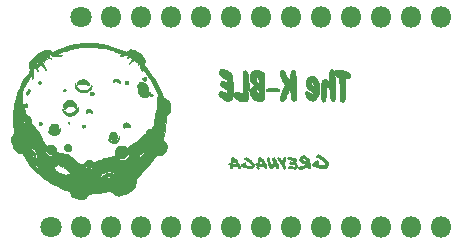
<source format=gbr>
G04 #@! TF.GenerationSoftware,KiCad,Pcbnew,(5.1.9-0-10_14)*
G04 #@! TF.CreationDate,2022-01-02T12:30:46-07:00*
G04 #@! TF.ProjectId,MS88SF2_01,4d533838-5346-4325-9f30-312e6b696361,rev?*
G04 #@! TF.SameCoordinates,Original*
G04 #@! TF.FileFunction,Soldermask,Bot*
G04 #@! TF.FilePolarity,Negative*
%FSLAX46Y46*%
G04 Gerber Fmt 4.6, Leading zero omitted, Abs format (unit mm)*
G04 Created by KiCad (PCBNEW (5.1.9-0-10_14)) date 2022-01-02 12:30:46*
%MOMM*%
%LPD*%
G01*
G04 APERTURE LIST*
%ADD10C,0.100000*%
%ADD11C,0.010000*%
%ADD12C,1.802000*%
%ADD13O,1.802000X1.802000*%
G04 APERTURE END LIST*
D10*
G36*
X140882623Y-78811496D02*
G01*
X141376839Y-78506681D01*
X141283819Y-78499781D01*
X141189079Y-78484280D01*
X141214919Y-78377483D01*
X141244199Y-78265516D01*
X141254539Y-78282746D01*
X141321719Y-78363707D01*
X141375119Y-78448117D01*
X141395789Y-78479127D01*
X141414739Y-78510137D01*
X141395789Y-78508437D01*
X141376839Y-78506737D01*
X141376839Y-78506681D01*
X140882623Y-78811496D01*
X140913633Y-78871786D01*
X140960143Y-78925186D01*
X141018713Y-78963086D01*
X141087613Y-78980316D01*
X141118623Y-78968256D01*
X141134123Y-78957926D01*
X141144463Y-78952726D01*
X141151363Y-78947526D01*
X141172033Y-78938926D01*
X141165133Y-78916536D01*
X141166833Y-78895866D01*
X141187503Y-78873476D01*
X141197843Y-78863135D01*
X141206443Y-78852806D01*
X141235723Y-78820076D01*
X141189213Y-78808016D01*
X141132363Y-78777006D01*
X141120303Y-78713266D01*
X141178873Y-78711566D01*
X141225383Y-78723626D01*
X141289113Y-78739126D01*
X141358013Y-78744326D01*
X141383853Y-78744326D01*
X141409693Y-78740926D01*
X141426913Y-78737526D01*
X141433813Y-78716856D01*
X141440713Y-78709956D01*
X141459663Y-78687566D01*
X141463063Y-78649666D01*
X141473393Y-78618655D01*
X141488893Y-78661716D01*
X141495793Y-78678946D01*
X141513023Y-78682346D01*
X141518223Y-78690946D01*
X141519923Y-78699546D01*
X141528523Y-78728826D01*
X141535423Y-78735726D01*
X141542323Y-78740926D01*
X141550923Y-78771936D01*
X141561263Y-78801216D01*
X141576763Y-78846006D01*
X141580163Y-78887346D01*
X141587063Y-78906296D01*
X141606013Y-78923526D01*
X141626683Y-78933856D01*
X141637023Y-78940756D01*
X141645623Y-78944156D01*
X141650823Y-78963106D01*
X141671493Y-78966506D01*
X141699053Y-78971706D01*
X141716283Y-78973406D01*
X141733513Y-78971706D01*
X141762793Y-78947586D01*
X141786913Y-78928636D01*
X141804133Y-78897626D01*
X141807533Y-78878675D01*
X141810933Y-78861446D01*
X141816133Y-78851116D01*
X141838523Y-78830446D01*
X141819573Y-78814946D01*
X141817873Y-78785666D01*
X141745523Y-78616857D01*
X141664563Y-78451492D01*
X141638723Y-78396372D01*
X141611163Y-78341251D01*
X141612863Y-78329191D01*
X141609463Y-78313691D01*
X141578453Y-78262011D01*
X141554333Y-78213781D01*
X141526773Y-78156941D01*
X141488873Y-78100102D01*
X141461313Y-78088041D01*
X141449253Y-78084641D01*
X141433753Y-78081241D01*
X141407913Y-78084641D01*
X141323513Y-78022631D01*
X141249443Y-77924441D01*
X141232213Y-77900331D01*
X141209823Y-77914111D01*
X141185703Y-77924441D01*
X141152973Y-77933041D01*
X141094403Y-77948541D01*
X141049613Y-77974381D01*
X141037553Y-78015721D01*
X141032353Y-78043281D01*
X141023753Y-78101851D01*
X141016853Y-78167311D01*
X141003073Y-78225881D01*
X140991013Y-78282721D01*
X140973783Y-78363682D01*
X140951393Y-78436032D01*
X140934163Y-78437732D01*
X140916943Y-78432532D01*
X140894553Y-78429132D01*
X140875603Y-78427432D01*
X140868703Y-78444662D01*
X140851473Y-78461892D01*
X140818743Y-78472232D01*
X140799793Y-78487732D01*
X140786013Y-78498072D01*
X140760173Y-78508402D01*
X140773953Y-78534242D01*
X140823903Y-78594532D01*
X140894523Y-78641042D01*
X140892823Y-78661712D01*
X140887623Y-78680662D01*
X140879023Y-78740952D01*
X140879023Y-78804682D01*
X140882623Y-78811496D01*
G37*
G36*
X141810924Y-78657824D02*
G01*
X141919445Y-78773235D01*
X142067584Y-78840415D01*
X142238116Y-78886925D01*
X142408649Y-78940325D01*
X142451709Y-78942025D01*
X142486159Y-78947225D01*
X142517169Y-78952425D01*
X142551619Y-78955825D01*
X142560219Y-78959225D01*
X142565419Y-78966125D01*
X142618819Y-78971325D01*
X142656719Y-78971325D01*
X142699779Y-78976525D01*
X142737679Y-78981725D01*
X142940940Y-78890425D01*
X143021900Y-78652713D01*
X143025300Y-78642383D01*
X143032200Y-78637183D01*
X143028800Y-78607903D01*
X143027100Y-78576893D01*
X142925470Y-78401193D01*
X142789389Y-78256498D01*
X142768719Y-78235828D01*
X142753219Y-78215158D01*
X142734269Y-78197928D01*
X142708429Y-78185868D01*
X142622299Y-78110078D01*
X142517224Y-78044618D01*
X142408704Y-77980888D01*
X142308794Y-77908538D01*
X142281234Y-77913738D01*
X142262284Y-77913738D01*
X142229554Y-77949908D01*
X142186494Y-77972298D01*
X142145154Y-77998138D01*
X142115874Y-78039478D01*
X142126214Y-78048078D01*
X142121014Y-78063578D01*
X142119314Y-78079078D01*
X142131374Y-78085978D01*
X142121044Y-78096318D01*
X142110704Y-78104918D01*
X142115904Y-78118698D01*
X142115904Y-78135928D01*
X142193424Y-78178988D01*
X142281274Y-78223778D01*
X142376014Y-78273728D01*
X142470754Y-78334018D01*
X142565494Y-78411539D01*
X142658514Y-78499389D01*
X142742924Y-78595849D01*
X142810104Y-78692309D01*
X142803204Y-78706089D01*
X142794604Y-78718149D01*
X142692974Y-78718149D01*
X142596514Y-78723349D01*
X142589614Y-78713009D01*
X142581014Y-78702669D01*
X142398424Y-78671659D01*
X142226169Y-78625149D01*
X142252009Y-78616549D01*
X142272679Y-78607949D01*
X142272679Y-78594169D01*
X142255449Y-78580389D01*
X142295069Y-78545939D01*
X142312299Y-78490819D01*
X142301969Y-78470149D01*
X142312299Y-78451199D01*
X142320899Y-78451199D01*
X142324299Y-78456399D01*
X142325999Y-78463299D01*
X142334599Y-78461599D01*
X142327699Y-78435759D01*
X142317359Y-78411649D01*
X142198504Y-78332408D01*
X142151994Y-78363419D01*
X142095154Y-78396149D01*
X142033144Y-78428879D01*
X141972854Y-78459889D01*
X141929794Y-78487449D01*
X141893624Y-78523619D01*
X141859174Y-78558069D01*
X141816114Y-78587349D01*
X141814414Y-78623519D01*
X141811014Y-78657969D01*
X141810924Y-78657824D01*
G37*
G36*
X143147622Y-78823189D02*
G01*
X143645438Y-78525188D01*
X143552418Y-78518288D01*
X143457678Y-78502788D01*
X143483518Y-78395990D01*
X143512798Y-78284023D01*
X143523128Y-78301253D01*
X143590308Y-78382214D01*
X143643708Y-78466624D01*
X143664378Y-78497634D01*
X143683328Y-78528644D01*
X143664378Y-78526944D01*
X143645428Y-78525244D01*
X143645438Y-78525188D01*
X143147622Y-78823189D01*
X143178632Y-78883479D01*
X143225142Y-78936879D01*
X143283712Y-78974779D01*
X143352612Y-78992009D01*
X143383622Y-78979949D01*
X143399122Y-78969619D01*
X143409462Y-78964419D01*
X143416362Y-78959219D01*
X143437032Y-78950619D01*
X143430132Y-78928229D01*
X143431832Y-78907559D01*
X143452502Y-78885169D01*
X143462842Y-78874829D01*
X143471442Y-78864498D01*
X143500722Y-78831769D01*
X143454212Y-78819709D01*
X143397362Y-78788699D01*
X143385302Y-78724959D01*
X143443872Y-78723259D01*
X143490382Y-78735319D01*
X143554112Y-78750819D01*
X143623012Y-78756019D01*
X143648852Y-78756019D01*
X143674692Y-78752619D01*
X143691912Y-78749219D01*
X143698812Y-78728549D01*
X143705712Y-78721649D01*
X143724662Y-78699259D01*
X143728062Y-78661359D01*
X143738392Y-78630349D01*
X143753892Y-78673409D01*
X143760792Y-78690639D01*
X143778022Y-78694039D01*
X143783222Y-78702639D01*
X143784922Y-78711239D01*
X143793522Y-78740519D01*
X143800422Y-78747419D01*
X143807322Y-78752619D01*
X143815922Y-78783629D01*
X143826262Y-78812909D01*
X143841762Y-78857699D01*
X143845162Y-78899039D01*
X143852062Y-78917989D01*
X143871012Y-78935219D01*
X143891682Y-78945549D01*
X143902022Y-78952449D01*
X143910622Y-78955849D01*
X143915822Y-78974799D01*
X143936492Y-78978199D01*
X143964052Y-78983399D01*
X143981282Y-78985099D01*
X143998512Y-78983399D01*
X144027792Y-78959279D01*
X144051912Y-78940329D01*
X144069132Y-78909319D01*
X144072532Y-78890369D01*
X144075932Y-78873139D01*
X144081132Y-78862809D01*
X144103522Y-78842139D01*
X144084572Y-78826639D01*
X144082872Y-78797359D01*
X144010522Y-78628550D01*
X143929562Y-78463185D01*
X143903722Y-78408065D01*
X143876162Y-78352944D01*
X143877862Y-78340884D01*
X143874462Y-78325384D01*
X143843452Y-78273704D01*
X143819332Y-78225474D01*
X143791772Y-78168634D01*
X143753872Y-78111794D01*
X143726312Y-78099735D01*
X143714252Y-78096334D01*
X143698752Y-78092934D01*
X143672912Y-78096334D01*
X143588512Y-78034324D01*
X143514442Y-77936134D01*
X143497212Y-77912024D01*
X143474822Y-77925804D01*
X143450702Y-77936134D01*
X143417972Y-77944734D01*
X143359402Y-77960234D01*
X143314612Y-77986074D01*
X143302552Y-78027414D01*
X143297352Y-78054974D01*
X143288752Y-78113544D01*
X143281852Y-78179004D01*
X143268072Y-78237574D01*
X143256012Y-78294414D01*
X143238792Y-78375375D01*
X143216402Y-78447725D01*
X143199172Y-78449425D01*
X143181952Y-78444225D01*
X143159562Y-78440825D01*
X143140612Y-78439125D01*
X143133712Y-78456355D01*
X143116482Y-78473585D01*
X143083752Y-78483925D01*
X143064802Y-78499425D01*
X143051022Y-78509765D01*
X143025182Y-78520095D01*
X143038962Y-78545935D01*
X143088912Y-78606225D01*
X143159532Y-78652735D01*
X143157832Y-78673405D01*
X143152632Y-78692355D01*
X143144032Y-78752645D01*
X143144032Y-78816375D01*
X143147622Y-78823189D01*
G37*
G36*
X144701360Y-78654379D02*
G01*
X144723750Y-78673329D01*
X144737530Y-78702609D01*
X144749590Y-78731889D01*
X144766820Y-78743949D01*
X144777150Y-78768069D01*
X144790930Y-78790459D01*
X144801260Y-78814579D01*
X144797860Y-78843859D01*
X144815080Y-78873139D01*
X144823680Y-78909309D01*
X144837460Y-78938589D01*
X144875360Y-78948929D01*
X144877060Y-78957529D01*
X144871860Y-78969589D01*
X144901140Y-78971289D01*
X144923530Y-78979889D01*
X144978650Y-78943719D01*
X145016550Y-78886879D01*
X145045830Y-78821419D01*
X145069950Y-78764579D01*
X145068250Y-78728409D01*
X145080310Y-78697399D01*
X145058970Y-78652239D01*
X145037140Y-78606319D01*
X145014830Y-78559649D01*
X144992030Y-78512229D01*
X144968750Y-78464049D01*
X144944980Y-78415119D01*
X144920730Y-78365429D01*
X144895990Y-78314988D01*
X144871170Y-78264248D01*
X144846680Y-78213678D01*
X144822510Y-78163268D01*
X144798660Y-78113018D01*
X144775140Y-78062928D01*
X144751940Y-78012998D01*
X144729060Y-77963228D01*
X144706510Y-77913628D01*
X144629000Y-77949798D01*
X144558380Y-77994588D01*
X144503260Y-78054878D01*
X144473980Y-78128948D01*
X144482580Y-78137548D01*
X144489480Y-78139248D01*
X144482580Y-78151308D01*
X144482580Y-78158208D01*
X144482580Y-78168548D01*
X144477380Y-78184048D01*
X144487710Y-78185748D01*
X144498050Y-78185748D01*
X144494650Y-78216758D01*
X144501550Y-78239148D01*
X144510150Y-78259818D01*
X144508450Y-78287378D01*
X144517050Y-78290778D01*
X144520450Y-78295979D01*
X144525650Y-78301178D01*
X144532550Y-78301178D01*
X144529150Y-78376969D01*
X144532550Y-78454479D01*
X144530850Y-78535439D01*
X144518790Y-78621569D01*
X144420610Y-78528549D01*
X144360320Y-78401080D01*
X144324150Y-78249495D01*
X144298310Y-78084130D01*
X144274190Y-78046230D01*
X144258690Y-77999720D01*
X144244910Y-77949770D01*
X144227680Y-77903260D01*
X144184620Y-77920490D01*
X144150170Y-77948050D01*
X144117440Y-77975610D01*
X144074380Y-77991110D01*
X144036480Y-78047950D01*
X144014090Y-78106520D01*
X144027870Y-78137530D01*
X144036470Y-78171980D01*
X144050250Y-78204710D01*
X144074370Y-78228830D01*
X144088150Y-78311510D01*
X144103650Y-78383861D01*
X144115710Y-78459651D01*
X144119110Y-78544051D01*
X144148390Y-78628451D01*
X144172510Y-78709411D01*
X144215570Y-78762811D01*
X144248300Y-78824821D01*
X144256900Y-78828221D01*
X144268960Y-78823021D01*
X144268960Y-78833361D01*
X144274160Y-78840261D01*
X144277560Y-78847161D01*
X144274160Y-78860941D01*
X144317220Y-78890221D01*
X144358560Y-78924671D01*
X144410240Y-78945341D01*
X144487750Y-78933281D01*
X144613496Y-78814425D01*
X144701346Y-78654228D01*
X144701360Y-78654379D01*
G37*
G36*
X145209512Y-78516575D02*
G01*
X145230182Y-78542415D01*
X145247412Y-78571695D01*
X145266362Y-78607865D01*
X145292202Y-78638875D01*
X145309432Y-78680215D01*
X145336992Y-78712945D01*
X145417952Y-78862807D01*
X145428292Y-78893817D01*
X145443792Y-78921377D01*
X145450692Y-78933437D01*
X145455892Y-78942037D01*
X145459292Y-78959267D01*
X145478242Y-78983387D01*
X145497192Y-79002337D01*
X145509252Y-79016117D01*
X145535092Y-79026447D01*
X145688398Y-78892089D01*
X145686698Y-78874859D01*
X145681498Y-78857639D01*
X145674598Y-78836969D01*
X145659098Y-78788739D01*
X145629818Y-78745679D01*
X145614318Y-78707779D01*
X145572978Y-78626819D01*
X145535078Y-78561359D01*
X145512688Y-78523459D01*
X145554028Y-78473509D01*
X145593648Y-78390829D01*
X145617768Y-78320208D01*
X145622968Y-78282308D01*
X145629868Y-78249578D01*
X145638468Y-78211678D01*
X145641868Y-78172058D01*
X145652198Y-78147938D01*
X145648798Y-78130708D01*
X145647098Y-78099698D01*
X145655698Y-78058358D01*
X145664298Y-78020458D01*
X145665998Y-77979118D01*
X145655658Y-77941218D01*
X145622928Y-77908488D01*
X145593648Y-77906788D01*
X145564368Y-77924018D01*
X145535088Y-77939518D01*
X145498918Y-77956748D01*
X145462748Y-77979138D01*
X145450688Y-78003258D01*
X145428298Y-78022208D01*
X145428298Y-78041158D01*
X145426598Y-78060108D01*
X145419698Y-78087668D01*
X145412798Y-78108339D01*
X145407598Y-78154848D01*
X145397268Y-78194468D01*
X145386938Y-78234088D01*
X145385238Y-78278878D01*
X145368008Y-78266818D01*
X145361108Y-78261618D01*
X145354208Y-78256418D01*
X145252578Y-78118614D01*
X145255978Y-78101384D01*
X145219808Y-78066934D01*
X145193968Y-78041094D01*
X145171578Y-78015254D01*
X145152628Y-78001474D01*
X144995876Y-77894676D01*
X144971756Y-77891276D01*
X144964856Y-77913666D01*
X144937296Y-77948116D01*
X144890786Y-77977396D01*
X144875286Y-77987736D01*
X144866686Y-78013576D01*
X144868386Y-78029076D01*
X144861486Y-78046306D01*
X144895936Y-78106596D01*
X144933836Y-78141046D01*
X144963116Y-78166886D01*
X144982066Y-78194446D01*
X144994126Y-78208226D01*
X145040636Y-78263346D01*
X145045836Y-78284016D01*
X145066506Y-78284016D01*
X145075106Y-78290916D01*
X145092336Y-78320196D01*
X145109556Y-78342586D01*
X145118156Y-78351187D01*
X145123356Y-78364967D01*
X145128556Y-78378747D01*
X145156116Y-78413197D01*
X145168176Y-78437317D01*
X145181956Y-78464877D01*
X145200906Y-78490717D01*
X145209512Y-78516575D01*
G37*
G36*
X145719386Y-77998087D02*
G01*
X145719386Y-78017037D01*
X145721086Y-78027367D01*
X145721086Y-78039427D01*
X145717686Y-78056657D01*
X145802096Y-78137617D01*
X145903726Y-78168627D01*
X146017414Y-78187577D01*
X146131102Y-78232367D01*
X146172442Y-78232367D01*
X146224122Y-78237567D01*
X146249962Y-78253067D01*
X146280972Y-78261667D01*
X146275772Y-78294398D01*
X146270572Y-78320237D01*
X146137935Y-78318537D01*
X145993241Y-78309937D01*
X145994941Y-78321997D01*
X145996641Y-78330597D01*
X145972521Y-78352987D01*
X145948401Y-78377108D01*
X145924281Y-78397778D01*
X145893271Y-78402978D01*
X145884671Y-78433988D01*
X145888071Y-78466718D01*
X145943191Y-78506338D01*
X146001761Y-78540788D01*
X146065491Y-78566628D01*
X146139561Y-78573528D01*
X146153341Y-78573528D01*
X146163681Y-78568328D01*
X146203301Y-78573528D01*
X146241201Y-78578728D01*
X146287711Y-78571828D01*
X146334221Y-78564928D01*
X146384171Y-78642438D01*
X146423791Y-78730288D01*
X146327331Y-78737188D01*
X146253261Y-78731988D01*
X146182641Y-78723388D01*
X146091341Y-78719988D01*
X146010381Y-78695868D01*
X145922531Y-78675198D01*
X145898411Y-78694148D01*
X145879461Y-78718268D01*
X145858791Y-78737218D01*
X145832951Y-78744118D01*
X145824351Y-78761348D01*
X145819151Y-78778568D01*
X145813951Y-78794068D01*
X145798451Y-78797468D01*
X145858741Y-78885318D01*
X145934531Y-78930108D01*
X146030991Y-78954218D01*
X146146402Y-78974888D01*
X146172242Y-78973188D01*
X146196362Y-78969788D01*
X146291102Y-78985288D01*
X146403068Y-78990488D01*
X146511588Y-78974988D01*
X146595988Y-78930198D01*
X146614938Y-78902638D01*
X146637328Y-78876798D01*
X146644228Y-78826848D01*
X146654558Y-78770008D01*
X146663158Y-78709718D01*
X146659758Y-78656318D01*
X146639088Y-78609808D01*
X146627028Y-78565018D01*
X146616688Y-78556418D01*
X146602908Y-78549518D01*
X146580518Y-78490948D01*
X146556398Y-78437548D01*
X146530558Y-78385868D01*
X146504718Y-78325577D01*
X146540888Y-78277347D01*
X146556388Y-78223947D01*
X146564988Y-78168827D01*
X146577048Y-78110257D01*
X146535708Y-78068917D01*
X146480588Y-78041357D01*
X146416848Y-78024127D01*
X146344498Y-78008627D01*
X146222197Y-77974177D01*
X146115399Y-77955227D01*
X146005156Y-77939727D01*
X145875965Y-77919057D01*
X145846685Y-77934557D01*
X145831185Y-77925957D01*
X145822585Y-77915627D01*
X145779525Y-77965577D01*
X145719235Y-77998307D01*
X145719386Y-77998087D01*
G37*
G36*
X147772664Y-78819743D02*
G01*
X147349093Y-78210105D01*
X147378373Y-78289345D01*
X147226789Y-78249725D01*
X147076927Y-78187715D01*
X147121717Y-78086085D01*
X147197507Y-78032685D01*
X147197513Y-78032685D01*
X147247463Y-78092975D01*
X147302583Y-78148095D01*
X147349093Y-78210105D01*
X147772664Y-78819743D01*
X147788164Y-78807683D01*
X147803664Y-78778403D01*
X147784714Y-78778403D01*
X147791614Y-78709503D01*
X147776114Y-78647493D01*
X147762334Y-78588923D01*
X147767534Y-78528633D01*
X147755474Y-78525233D01*
X147748574Y-78501113D01*
X147746874Y-78470103D01*
X147748574Y-78442543D01*
X147714124Y-78332299D01*
X147690004Y-78220334D01*
X147667614Y-78111813D01*
X147633164Y-78011903D01*
X147583214Y-78018803D01*
X147547044Y-78041193D01*
X147452304Y-77941283D01*
X147369624Y-77827595D01*
X147273164Y-77727685D01*
X147140527Y-77676005D01*
X147047507Y-77739735D01*
X146963097Y-77822415D01*
X146937257Y-77841365D01*
X146909697Y-77858595D01*
X146909697Y-77884435D01*
X146870077Y-77937835D01*
X146840797Y-78001565D01*
X146814957Y-78068745D01*
X146787397Y-78132475D01*
X146790797Y-78151425D01*
X146787397Y-78166925D01*
X146782197Y-78184145D01*
X146780497Y-78206535D01*
X146840787Y-78354674D01*
X146968256Y-78445975D01*
X147126730Y-78506265D01*
X147280037Y-78559665D01*
X147273137Y-78566565D01*
X147267937Y-78576895D01*
X147188697Y-78626845D01*
X147135297Y-78659575D01*
X147080177Y-78680245D01*
X146995767Y-78700915D01*
X146913087Y-78721585D01*
X146857967Y-78733645D01*
X146806287Y-78740545D01*
X146732217Y-78749145D01*
X146701207Y-78793935D01*
X146683977Y-78845615D01*
X146682277Y-78895565D01*
X146696057Y-78931735D01*
X146687457Y-78938635D01*
X146670237Y-78938635D01*
X146690907Y-78959305D01*
X146708137Y-78983425D01*
X146728807Y-79005815D01*
X146756367Y-79017875D01*
X146914842Y-79019575D01*
X147161166Y-78940335D01*
X147281744Y-78890385D01*
X147362704Y-78847325D01*
X147426434Y-78800815D01*
X147493614Y-78740525D01*
X147500514Y-78747425D01*
X147505714Y-78754325D01*
X147533274Y-78866289D01*
X147584954Y-78954140D01*
X147622854Y-78959340D01*
X147645244Y-78978290D01*
X147671084Y-78976590D01*
X147686584Y-78967990D01*
X147702084Y-78957650D01*
X147729644Y-78954250D01*
X147739984Y-78924970D01*
X147767544Y-78911190D01*
X147764144Y-78885350D01*
X147769344Y-78864679D01*
X147776244Y-78844010D01*
X147772844Y-78819890D01*
X147772664Y-78819743D01*
G37*
G36*
X149307799Y-78551371D02*
G01*
X149302599Y-78516921D01*
X149300899Y-78477301D01*
X149180320Y-78267149D01*
X149016678Y-78094894D01*
X148992568Y-78070774D01*
X148973618Y-78044934D01*
X148951228Y-78024264D01*
X148920218Y-78010484D01*
X148816866Y-77919184D01*
X148691120Y-77839944D01*
X148560206Y-77762434D01*
X148439628Y-77676304D01*
X148410348Y-77684904D01*
X148386228Y-77683204D01*
X148346608Y-77729714D01*
X148294928Y-77755554D01*
X148244978Y-77786564D01*
X148208808Y-77834794D01*
X148220868Y-77843394D01*
X148215668Y-77862344D01*
X148212268Y-77881294D01*
X148227768Y-77889894D01*
X148215708Y-77901954D01*
X148203648Y-77914014D01*
X148208848Y-77931234D01*
X148208848Y-77950184D01*
X148301868Y-78003584D01*
X148408666Y-78055264D01*
X148522354Y-78115554D01*
X148636042Y-78187904D01*
X148751453Y-78279204D01*
X148861696Y-78386003D01*
X148961606Y-78501414D01*
X149040846Y-78616825D01*
X149032246Y-78632325D01*
X149021916Y-78647825D01*
X148899615Y-78647825D01*
X148785927Y-78654725D01*
X148777327Y-78640945D01*
X148766987Y-78628885D01*
X148548223Y-78590985D01*
X148341517Y-78535865D01*
X148396637Y-78516915D01*
X148396637Y-78499685D01*
X148377687Y-78482465D01*
X148424197Y-78441125D01*
X148444867Y-78373945D01*
X148432807Y-78349834D01*
X148444867Y-78327444D01*
X148455207Y-78327444D01*
X148458607Y-78334344D01*
X148462007Y-78341244D01*
X148470607Y-78341244D01*
X148462007Y-78310234D01*
X148451667Y-78280954D01*
X148308696Y-78186214D01*
X148253576Y-78222384D01*
X148184676Y-78260284D01*
X148110606Y-78299904D01*
X148039986Y-78337804D01*
X147986586Y-78372255D01*
X147943526Y-78413595D01*
X147902186Y-78454935D01*
X147852236Y-78489384D01*
X147848836Y-78534175D01*
X147845436Y-78575515D01*
X147924676Y-78675425D01*
X148029751Y-78744325D01*
X148152052Y-78794275D01*
X148286411Y-78832175D01*
X148425937Y-78870075D01*
X148562018Y-78914865D01*
X148611968Y-78916565D01*
X148651588Y-78921765D01*
X148689488Y-78928665D01*
X148730828Y-78933865D01*
X148742888Y-78937265D01*
X148749788Y-78945865D01*
X148811798Y-78951065D01*
X148858308Y-78951065D01*
X148908258Y-78957965D01*
X148956488Y-78963165D01*
X149199367Y-78852922D01*
X149295827Y-78568701D01*
X149299227Y-78558371D01*
X149307827Y-78551471D01*
X149307799Y-78551371D01*
G37*
D11*
G36*
X149443997Y-70515601D02*
G01*
X149395280Y-70579326D01*
X149357723Y-70681139D01*
X149331128Y-70821782D01*
X149315296Y-71001999D01*
X149310034Y-71217264D01*
X149309666Y-71536778D01*
X149227835Y-71458933D01*
X149131790Y-71390169D01*
X149021980Y-71347709D01*
X148912602Y-71336350D01*
X148877483Y-71340528D01*
X148798595Y-71376070D01*
X148728418Y-71448540D01*
X148671063Y-71552787D01*
X148642719Y-71634740D01*
X148622935Y-71731987D01*
X148608311Y-71859029D01*
X148598681Y-72008533D01*
X148593878Y-72173166D01*
X148593734Y-72345596D01*
X148598083Y-72518489D01*
X148606758Y-72684513D01*
X148619591Y-72836335D01*
X148636416Y-72966623D01*
X148657066Y-73068043D01*
X148676643Y-73124333D01*
X148727645Y-73198659D01*
X148788349Y-73232670D01*
X148857193Y-73225691D01*
X148882881Y-73213462D01*
X148916614Y-73188102D01*
X148943560Y-73151232D01*
X148964710Y-73097946D01*
X148981052Y-73023338D01*
X148993578Y-72922502D01*
X149003278Y-72790533D01*
X149011142Y-72622523D01*
X149013164Y-72567945D01*
X149020819Y-72387252D01*
X149030409Y-72245238D01*
X149043294Y-72138252D01*
X149060835Y-72062644D01*
X149084393Y-72014761D01*
X149115329Y-71990955D01*
X149155003Y-71987573D01*
X149204776Y-72000965D01*
X149221969Y-72007744D01*
X149259249Y-72026770D01*
X149288074Y-72052866D01*
X149310093Y-72091822D01*
X149326958Y-72149430D01*
X149340320Y-72231481D01*
X149351831Y-72343766D01*
X149363140Y-72492076D01*
X149364136Y-72506391D01*
X149375200Y-72660282D01*
X149385098Y-72778864D01*
X149394977Y-72869098D01*
X149405986Y-72937946D01*
X149419273Y-72992367D01*
X149435985Y-73039324D01*
X149457272Y-73085778D01*
X149460906Y-73093083D01*
X149515195Y-73170980D01*
X149576404Y-73209427D01*
X149639266Y-73209516D01*
X149698512Y-73172339D01*
X149748876Y-73098987D01*
X149775698Y-73027842D01*
X149794552Y-72934064D01*
X149808671Y-72804367D01*
X149818163Y-72644886D01*
X149823140Y-72461756D01*
X149823713Y-72261113D01*
X149819991Y-72049092D01*
X149812087Y-71831829D01*
X149800110Y-71615459D01*
X149784171Y-71406117D01*
X149764381Y-71209939D01*
X149740851Y-71033060D01*
X149739565Y-71024750D01*
X149726368Y-70940083D01*
X149819642Y-71025290D01*
X149895118Y-71083898D01*
X149984525Y-71139185D01*
X150031997Y-71162851D01*
X150151077Y-71215204D01*
X150166180Y-71363394D01*
X150170028Y-71420187D01*
X150173989Y-71513094D01*
X150177900Y-71635894D01*
X150181599Y-71782369D01*
X150184922Y-71946298D01*
X150187707Y-72121463D01*
X150189188Y-72241833D01*
X150192363Y-72466195D01*
X150196645Y-72658649D01*
X150201948Y-72817037D01*
X150208186Y-72939203D01*
X150215274Y-73022991D01*
X150221748Y-73061865D01*
X150261584Y-73158679D01*
X150316466Y-73223504D01*
X150381589Y-73253425D01*
X150452146Y-73245529D01*
X150490411Y-73224798D01*
X150532368Y-73188043D01*
X150564073Y-73140176D01*
X150587447Y-73074515D01*
X150604412Y-72984374D01*
X150616889Y-72863072D01*
X150623682Y-72761274D01*
X150628409Y-72657504D01*
X150632729Y-72520914D01*
X150636448Y-72361018D01*
X150639371Y-72187329D01*
X150641303Y-72009358D01*
X150642012Y-71866125D01*
X150643166Y-71268166D01*
X150772259Y-71268166D01*
X150888193Y-71257370D01*
X150987097Y-71227345D01*
X151058211Y-71181636D01*
X151068413Y-71170611D01*
X151091005Y-71114399D01*
X151091627Y-71037729D01*
X151071772Y-70955379D01*
X151040322Y-70892569D01*
X150964401Y-70811419D01*
X150852085Y-70736552D01*
X150709127Y-70670321D01*
X150541284Y-70615074D01*
X150354309Y-70573163D01*
X150206683Y-70552079D01*
X150041146Y-70540912D01*
X149911246Y-70548161D01*
X149814166Y-70574537D01*
X149747091Y-70620746D01*
X149711352Y-70676660D01*
X149683899Y-70742939D01*
X149646535Y-70644506D01*
X149610253Y-70560197D01*
X149576356Y-70510872D01*
X149538868Y-70490014D01*
X149504072Y-70489221D01*
X149443997Y-70515601D01*
G37*
X149443997Y-70515601D02*
X149395280Y-70579326D01*
X149357723Y-70681139D01*
X149331128Y-70821782D01*
X149315296Y-71001999D01*
X149310034Y-71217264D01*
X149309666Y-71536778D01*
X149227835Y-71458933D01*
X149131790Y-71390169D01*
X149021980Y-71347709D01*
X148912602Y-71336350D01*
X148877483Y-71340528D01*
X148798595Y-71376070D01*
X148728418Y-71448540D01*
X148671063Y-71552787D01*
X148642719Y-71634740D01*
X148622935Y-71731987D01*
X148608311Y-71859029D01*
X148598681Y-72008533D01*
X148593878Y-72173166D01*
X148593734Y-72345596D01*
X148598083Y-72518489D01*
X148606758Y-72684513D01*
X148619591Y-72836335D01*
X148636416Y-72966623D01*
X148657066Y-73068043D01*
X148676643Y-73124333D01*
X148727645Y-73198659D01*
X148788349Y-73232670D01*
X148857193Y-73225691D01*
X148882881Y-73213462D01*
X148916614Y-73188102D01*
X148943560Y-73151232D01*
X148964710Y-73097946D01*
X148981052Y-73023338D01*
X148993578Y-72922502D01*
X149003278Y-72790533D01*
X149011142Y-72622523D01*
X149013164Y-72567945D01*
X149020819Y-72387252D01*
X149030409Y-72245238D01*
X149043294Y-72138252D01*
X149060835Y-72062644D01*
X149084393Y-72014761D01*
X149115329Y-71990955D01*
X149155003Y-71987573D01*
X149204776Y-72000965D01*
X149221969Y-72007744D01*
X149259249Y-72026770D01*
X149288074Y-72052866D01*
X149310093Y-72091822D01*
X149326958Y-72149430D01*
X149340320Y-72231481D01*
X149351831Y-72343766D01*
X149363140Y-72492076D01*
X149364136Y-72506391D01*
X149375200Y-72660282D01*
X149385098Y-72778864D01*
X149394977Y-72869098D01*
X149405986Y-72937946D01*
X149419273Y-72992367D01*
X149435985Y-73039324D01*
X149457272Y-73085778D01*
X149460906Y-73093083D01*
X149515195Y-73170980D01*
X149576404Y-73209427D01*
X149639266Y-73209516D01*
X149698512Y-73172339D01*
X149748876Y-73098987D01*
X149775698Y-73027842D01*
X149794552Y-72934064D01*
X149808671Y-72804367D01*
X149818163Y-72644886D01*
X149823140Y-72461756D01*
X149823713Y-72261113D01*
X149819991Y-72049092D01*
X149812087Y-71831829D01*
X149800110Y-71615459D01*
X149784171Y-71406117D01*
X149764381Y-71209939D01*
X149740851Y-71033060D01*
X149739565Y-71024750D01*
X149726368Y-70940083D01*
X149819642Y-71025290D01*
X149895118Y-71083898D01*
X149984525Y-71139185D01*
X150031997Y-71162851D01*
X150151077Y-71215204D01*
X150166180Y-71363394D01*
X150170028Y-71420187D01*
X150173989Y-71513094D01*
X150177900Y-71635894D01*
X150181599Y-71782369D01*
X150184922Y-71946298D01*
X150187707Y-72121463D01*
X150189188Y-72241833D01*
X150192363Y-72466195D01*
X150196645Y-72658649D01*
X150201948Y-72817037D01*
X150208186Y-72939203D01*
X150215274Y-73022991D01*
X150221748Y-73061865D01*
X150261584Y-73158679D01*
X150316466Y-73223504D01*
X150381589Y-73253425D01*
X150452146Y-73245529D01*
X150490411Y-73224798D01*
X150532368Y-73188043D01*
X150564073Y-73140176D01*
X150587447Y-73074515D01*
X150604412Y-72984374D01*
X150616889Y-72863072D01*
X150623682Y-72761274D01*
X150628409Y-72657504D01*
X150632729Y-72520914D01*
X150636448Y-72361018D01*
X150639371Y-72187329D01*
X150641303Y-72009358D01*
X150642012Y-71866125D01*
X150643166Y-71268166D01*
X150772259Y-71268166D01*
X150888193Y-71257370D01*
X150987097Y-71227345D01*
X151058211Y-71181636D01*
X151068413Y-71170611D01*
X151091005Y-71114399D01*
X151091627Y-71037729D01*
X151071772Y-70955379D01*
X151040322Y-70892569D01*
X150964401Y-70811419D01*
X150852085Y-70736552D01*
X150709127Y-70670321D01*
X150541284Y-70615074D01*
X150354309Y-70573163D01*
X150206683Y-70552079D01*
X150041146Y-70540912D01*
X149911246Y-70548161D01*
X149814166Y-70574537D01*
X149747091Y-70620746D01*
X149711352Y-70676660D01*
X149683899Y-70742939D01*
X149646535Y-70644506D01*
X149610253Y-70560197D01*
X149576356Y-70510872D01*
X149538868Y-70490014D01*
X149504072Y-70489221D01*
X149443997Y-70515601D01*
G36*
X142099348Y-70613345D02*
G01*
X142045210Y-70689534D01*
X142023270Y-70737162D01*
X142011341Y-70767705D01*
X142001579Y-70797599D01*
X141993768Y-70831247D01*
X141987689Y-70873051D01*
X141983126Y-70927414D01*
X141979861Y-70998740D01*
X141977678Y-71091431D01*
X141976360Y-71209889D01*
X141975688Y-71358518D01*
X141975446Y-71541719D01*
X141975416Y-71707376D01*
X141975163Y-71892616D01*
X141974439Y-72063970D01*
X141973300Y-72216975D01*
X141971802Y-72347166D01*
X141969999Y-72450076D01*
X141967949Y-72521243D01*
X141965705Y-72556201D01*
X141964833Y-72559064D01*
X141941034Y-72552973D01*
X141887415Y-72537066D01*
X141814464Y-72514474D01*
X141795500Y-72508486D01*
X141623211Y-72462709D01*
X141476101Y-72442018D01*
X141356508Y-72446358D01*
X141266770Y-72475674D01*
X141214191Y-72522316D01*
X141188668Y-72588652D01*
X141183464Y-72673315D01*
X141198731Y-72757417D01*
X141212046Y-72789516D01*
X141262904Y-72859841D01*
X141341307Y-72935717D01*
X141435509Y-73006938D01*
X141518357Y-73055748D01*
X141627086Y-73103464D01*
X141751665Y-73146312D01*
X141882136Y-73182042D01*
X142008536Y-73208401D01*
X142120907Y-73223138D01*
X142209288Y-73224001D01*
X142240000Y-73218896D01*
X142310102Y-73193315D01*
X142355074Y-73154506D01*
X142384753Y-73091254D01*
X142399194Y-73037412D01*
X142429404Y-72875981D01*
X142452355Y-72687582D01*
X142468242Y-72478506D01*
X142477261Y-72255043D01*
X142479607Y-72023485D01*
X142475474Y-71790123D01*
X142465059Y-71561248D01*
X142448555Y-71343152D01*
X142426158Y-71142124D01*
X142398063Y-70964457D01*
X142364465Y-70816442D01*
X142326948Y-70707477D01*
X142276104Y-70623357D01*
X142218651Y-70579880D01*
X142158447Y-70576668D01*
X142099348Y-70613345D01*
G37*
X142099348Y-70613345D02*
X142045210Y-70689534D01*
X142023270Y-70737162D01*
X142011341Y-70767705D01*
X142001579Y-70797599D01*
X141993768Y-70831247D01*
X141987689Y-70873051D01*
X141983126Y-70927414D01*
X141979861Y-70998740D01*
X141977678Y-71091431D01*
X141976360Y-71209889D01*
X141975688Y-71358518D01*
X141975446Y-71541719D01*
X141975416Y-71707376D01*
X141975163Y-71892616D01*
X141974439Y-72063970D01*
X141973300Y-72216975D01*
X141971802Y-72347166D01*
X141969999Y-72450076D01*
X141967949Y-72521243D01*
X141965705Y-72556201D01*
X141964833Y-72559064D01*
X141941034Y-72552973D01*
X141887415Y-72537066D01*
X141814464Y-72514474D01*
X141795500Y-72508486D01*
X141623211Y-72462709D01*
X141476101Y-72442018D01*
X141356508Y-72446358D01*
X141266770Y-72475674D01*
X141214191Y-72522316D01*
X141188668Y-72588652D01*
X141183464Y-72673315D01*
X141198731Y-72757417D01*
X141212046Y-72789516D01*
X141262904Y-72859841D01*
X141341307Y-72935717D01*
X141435509Y-73006938D01*
X141518357Y-73055748D01*
X141627086Y-73103464D01*
X141751665Y-73146312D01*
X141882136Y-73182042D01*
X142008536Y-73208401D01*
X142120907Y-73223138D01*
X142209288Y-73224001D01*
X142240000Y-73218896D01*
X142310102Y-73193315D01*
X142355074Y-73154506D01*
X142384753Y-73091254D01*
X142399194Y-73037412D01*
X142429404Y-72875981D01*
X142452355Y-72687582D01*
X142468242Y-72478506D01*
X142477261Y-72255043D01*
X142479607Y-72023485D01*
X142475474Y-71790123D01*
X142465059Y-71561248D01*
X142448555Y-71343152D01*
X142426158Y-71142124D01*
X142398063Y-70964457D01*
X142364465Y-70816442D01*
X142326948Y-70707477D01*
X142276104Y-70623357D01*
X142218651Y-70579880D01*
X142158447Y-70576668D01*
X142099348Y-70613345D01*
G36*
X146129134Y-70565469D02*
G01*
X146119797Y-70574958D01*
X146087313Y-70616803D01*
X146062606Y-70665862D01*
X146044748Y-70728126D01*
X146032812Y-70809588D01*
X146025871Y-70916238D01*
X146022998Y-71054070D01*
X146023062Y-71200267D01*
X146025626Y-71608618D01*
X145965490Y-71532946D01*
X145877194Y-71411851D01*
X145796065Y-71277722D01*
X145715469Y-71119105D01*
X145675942Y-71032963D01*
X145603325Y-70878937D01*
X145535330Y-70751405D01*
X145474270Y-70654190D01*
X145422460Y-70591112D01*
X145396349Y-70571013D01*
X145319861Y-70549703D01*
X145245749Y-70562399D01*
X145203333Y-70590833D01*
X145180253Y-70621997D01*
X145167208Y-70665358D01*
X145161710Y-70732492D01*
X145161000Y-70787930D01*
X145177720Y-70976509D01*
X145225664Y-71179571D01*
X145301509Y-71387132D01*
X145401932Y-71589207D01*
X145458911Y-71682899D01*
X145542661Y-71811882D01*
X145406409Y-72132918D01*
X145329846Y-72315890D01*
X145269661Y-72466514D01*
X145224055Y-72590677D01*
X145191231Y-72694264D01*
X145169388Y-72783161D01*
X145156729Y-72863253D01*
X145151455Y-72940425D01*
X145151018Y-72968616D01*
X145151990Y-73054182D01*
X145157440Y-73108573D01*
X145170028Y-73142906D01*
X145192412Y-73168301D01*
X145200386Y-73174991D01*
X145268134Y-73210285D01*
X145340366Y-73206424D01*
X145404416Y-73176031D01*
X145451608Y-73136726D01*
X145500067Y-73074776D01*
X145551811Y-72986408D01*
X145608852Y-72867852D01*
X145673207Y-72715337D01*
X145733971Y-72559333D01*
X145777141Y-72445952D01*
X145815173Y-72346995D01*
X145845534Y-72268978D01*
X145865690Y-72218416D01*
X145872946Y-72201839D01*
X145891972Y-72208249D01*
X145932035Y-72234120D01*
X145950986Y-72248111D01*
X146022459Y-72302625D01*
X146036841Y-72542104D01*
X146052958Y-72732504D01*
X146076711Y-72884241D01*
X146109175Y-73000473D01*
X146151428Y-73084358D01*
X146204547Y-73139054D01*
X146247954Y-73161377D01*
X146327044Y-73168656D01*
X146403153Y-73138567D01*
X146455563Y-73088386D01*
X146487657Y-73026784D01*
X146509373Y-72939875D01*
X146521090Y-72823715D01*
X146523188Y-72674363D01*
X146516046Y-72487875D01*
X146515059Y-72470757D01*
X146509400Y-72364994D01*
X146502811Y-72225679D01*
X146495659Y-72061574D01*
X146488310Y-71881441D01*
X146481131Y-71694042D01*
X146474488Y-71508139D01*
X146473167Y-71469250D01*
X146466828Y-71300197D01*
X146459645Y-71141494D01*
X146451975Y-70998965D01*
X146444178Y-70878439D01*
X146436611Y-70785740D01*
X146429634Y-70726697D01*
X146426557Y-70711879D01*
X146386094Y-70624954D01*
X146328443Y-70563425D01*
X146261282Y-70530716D01*
X146192287Y-70530256D01*
X146129134Y-70565469D01*
G37*
X146129134Y-70565469D02*
X146119797Y-70574958D01*
X146087313Y-70616803D01*
X146062606Y-70665862D01*
X146044748Y-70728126D01*
X146032812Y-70809588D01*
X146025871Y-70916238D01*
X146022998Y-71054070D01*
X146023062Y-71200267D01*
X146025626Y-71608618D01*
X145965490Y-71532946D01*
X145877194Y-71411851D01*
X145796065Y-71277722D01*
X145715469Y-71119105D01*
X145675942Y-71032963D01*
X145603325Y-70878937D01*
X145535330Y-70751405D01*
X145474270Y-70654190D01*
X145422460Y-70591112D01*
X145396349Y-70571013D01*
X145319861Y-70549703D01*
X145245749Y-70562399D01*
X145203333Y-70590833D01*
X145180253Y-70621997D01*
X145167208Y-70665358D01*
X145161710Y-70732492D01*
X145161000Y-70787930D01*
X145177720Y-70976509D01*
X145225664Y-71179571D01*
X145301509Y-71387132D01*
X145401932Y-71589207D01*
X145458911Y-71682899D01*
X145542661Y-71811882D01*
X145406409Y-72132918D01*
X145329846Y-72315890D01*
X145269661Y-72466514D01*
X145224055Y-72590677D01*
X145191231Y-72694264D01*
X145169388Y-72783161D01*
X145156729Y-72863253D01*
X145151455Y-72940425D01*
X145151018Y-72968616D01*
X145151990Y-73054182D01*
X145157440Y-73108573D01*
X145170028Y-73142906D01*
X145192412Y-73168301D01*
X145200386Y-73174991D01*
X145268134Y-73210285D01*
X145340366Y-73206424D01*
X145404416Y-73176031D01*
X145451608Y-73136726D01*
X145500067Y-73074776D01*
X145551811Y-72986408D01*
X145608852Y-72867852D01*
X145673207Y-72715337D01*
X145733971Y-72559333D01*
X145777141Y-72445952D01*
X145815173Y-72346995D01*
X145845534Y-72268978D01*
X145865690Y-72218416D01*
X145872946Y-72201839D01*
X145891972Y-72208249D01*
X145932035Y-72234120D01*
X145950986Y-72248111D01*
X146022459Y-72302625D01*
X146036841Y-72542104D01*
X146052958Y-72732504D01*
X146076711Y-72884241D01*
X146109175Y-73000473D01*
X146151428Y-73084358D01*
X146204547Y-73139054D01*
X146247954Y-73161377D01*
X146327044Y-73168656D01*
X146403153Y-73138567D01*
X146455563Y-73088386D01*
X146487657Y-73026784D01*
X146509373Y-72939875D01*
X146521090Y-72823715D01*
X146523188Y-72674363D01*
X146516046Y-72487875D01*
X146515059Y-72470757D01*
X146509400Y-72364994D01*
X146502811Y-72225679D01*
X146495659Y-72061574D01*
X146488310Y-71881441D01*
X146481131Y-71694042D01*
X146474488Y-71508139D01*
X146473167Y-71469250D01*
X146466828Y-71300197D01*
X146459645Y-71141494D01*
X146451975Y-70998965D01*
X146444178Y-70878439D01*
X146436611Y-70785740D01*
X146429634Y-70726697D01*
X146426557Y-70711879D01*
X146386094Y-70624954D01*
X146328443Y-70563425D01*
X146261282Y-70530716D01*
X146192287Y-70530256D01*
X146129134Y-70565469D01*
G36*
X142938858Y-70567628D02*
G01*
X142817524Y-70631683D01*
X142717835Y-70725801D01*
X142646374Y-70846240D01*
X142634474Y-70877708D01*
X142601786Y-71034366D01*
X142602175Y-71204351D01*
X142633413Y-71377628D01*
X142693273Y-71544163D01*
X142779528Y-71693920D01*
X142829621Y-71756864D01*
X142910174Y-71847636D01*
X142823795Y-71912599D01*
X142735468Y-71999161D01*
X142674157Y-72108052D01*
X142637565Y-72244558D01*
X142624841Y-72370685D01*
X142633305Y-72561555D01*
X142677418Y-72730487D01*
X142756371Y-72876202D01*
X142869355Y-72997422D01*
X143015562Y-73092867D01*
X143106820Y-73132782D01*
X143244123Y-73170523D01*
X143389129Y-73186756D01*
X143526781Y-73180755D01*
X143626416Y-73157752D01*
X143662738Y-73144138D01*
X143693292Y-73128831D01*
X143718588Y-73108280D01*
X143739133Y-73078933D01*
X143755434Y-73037238D01*
X143768000Y-72979644D01*
X143777337Y-72902599D01*
X143783955Y-72802550D01*
X143788359Y-72675946D01*
X143791059Y-72519235D01*
X143791393Y-72476870D01*
X143338405Y-72476870D01*
X143329866Y-72534563D01*
X143303711Y-72556354D01*
X143258042Y-72544296D01*
X143208974Y-72513658D01*
X143161145Y-72466235D01*
X143118333Y-72401519D01*
X143087419Y-72333211D01*
X143075286Y-72275011D01*
X143078469Y-72253831D01*
X143114815Y-72209190D01*
X143169662Y-72188233D01*
X143206841Y-72192209D01*
X143269610Y-72227487D01*
X143308749Y-72284855D01*
X143330195Y-72373334D01*
X143331224Y-72381218D01*
X143338405Y-72476870D01*
X143791393Y-72476870D01*
X143792562Y-72328866D01*
X143793375Y-72101286D01*
X143793647Y-71987833D01*
X143793987Y-71737874D01*
X143793682Y-71573010D01*
X143334258Y-71573010D01*
X143332033Y-71647992D01*
X143319266Y-71685624D01*
X143294109Y-71688118D01*
X143254713Y-71657689D01*
X143205881Y-71604365D01*
X143148005Y-71521129D01*
X143100896Y-71424640D01*
X143071621Y-71331263D01*
X143065500Y-71279212D01*
X143081554Y-71221548D01*
X143123492Y-71189967D01*
X143181977Y-71187069D01*
X143247672Y-71215450D01*
X143260623Y-71224926D01*
X143286362Y-71249449D01*
X143303492Y-71280931D01*
X143314901Y-71329406D01*
X143323475Y-71404908D01*
X143327791Y-71458464D01*
X143334258Y-71573010D01*
X143793682Y-71573010D01*
X143793596Y-71526670D01*
X143792213Y-71350641D01*
X143789574Y-71206212D01*
X143785419Y-71089804D01*
X143779485Y-70997841D01*
X143771511Y-70926746D01*
X143761233Y-70872941D01*
X143748390Y-70832849D01*
X143732719Y-70802893D01*
X143713960Y-70779495D01*
X143704439Y-70770151D01*
X143635695Y-70719470D01*
X143539531Y-70665260D01*
X143429681Y-70613914D01*
X143319878Y-70571826D01*
X143223857Y-70545391D01*
X143220138Y-70544682D01*
X143075257Y-70537381D01*
X142938858Y-70567628D01*
G37*
X142938858Y-70567628D02*
X142817524Y-70631683D01*
X142717835Y-70725801D01*
X142646374Y-70846240D01*
X142634474Y-70877708D01*
X142601786Y-71034366D01*
X142602175Y-71204351D01*
X142633413Y-71377628D01*
X142693273Y-71544163D01*
X142779528Y-71693920D01*
X142829621Y-71756864D01*
X142910174Y-71847636D01*
X142823795Y-71912599D01*
X142735468Y-71999161D01*
X142674157Y-72108052D01*
X142637565Y-72244558D01*
X142624841Y-72370685D01*
X142633305Y-72561555D01*
X142677418Y-72730487D01*
X142756371Y-72876202D01*
X142869355Y-72997422D01*
X143015562Y-73092867D01*
X143106820Y-73132782D01*
X143244123Y-73170523D01*
X143389129Y-73186756D01*
X143526781Y-73180755D01*
X143626416Y-73157752D01*
X143662738Y-73144138D01*
X143693292Y-73128831D01*
X143718588Y-73108280D01*
X143739133Y-73078933D01*
X143755434Y-73037238D01*
X143768000Y-72979644D01*
X143777337Y-72902599D01*
X143783955Y-72802550D01*
X143788359Y-72675946D01*
X143791059Y-72519235D01*
X143791393Y-72476870D01*
X143338405Y-72476870D01*
X143329866Y-72534563D01*
X143303711Y-72556354D01*
X143258042Y-72544296D01*
X143208974Y-72513658D01*
X143161145Y-72466235D01*
X143118333Y-72401519D01*
X143087419Y-72333211D01*
X143075286Y-72275011D01*
X143078469Y-72253831D01*
X143114815Y-72209190D01*
X143169662Y-72188233D01*
X143206841Y-72192209D01*
X143269610Y-72227487D01*
X143308749Y-72284855D01*
X143330195Y-72373334D01*
X143331224Y-72381218D01*
X143338405Y-72476870D01*
X143791393Y-72476870D01*
X143792562Y-72328866D01*
X143793375Y-72101286D01*
X143793647Y-71987833D01*
X143793987Y-71737874D01*
X143793682Y-71573010D01*
X143334258Y-71573010D01*
X143332033Y-71647992D01*
X143319266Y-71685624D01*
X143294109Y-71688118D01*
X143254713Y-71657689D01*
X143205881Y-71604365D01*
X143148005Y-71521129D01*
X143100896Y-71424640D01*
X143071621Y-71331263D01*
X143065500Y-71279212D01*
X143081554Y-71221548D01*
X143123492Y-71189967D01*
X143181977Y-71187069D01*
X143247672Y-71215450D01*
X143260623Y-71224926D01*
X143286362Y-71249449D01*
X143303492Y-71280931D01*
X143314901Y-71329406D01*
X143323475Y-71404908D01*
X143327791Y-71458464D01*
X143334258Y-71573010D01*
X143793682Y-71573010D01*
X143793596Y-71526670D01*
X143792213Y-71350641D01*
X143789574Y-71206212D01*
X143785419Y-71089804D01*
X143779485Y-70997841D01*
X143771511Y-70926746D01*
X143761233Y-70872941D01*
X143748390Y-70832849D01*
X143732719Y-70802893D01*
X143713960Y-70779495D01*
X143704439Y-70770151D01*
X143635695Y-70719470D01*
X143539531Y-70665260D01*
X143429681Y-70613914D01*
X143319878Y-70571826D01*
X143223857Y-70545391D01*
X143220138Y-70544682D01*
X143075257Y-70537381D01*
X142938858Y-70567628D01*
G36*
X140084969Y-70496780D02*
G01*
X140046027Y-70523222D01*
X140034970Y-70533224D01*
X139971468Y-70619321D01*
X139941537Y-70721841D01*
X139948353Y-70828091D01*
X139955342Y-70851407D01*
X139989209Y-70912970D01*
X140050870Y-70979499D01*
X140142819Y-71052797D01*
X140267551Y-71134668D01*
X140427561Y-71226918D01*
X140603815Y-71320316D01*
X140607916Y-71340731D01*
X140614630Y-71392224D01*
X140622518Y-71463733D01*
X140622665Y-71465170D01*
X140637283Y-71607849D01*
X140502017Y-71543858D01*
X140371361Y-71494485D01*
X140261543Y-71479007D01*
X140174190Y-71496934D01*
X140110926Y-71547780D01*
X140073377Y-71631055D01*
X140065737Y-71674945D01*
X140068552Y-71776180D01*
X140102781Y-71867774D01*
X140170918Y-71952546D01*
X140275457Y-72033314D01*
X140418895Y-72112897D01*
X140477880Y-72140599D01*
X140556223Y-72177800D01*
X140603911Y-72206783D01*
X140629685Y-72234814D01*
X140642291Y-72269159D01*
X140644277Y-72278875D01*
X140649233Y-72349604D01*
X140643022Y-72423301D01*
X140642981Y-72423519D01*
X140629434Y-72473120D01*
X140610420Y-72488467D01*
X140593000Y-72484322D01*
X140558756Y-72471074D01*
X140494917Y-72447349D01*
X140411746Y-72416936D01*
X140349323Y-72394346D01*
X140235453Y-72356279D01*
X140151634Y-72337433D01*
X140089806Y-72338601D01*
X140041911Y-72360572D01*
X139999888Y-72404136D01*
X139981113Y-72430451D01*
X139944857Y-72513228D01*
X139932538Y-72607893D01*
X139944769Y-72697723D01*
X139969397Y-72750415D01*
X140029681Y-72817850D01*
X140117680Y-72892179D01*
X140224621Y-72968235D01*
X140341734Y-73040852D01*
X140460245Y-73104862D01*
X140571384Y-73155098D01*
X140666379Y-73186394D01*
X140723022Y-73194333D01*
X140766117Y-73183671D01*
X140829176Y-73156016D01*
X140884544Y-73125541D01*
X140952600Y-73079569D01*
X141010436Y-73032141D01*
X141038069Y-73002734D01*
X141061059Y-72961119D01*
X141079946Y-72902142D01*
X141095067Y-72822109D01*
X141106759Y-72717327D01*
X141115359Y-72584103D01*
X141121203Y-72418744D01*
X141124629Y-72217556D01*
X141125815Y-72040750D01*
X141126045Y-71850183D01*
X141125100Y-71695524D01*
X141122693Y-71570354D01*
X141118536Y-71468256D01*
X141112344Y-71382813D01*
X141103830Y-71307608D01*
X141092707Y-71236223D01*
X141088940Y-71215250D01*
X141049300Y-71031510D01*
X141005764Y-70889554D01*
X140958382Y-70789523D01*
X140922096Y-70743709D01*
X140853890Y-70695863D01*
X140753214Y-70646196D01*
X140629623Y-70598014D01*
X140492669Y-70554620D01*
X140351906Y-70519321D01*
X140216885Y-70495422D01*
X140197416Y-70492989D01*
X140129462Y-70488181D01*
X140084969Y-70496780D01*
G37*
X140084969Y-70496780D02*
X140046027Y-70523222D01*
X140034970Y-70533224D01*
X139971468Y-70619321D01*
X139941537Y-70721841D01*
X139948353Y-70828091D01*
X139955342Y-70851407D01*
X139989209Y-70912970D01*
X140050870Y-70979499D01*
X140142819Y-71052797D01*
X140267551Y-71134668D01*
X140427561Y-71226918D01*
X140603815Y-71320316D01*
X140607916Y-71340731D01*
X140614630Y-71392224D01*
X140622518Y-71463733D01*
X140622665Y-71465170D01*
X140637283Y-71607849D01*
X140502017Y-71543858D01*
X140371361Y-71494485D01*
X140261543Y-71479007D01*
X140174190Y-71496934D01*
X140110926Y-71547780D01*
X140073377Y-71631055D01*
X140065737Y-71674945D01*
X140068552Y-71776180D01*
X140102781Y-71867774D01*
X140170918Y-71952546D01*
X140275457Y-72033314D01*
X140418895Y-72112897D01*
X140477880Y-72140599D01*
X140556223Y-72177800D01*
X140603911Y-72206783D01*
X140629685Y-72234814D01*
X140642291Y-72269159D01*
X140644277Y-72278875D01*
X140649233Y-72349604D01*
X140643022Y-72423301D01*
X140642981Y-72423519D01*
X140629434Y-72473120D01*
X140610420Y-72488467D01*
X140593000Y-72484322D01*
X140558756Y-72471074D01*
X140494917Y-72447349D01*
X140411746Y-72416936D01*
X140349323Y-72394346D01*
X140235453Y-72356279D01*
X140151634Y-72337433D01*
X140089806Y-72338601D01*
X140041911Y-72360572D01*
X139999888Y-72404136D01*
X139981113Y-72430451D01*
X139944857Y-72513228D01*
X139932538Y-72607893D01*
X139944769Y-72697723D01*
X139969397Y-72750415D01*
X140029681Y-72817850D01*
X140117680Y-72892179D01*
X140224621Y-72968235D01*
X140341734Y-73040852D01*
X140460245Y-73104862D01*
X140571384Y-73155098D01*
X140666379Y-73186394D01*
X140723022Y-73194333D01*
X140766117Y-73183671D01*
X140829176Y-73156016D01*
X140884544Y-73125541D01*
X140952600Y-73079569D01*
X141010436Y-73032141D01*
X141038069Y-73002734D01*
X141061059Y-72961119D01*
X141079946Y-72902142D01*
X141095067Y-72822109D01*
X141106759Y-72717327D01*
X141115359Y-72584103D01*
X141121203Y-72418744D01*
X141124629Y-72217556D01*
X141125815Y-72040750D01*
X141126045Y-71850183D01*
X141125100Y-71695524D01*
X141122693Y-71570354D01*
X141118536Y-71468256D01*
X141112344Y-71382813D01*
X141103830Y-71307608D01*
X141092707Y-71236223D01*
X141088940Y-71215250D01*
X141049300Y-71031510D01*
X141005764Y-70889554D01*
X140958382Y-70789523D01*
X140922096Y-70743709D01*
X140853890Y-70695863D01*
X140753214Y-70646196D01*
X140629623Y-70598014D01*
X140492669Y-70554620D01*
X140351906Y-70519321D01*
X140216885Y-70495422D01*
X140197416Y-70492989D01*
X140129462Y-70488181D01*
X140084969Y-70496780D01*
G36*
X147719339Y-71068600D02*
G01*
X147608101Y-71114607D01*
X147512631Y-71192145D01*
X147436972Y-71297667D01*
X147385165Y-71427625D01*
X147361251Y-71578470D01*
X147360102Y-71623402D01*
X147379331Y-71811638D01*
X147434418Y-71981828D01*
X147522773Y-72130366D01*
X147641808Y-72253648D01*
X147788932Y-72348068D01*
X147916350Y-72397834D01*
X147966802Y-72415151D01*
X147984082Y-72432873D01*
X147975987Y-72462052D01*
X147970112Y-72474026D01*
X147920691Y-72534738D01*
X147853309Y-72570552D01*
X147782739Y-72573714D01*
X147780997Y-72573292D01*
X147737002Y-72553121D01*
X147674936Y-72513654D01*
X147610618Y-72465305D01*
X147524486Y-72400163D01*
X147458786Y-72364687D01*
X147405715Y-72356995D01*
X147357475Y-72375205D01*
X147328270Y-72397209D01*
X147288870Y-72438367D01*
X147272301Y-72483129D01*
X147270698Y-72545372D01*
X147282269Y-72625787D01*
X147306880Y-72712023D01*
X147317140Y-72737715D01*
X147368323Y-72825359D01*
X147443157Y-72919642D01*
X147530031Y-73008272D01*
X147617335Y-73078955D01*
X147667719Y-73108925D01*
X147769724Y-73141084D01*
X147883749Y-73150321D01*
X147990638Y-73135916D01*
X148029083Y-73122517D01*
X148116343Y-73065080D01*
X148202974Y-72973153D01*
X148284015Y-72854357D01*
X148354507Y-72716313D01*
X148409490Y-72566642D01*
X148423135Y-72517000D01*
X148441323Y-72406791D01*
X148449928Y-72268675D01*
X148449306Y-72115895D01*
X148439817Y-71961692D01*
X148428778Y-71874361D01*
X147997333Y-71874361D01*
X147995267Y-71905711D01*
X147981594Y-71914564D01*
X147945107Y-71903493D01*
X147917958Y-71892573D01*
X147849642Y-71854153D01*
X147785741Y-71802131D01*
X147778077Y-71794134D01*
X147738565Y-71742854D01*
X147725973Y-71696191D01*
X147729702Y-71653265D01*
X147744120Y-71599288D01*
X147763455Y-71565522D01*
X147766093Y-71563515D01*
X147813863Y-71556227D01*
X147869227Y-71578321D01*
X147900155Y-71604702D01*
X147932296Y-71655955D01*
X147963711Y-71730358D01*
X147987642Y-71809157D01*
X147997331Y-71873601D01*
X147997333Y-71874361D01*
X148428778Y-71874361D01*
X148421819Y-71819309D01*
X148401650Y-71723250D01*
X148343724Y-71546061D01*
X148270364Y-71389254D01*
X148185082Y-71258056D01*
X148091391Y-71157694D01*
X147992805Y-71093395D01*
X147972954Y-71085375D01*
X147842304Y-71057674D01*
X147719339Y-71068600D01*
G37*
X147719339Y-71068600D02*
X147608101Y-71114607D01*
X147512631Y-71192145D01*
X147436972Y-71297667D01*
X147385165Y-71427625D01*
X147361251Y-71578470D01*
X147360102Y-71623402D01*
X147379331Y-71811638D01*
X147434418Y-71981828D01*
X147522773Y-72130366D01*
X147641808Y-72253648D01*
X147788932Y-72348068D01*
X147916350Y-72397834D01*
X147966802Y-72415151D01*
X147984082Y-72432873D01*
X147975987Y-72462052D01*
X147970112Y-72474026D01*
X147920691Y-72534738D01*
X147853309Y-72570552D01*
X147782739Y-72573714D01*
X147780997Y-72573292D01*
X147737002Y-72553121D01*
X147674936Y-72513654D01*
X147610618Y-72465305D01*
X147524486Y-72400163D01*
X147458786Y-72364687D01*
X147405715Y-72356995D01*
X147357475Y-72375205D01*
X147328270Y-72397209D01*
X147288870Y-72438367D01*
X147272301Y-72483129D01*
X147270698Y-72545372D01*
X147282269Y-72625787D01*
X147306880Y-72712023D01*
X147317140Y-72737715D01*
X147368323Y-72825359D01*
X147443157Y-72919642D01*
X147530031Y-73008272D01*
X147617335Y-73078955D01*
X147667719Y-73108925D01*
X147769724Y-73141084D01*
X147883749Y-73150321D01*
X147990638Y-73135916D01*
X148029083Y-73122517D01*
X148116343Y-73065080D01*
X148202974Y-72973153D01*
X148284015Y-72854357D01*
X148354507Y-72716313D01*
X148409490Y-72566642D01*
X148423135Y-72517000D01*
X148441323Y-72406791D01*
X148449928Y-72268675D01*
X148449306Y-72115895D01*
X148439817Y-71961692D01*
X148428778Y-71874361D01*
X147997333Y-71874361D01*
X147995267Y-71905711D01*
X147981594Y-71914564D01*
X147945107Y-71903493D01*
X147917958Y-71892573D01*
X147849642Y-71854153D01*
X147785741Y-71802131D01*
X147778077Y-71794134D01*
X147738565Y-71742854D01*
X147725973Y-71696191D01*
X147729702Y-71653265D01*
X147744120Y-71599288D01*
X147763455Y-71565522D01*
X147766093Y-71563515D01*
X147813863Y-71556227D01*
X147869227Y-71578321D01*
X147900155Y-71604702D01*
X147932296Y-71655955D01*
X147963711Y-71730358D01*
X147987642Y-71809157D01*
X147997331Y-71873601D01*
X147997333Y-71874361D01*
X148428778Y-71874361D01*
X148421819Y-71819309D01*
X148401650Y-71723250D01*
X148343724Y-71546061D01*
X148270364Y-71389254D01*
X148185082Y-71258056D01*
X148091391Y-71157694D01*
X147992805Y-71093395D01*
X147972954Y-71085375D01*
X147842304Y-71057674D01*
X147719339Y-71068600D01*
G36*
X144453680Y-72096765D02*
G01*
X144311876Y-72107880D01*
X144181125Y-72126633D01*
X144071191Y-72152207D01*
X143991840Y-72183786D01*
X143981973Y-72189772D01*
X143939813Y-72232661D01*
X143938168Y-72276052D01*
X143975484Y-72315745D01*
X144039166Y-72344234D01*
X144098370Y-72355922D01*
X144190298Y-72365845D01*
X144305370Y-72373755D01*
X144434003Y-72379405D01*
X144566616Y-72382547D01*
X144693629Y-72382933D01*
X144805459Y-72380315D01*
X144892526Y-72374445D01*
X144937092Y-72367448D01*
X145016361Y-72341134D01*
X145060322Y-72307601D01*
X145075980Y-72260962D01*
X145076333Y-72250368D01*
X145060534Y-72205578D01*
X145010986Y-72168092D01*
X144924467Y-72136036D01*
X144847750Y-72117407D01*
X144731383Y-72100712D01*
X144596771Y-72094104D01*
X144453680Y-72096765D01*
G37*
X144453680Y-72096765D02*
X144311876Y-72107880D01*
X144181125Y-72126633D01*
X144071191Y-72152207D01*
X143991840Y-72183786D01*
X143981973Y-72189772D01*
X143939813Y-72232661D01*
X143938168Y-72276052D01*
X143975484Y-72315745D01*
X144039166Y-72344234D01*
X144098370Y-72355922D01*
X144190298Y-72365845D01*
X144305370Y-72373755D01*
X144434003Y-72379405D01*
X144566616Y-72382547D01*
X144693629Y-72382933D01*
X144805459Y-72380315D01*
X144892526Y-72374445D01*
X144937092Y-72367448D01*
X145016361Y-72341134D01*
X145060322Y-72307601D01*
X145075980Y-72260962D01*
X145076333Y-72250368D01*
X145060534Y-72205578D01*
X145010986Y-72168092D01*
X144924467Y-72136036D01*
X144847750Y-72117407D01*
X144731383Y-72100712D01*
X144596771Y-72094104D01*
X144453680Y-72096765D01*
G36*
X128772874Y-68288005D02*
G01*
X128596615Y-68292384D01*
X128448442Y-68300892D01*
X128426650Y-68302776D01*
X127909692Y-68370239D01*
X127401929Y-68477196D01*
X126900499Y-68624438D01*
X126402538Y-68812755D01*
X126115933Y-68940289D01*
X125877449Y-69052208D01*
X125766683Y-68975956D01*
X125654455Y-68904986D01*
X125559009Y-68860940D01*
X125468316Y-68839730D01*
X125370342Y-68837265D01*
X125360344Y-68837850D01*
X125227641Y-68862849D01*
X125077870Y-68919100D01*
X124916546Y-69002048D01*
X124749186Y-69107141D01*
X124581308Y-69229823D01*
X124418428Y-69365543D01*
X124266063Y-69509745D01*
X124129730Y-69657877D01*
X124014945Y-69805385D01*
X123927225Y-69947715D01*
X123878006Y-70061396D01*
X123856584Y-70146161D01*
X123855020Y-70223952D01*
X123874927Y-70308333D01*
X123917917Y-70412866D01*
X123920442Y-70418310D01*
X123949352Y-70487588D01*
X123968502Y-70547271D01*
X123973166Y-70575187D01*
X123960709Y-70610312D01*
X123927287Y-70668384D01*
X123878825Y-70739652D01*
X123849052Y-70779460D01*
X123563246Y-71183609D01*
X123309261Y-71614388D01*
X123088077Y-72069428D01*
X122900674Y-72546359D01*
X122748031Y-73042812D01*
X122631129Y-73556419D01*
X122583229Y-73839916D01*
X122564826Y-74001542D01*
X122551921Y-74195559D01*
X122544460Y-74412389D01*
X122542389Y-74642457D01*
X122545651Y-74876185D01*
X122554193Y-75103996D01*
X122567958Y-75316315D01*
X122586892Y-75503563D01*
X122593055Y-75549789D01*
X122613278Y-75704617D01*
X122624223Y-75818544D01*
X122625877Y-75891430D01*
X122620442Y-75920206D01*
X122593582Y-75955672D01*
X122548032Y-76004526D01*
X122521835Y-76029894D01*
X122439137Y-76133223D01*
X122389450Y-76258763D01*
X122372757Y-76407423D01*
X122389040Y-76580116D01*
X122438281Y-76777751D01*
X122503946Y-76960827D01*
X122566977Y-77104925D01*
X122632837Y-77223250D01*
X122711689Y-77331723D01*
X122813694Y-77446264D01*
X122813967Y-77446551D01*
X122888820Y-77519087D01*
X122954885Y-77564045D01*
X123027111Y-77587844D01*
X123120447Y-77596905D01*
X123166187Y-77597834D01*
X123264083Y-77598669D01*
X123432210Y-77877751D01*
X123700880Y-78284967D01*
X124005761Y-78676830D01*
X124342044Y-79048449D01*
X124704919Y-79394932D01*
X125089578Y-79711388D01*
X125491211Y-79992924D01*
X125546001Y-80027696D01*
X125700293Y-80118221D01*
X125886033Y-80217050D01*
X126094217Y-80320005D01*
X126315844Y-80422908D01*
X126541908Y-80521581D01*
X126763408Y-80611846D01*
X126971340Y-80689525D01*
X126974832Y-80690757D01*
X127096878Y-80734444D01*
X127185780Y-80769847D01*
X127248418Y-80802474D01*
X127291670Y-80837830D01*
X127322418Y-80881423D01*
X127347540Y-80938760D01*
X127371582Y-81008331D01*
X127404155Y-81094751D01*
X127439523Y-81170678D01*
X127471345Y-81222923D01*
X127478969Y-81231726D01*
X127555719Y-81287018D01*
X127668658Y-81338363D01*
X127811693Y-81383832D01*
X127978728Y-81421496D01*
X128163669Y-81449429D01*
X128169012Y-81450048D01*
X128270477Y-81460924D01*
X128343218Y-81466082D01*
X128400419Y-81465792D01*
X128455263Y-81460320D01*
X128481666Y-81456400D01*
X128546360Y-81444877D01*
X128585352Y-81436923D01*
X128619614Y-81418374D01*
X128675982Y-81375927D01*
X128746795Y-81315782D01*
X128824391Y-81244140D01*
X128828769Y-81239926D01*
X128905922Y-81166954D01*
X128975585Y-81103729D01*
X128996680Y-81085652D01*
X128483251Y-81085652D01*
X128463009Y-81086368D01*
X128444625Y-81081800D01*
X128404035Y-81071986D01*
X128338628Y-81057859D01*
X128286682Y-81047291D01*
X128204384Y-81033456D01*
X128101114Y-81019503D01*
X127998128Y-81008281D01*
X127990349Y-81007570D01*
X127814916Y-80991807D01*
X127910166Y-80964215D01*
X128032135Y-80946627D01*
X128169977Y-80955815D01*
X128308231Y-80990093D01*
X128368723Y-81014284D01*
X128431987Y-81045944D01*
X128471537Y-81070955D01*
X128483251Y-81085652D01*
X128996680Y-81085652D01*
X129030346Y-81056803D01*
X129062794Y-81032727D01*
X129063750Y-81032214D01*
X129102417Y-81021488D01*
X129171879Y-81010468D01*
X129260641Y-81000777D01*
X129317750Y-80996318D01*
X129584886Y-80973216D01*
X129869870Y-80939096D01*
X130150558Y-80896834D01*
X130323166Y-80865786D01*
X130464669Y-80839400D01*
X130572952Y-80822863D01*
X130656066Y-80816599D01*
X130722061Y-80821034D01*
X130778990Y-80836589D01*
X130834902Y-80863690D01*
X130886601Y-80895446D01*
X130964286Y-80948326D01*
X131039713Y-81004016D01*
X131088275Y-81043443D01*
X131208184Y-81129259D01*
X131333814Y-81178174D01*
X131471857Y-81191571D01*
X131629003Y-81170834D01*
X131664195Y-81162490D01*
X131860174Y-81104236D01*
X132054495Y-81030188D01*
X132241282Y-80943803D01*
X132414656Y-80848538D01*
X132568739Y-80747851D01*
X132697654Y-80645198D01*
X132795522Y-80544036D01*
X132847502Y-80466527D01*
X132869461Y-80413898D01*
X132885661Y-80347480D01*
X132889576Y-80318508D01*
X132521866Y-80318508D01*
X132520705Y-80324144D01*
X132501604Y-80333034D01*
X132458293Y-80347710D01*
X132384500Y-80370699D01*
X132323416Y-80389403D01*
X132196669Y-80435287D01*
X132049441Y-80499952D01*
X131895074Y-80576718D01*
X131746906Y-80658903D01*
X131618278Y-80739826D01*
X131603750Y-80749861D01*
X131535445Y-80796903D01*
X131481086Y-80832958D01*
X131449327Y-80852340D01*
X131445000Y-80854150D01*
X131454381Y-80841273D01*
X131488528Y-80806368D01*
X131540956Y-80755959D01*
X131564403Y-80734021D01*
X131764518Y-80574821D01*
X131985512Y-80451094D01*
X132059746Y-80419079D01*
X132139849Y-80390404D01*
X132232314Y-80362887D01*
X132326485Y-80339016D01*
X132411706Y-80321280D01*
X132477320Y-80312169D01*
X132511359Y-80313599D01*
X132521866Y-80318508D01*
X132889576Y-80318508D01*
X132897758Y-80257968D01*
X132907406Y-80136061D01*
X132908011Y-80126416D01*
X132916392Y-80017834D01*
X132927157Y-79916478D01*
X132931836Y-79883659D01*
X126023317Y-79883659D01*
X126002619Y-79875793D01*
X125945319Y-79847354D01*
X125909916Y-79829033D01*
X125833472Y-79786614D01*
X125734698Y-79728157D01*
X125626322Y-79661358D01*
X125521069Y-79593912D01*
X125520546Y-79593569D01*
X125329601Y-79465600D01*
X125158571Y-79344184D01*
X125002796Y-79224734D01*
X124857618Y-79102665D01*
X124718376Y-78973392D01*
X124580413Y-78832329D01*
X124439070Y-78674889D01*
X124289686Y-78496488D01*
X124127603Y-78292540D01*
X123948162Y-78058458D01*
X123911383Y-78009750D01*
X123846030Y-77922024D01*
X123805832Y-77865901D01*
X123789467Y-77839953D01*
X123795613Y-77842752D01*
X123822947Y-77872871D01*
X123870146Y-77928880D01*
X123935889Y-78009353D01*
X124018852Y-78112862D01*
X124089140Y-78201656D01*
X124228394Y-78371408D01*
X124383451Y-78548398D01*
X124546853Y-78724865D01*
X124711144Y-78893048D01*
X124868866Y-79045186D01*
X125012562Y-79173518D01*
X125063250Y-79215485D01*
X125180749Y-79307382D01*
X125315817Y-79408480D01*
X125458909Y-79512012D01*
X125600478Y-79611211D01*
X125730980Y-79699312D01*
X125840870Y-79769547D01*
X125867583Y-79785645D01*
X125955622Y-79838404D01*
X126007593Y-79871136D01*
X126023317Y-79883659D01*
X132931836Y-79883659D01*
X132938839Y-79834542D01*
X132942039Y-79819500D01*
X132566833Y-79819500D01*
X132559089Y-79836922D01*
X132552722Y-79833611D01*
X132550189Y-79808491D01*
X132552722Y-79805388D01*
X132565306Y-79808294D01*
X132566833Y-79819500D01*
X132942039Y-79819500D01*
X132948670Y-79788333D01*
X132961364Y-79758394D01*
X132985283Y-79720939D01*
X133023447Y-79672621D01*
X133078877Y-79610092D01*
X133154597Y-79530004D01*
X133253626Y-79429010D01*
X133378988Y-79303761D01*
X133445398Y-79238000D01*
X133627293Y-79056155D01*
X133782994Y-78895300D01*
X133918272Y-78748673D01*
X134038897Y-78609507D01*
X134150639Y-78471038D01*
X134259269Y-78326500D01*
X134370558Y-78169131D01*
X134424458Y-78090235D01*
X134488117Y-77997659D01*
X134545119Y-77917429D01*
X134590552Y-77856259D01*
X134619508Y-77820862D01*
X134625515Y-77815333D01*
X134656482Y-77807961D01*
X134719811Y-77801045D01*
X134805533Y-77795472D01*
X134881154Y-77792636D01*
X135021757Y-77785227D01*
X135120853Y-77771383D01*
X135172613Y-77754571D01*
X135244939Y-77698486D01*
X135317786Y-77609479D01*
X135387106Y-77496710D01*
X135395967Y-77478430D01*
X134541348Y-77478430D01*
X134511036Y-77492842D01*
X134503583Y-77495531D01*
X134452453Y-77518380D01*
X134405435Y-77552528D01*
X134357206Y-77603996D01*
X134302442Y-77678805D01*
X134235822Y-77782975D01*
X134205751Y-77832406D01*
X134096917Y-78007167D01*
X133992520Y-78160944D01*
X133881740Y-78308668D01*
X133753753Y-78465272D01*
X133709069Y-78517750D01*
X133619603Y-78617949D01*
X133515462Y-78727931D01*
X133402171Y-78842488D01*
X133285258Y-78956412D01*
X133170250Y-79064493D01*
X133062673Y-79161522D01*
X132968056Y-79242292D01*
X132891923Y-79301594D01*
X132845850Y-79331243D01*
X132804628Y-79366440D01*
X132753594Y-79429205D01*
X132700035Y-79508381D01*
X132651243Y-79592812D01*
X132614507Y-79671340D01*
X132603948Y-79701458D01*
X132586063Y-79750061D01*
X132573922Y-79758471D01*
X132570514Y-79748731D01*
X132575706Y-79711040D01*
X132596528Y-79649261D01*
X132628518Y-79576568D01*
X132629557Y-79574452D01*
X132685606Y-79478346D01*
X132757353Y-79392461D01*
X132837865Y-79317861D01*
X132936325Y-79230038D01*
X133053140Y-79120153D01*
X133067494Y-79106174D01*
X131106333Y-79106174D01*
X131097990Y-79142668D01*
X131076220Y-79205508D01*
X131045911Y-79282875D01*
X131011949Y-79362950D01*
X130979224Y-79433912D01*
X130952624Y-79483944D01*
X130946010Y-79493863D01*
X130878838Y-79556816D01*
X130779229Y-79615371D01*
X130657072Y-79665871D01*
X130522258Y-79704659D01*
X130384675Y-79728077D01*
X130298466Y-79733325D01*
X130213248Y-79730970D01*
X130145687Y-79718331D01*
X130075520Y-79690282D01*
X130023299Y-79663688D01*
X129943044Y-79619942D01*
X129866447Y-79576286D01*
X129815166Y-79545321D01*
X129741083Y-79498098D01*
X129833721Y-79511311D01*
X129914765Y-79514070D01*
X129973825Y-79493381D01*
X129976596Y-79491607D01*
X130018183Y-79449455D01*
X130020236Y-79400889D01*
X129982639Y-79342220D01*
X129971546Y-79330192D01*
X129916259Y-79272484D01*
X130008588Y-79304317D01*
X130082420Y-79323492D01*
X130144824Y-79321353D01*
X130179156Y-79312732D01*
X130256641Y-79273426D01*
X130277827Y-79251441D01*
X127539750Y-79251441D01*
X127391583Y-79301214D01*
X127296494Y-79333629D01*
X127197563Y-79368093D01*
X127127000Y-79393258D01*
X127053414Y-79418913D01*
X126999296Y-79431983D01*
X126948862Y-79433123D01*
X126886326Y-79422988D01*
X126813064Y-79406279D01*
X126688902Y-79368711D01*
X126557481Y-79314755D01*
X126426946Y-79249212D01*
X126305443Y-79176883D01*
X126201116Y-79102568D01*
X126122112Y-79031068D01*
X126079975Y-78974236D01*
X126062081Y-78931133D01*
X126039026Y-78864030D01*
X126013692Y-78782964D01*
X125988959Y-78697974D01*
X125967707Y-78619097D01*
X125952818Y-78556371D01*
X125947171Y-78519832D01*
X125948127Y-78514817D01*
X125963488Y-78525671D01*
X125993170Y-78562806D01*
X126012953Y-78591403D01*
X126058992Y-78648662D01*
X126106292Y-78673128D01*
X126166796Y-78667733D01*
X126230469Y-78644838D01*
X126279237Y-78621101D01*
X126297778Y-78594621D01*
X126295725Y-78548399D01*
X126293437Y-78533713D01*
X126286933Y-78485611D01*
X126290121Y-78475416D01*
X125941666Y-78475416D01*
X125931083Y-78486000D01*
X125920500Y-78475416D01*
X125931083Y-78464833D01*
X125941666Y-78475416D01*
X126290121Y-78475416D01*
X126290517Y-78474151D01*
X126305932Y-78494476D01*
X126306940Y-78496074D01*
X126400781Y-78607034D01*
X126520723Y-78685567D01*
X126582688Y-78709596D01*
X126650615Y-78730110D01*
X126692761Y-78737136D01*
X126723719Y-78729919D01*
X126758080Y-78707707D01*
X126768527Y-78700007D01*
X126833170Y-78652215D01*
X126819289Y-78726203D01*
X126813859Y-78771832D01*
X126824226Y-78803316D01*
X126858164Y-78834236D01*
X126895926Y-78860054D01*
X126970451Y-78900645D01*
X127042531Y-78916166D01*
X127088219Y-78916728D01*
X127148387Y-78915535D01*
X127172187Y-78919572D01*
X127165567Y-78932711D01*
X127142622Y-78952166D01*
X127113009Y-78979244D01*
X127106829Y-79003599D01*
X127122725Y-79042115D01*
X127133722Y-79062947D01*
X127188357Y-79152977D01*
X127242756Y-79209267D01*
X127307489Y-79239008D01*
X127393129Y-79249390D01*
X127408315Y-79249720D01*
X127539750Y-79251441D01*
X130277827Y-79251441D01*
X130314597Y-79213287D01*
X130343016Y-79143637D01*
X130344333Y-79125874D01*
X130344333Y-79072957D01*
X130390039Y-79131063D01*
X130425601Y-79168336D01*
X130463989Y-79181469D01*
X130522331Y-79177558D01*
X130609438Y-79149283D01*
X130667125Y-79100806D01*
X130703812Y-79062786D01*
X130721074Y-79055527D01*
X130725333Y-79075740D01*
X130739053Y-79121905D01*
X130783553Y-79153653D01*
X130863841Y-79174216D01*
X130882186Y-79176938D01*
X130952186Y-79181958D01*
X131002067Y-79170498D01*
X131044092Y-79144582D01*
X131084332Y-79116648D01*
X131105420Y-79105551D01*
X131106333Y-79106174D01*
X133067494Y-79106174D01*
X133181876Y-78994781D01*
X133316098Y-78860492D01*
X133449373Y-78723859D01*
X133551060Y-78616913D01*
X129305057Y-78616913D01*
X129292842Y-78688498D01*
X129253810Y-78769092D01*
X129205278Y-78832536D01*
X129111218Y-78906828D01*
X129006000Y-78945013D01*
X128897521Y-78945379D01*
X128813990Y-78917440D01*
X128786014Y-78898750D01*
X127232833Y-78898750D01*
X127222250Y-78909333D01*
X127211666Y-78898750D01*
X127222250Y-78888166D01*
X127232833Y-78898750D01*
X128786014Y-78898750D01*
X128706562Y-78845671D01*
X128629297Y-78756829D01*
X128617239Y-78735759D01*
X128590376Y-78674654D01*
X128589429Y-78646312D01*
X128613085Y-78651077D01*
X128660034Y-78689296D01*
X128688041Y-78717117D01*
X128780188Y-78795817D01*
X128872073Y-78836765D01*
X128973242Y-78843390D01*
X129020902Y-78836743D01*
X129090088Y-78812009D01*
X129164281Y-78767680D01*
X129230746Y-78713423D01*
X129276745Y-78658907D01*
X129288328Y-78633741D01*
X129299403Y-78606044D01*
X129305044Y-78616702D01*
X129305057Y-78616913D01*
X133551060Y-78616913D01*
X133575266Y-78591456D01*
X133687344Y-78469854D01*
X133779174Y-78365626D01*
X133828309Y-78306083D01*
X133904072Y-78207009D01*
X133992497Y-78086348D01*
X134083457Y-77958186D01*
X134166825Y-77836612D01*
X134180131Y-77816684D01*
X134260229Y-77698935D01*
X134277038Y-77676077D01*
X133805609Y-77676077D01*
X133794205Y-77819221D01*
X133746504Y-77946833D01*
X133661190Y-78063977D01*
X133630636Y-78095346D01*
X133537025Y-78175333D01*
X133447365Y-78223707D01*
X133346624Y-78246690D01*
X133254750Y-78251011D01*
X133164623Y-78248377D01*
X133078192Y-78241805D01*
X133021916Y-78234028D01*
X132974117Y-78220124D01*
X132967961Y-78206259D01*
X133002772Y-78193472D01*
X133053666Y-78185412D01*
X133090096Y-78173924D01*
X133107389Y-78142509D01*
X133113075Y-78101013D01*
X133112463Y-78045032D01*
X133092979Y-78012285D01*
X133063811Y-77993729D01*
X133008055Y-77964516D01*
X133093595Y-77938887D01*
X133177539Y-77896938D01*
X133228889Y-77834963D01*
X133244406Y-77759642D01*
X133228387Y-77703881D01*
X132375004Y-77703881D01*
X132368292Y-77764190D01*
X132347648Y-77821177D01*
X132322517Y-77870066D01*
X132246358Y-77977322D01*
X132144300Y-78075945D01*
X132038189Y-78147339D01*
X131973568Y-78169546D01*
X131884152Y-78185641D01*
X131787276Y-78193641D01*
X131700276Y-78191565D01*
X131677833Y-78188533D01*
X131604654Y-78168687D01*
X131535244Y-78139926D01*
X131468301Y-78097917D01*
X131397741Y-78042746D01*
X131336631Y-77985633D01*
X131298044Y-77937798D01*
X131296432Y-77934916D01*
X131295447Y-77920437D01*
X131320266Y-77924636D01*
X131374957Y-77948722D01*
X131421836Y-77972214D01*
X131508912Y-78013487D01*
X131579279Y-78036315D01*
X131651520Y-78045632D01*
X131702661Y-78046791D01*
X131854558Y-78026808D01*
X131992098Y-77967078D01*
X132114567Y-77867929D01*
X132131025Y-77850306D01*
X132199011Y-77764467D01*
X132241887Y-77679620D01*
X132264640Y-77581801D01*
X132272258Y-77457046D01*
X132272283Y-77454804D01*
X132274067Y-77290083D01*
X132317777Y-77385333D01*
X132343100Y-77459557D01*
X132363168Y-77552518D01*
X132371578Y-77620985D01*
X132375004Y-77703881D01*
X133228387Y-77703881D01*
X133220852Y-77677655D01*
X133220537Y-77677065D01*
X133207130Y-77645986D01*
X133220722Y-77643216D01*
X133236412Y-77649108D01*
X133301202Y-77671338D01*
X133344103Y-77671149D01*
X133379831Y-77647395D01*
X133389821Y-77637153D01*
X133422700Y-77582716D01*
X133434666Y-77529508D01*
X133442420Y-77484254D01*
X133460463Y-77470342D01*
X133480972Y-77492688D01*
X133483527Y-77498812D01*
X133515610Y-77533804D01*
X133566463Y-77542580D01*
X133624716Y-77528649D01*
X133678997Y-77495518D01*
X133717936Y-77446698D01*
X133726604Y-77423807D01*
X133736473Y-77390732D01*
X133744803Y-77381757D01*
X133754525Y-77401562D01*
X133768568Y-77454827D01*
X133782032Y-77512333D01*
X133805609Y-77676077D01*
X134277038Y-77676077D01*
X134323325Y-77613133D01*
X134373394Y-77554458D01*
X134414407Y-77518084D01*
X134437327Y-77504476D01*
X134492286Y-77482187D01*
X134533903Y-77471769D01*
X134538532Y-77471671D01*
X134541348Y-77478430D01*
X135395967Y-77478430D01*
X135448852Y-77369344D01*
X135498974Y-77236543D01*
X135533424Y-77107470D01*
X135548155Y-76991287D01*
X135543344Y-76915466D01*
X135518662Y-76853743D01*
X135463139Y-76771433D01*
X135381839Y-76673646D01*
X135326084Y-76609867D01*
X135284483Y-76556604D01*
X135256277Y-76506928D01*
X135240706Y-76453908D01*
X135237011Y-76390611D01*
X135244433Y-76310106D01*
X135262213Y-76205463D01*
X135289592Y-76069751D01*
X135306712Y-75987750D01*
X135366353Y-75686804D01*
X135412126Y-75419504D01*
X135444837Y-75179788D01*
X135465291Y-74961592D01*
X135474294Y-74758855D01*
X135474767Y-74722813D01*
X135475464Y-74637812D01*
X135141927Y-74637812D01*
X135139845Y-74788250D01*
X135139767Y-74792416D01*
X135135023Y-74963953D01*
X135126644Y-75112531D01*
X135112945Y-75247287D01*
X135092240Y-75377357D01*
X135062842Y-75511879D01*
X135023064Y-75659989D01*
X134971222Y-75830823D01*
X134917210Y-75998282D01*
X134873043Y-76135238D01*
X134841962Y-76239420D01*
X134822904Y-76317954D01*
X134814805Y-76377964D01*
X134816602Y-76426574D01*
X134827230Y-76470910D01*
X134841170Y-76507596D01*
X134860845Y-76561696D01*
X134861034Y-76578988D01*
X134843864Y-76558280D01*
X134821627Y-76518551D01*
X134800996Y-76465755D01*
X134792366Y-76405039D01*
X134796483Y-76329863D01*
X134814095Y-76233686D01*
X134845949Y-76109969D01*
X134882535Y-75985637D01*
X134921370Y-75849812D01*
X134365014Y-75849812D01*
X134358901Y-75913949D01*
X134346551Y-75973229D01*
X134342588Y-75985675D01*
X134297608Y-76057744D01*
X134223763Y-76098903D01*
X134121184Y-76109082D01*
X134105462Y-76108104D01*
X134040195Y-76098547D01*
X133991491Y-76083463D01*
X133979124Y-76075590D01*
X133971457Y-76060501D01*
X133997314Y-76060090D01*
X134020808Y-76064286D01*
X134118260Y-76064818D01*
X134205479Y-76030973D01*
X134273990Y-75969434D01*
X134315317Y-75886883D01*
X134323587Y-75825540D01*
X134329675Y-75774710D01*
X134344268Y-75745289D01*
X134344833Y-75744916D01*
X134358088Y-75753631D01*
X134364779Y-75792484D01*
X134365014Y-75849812D01*
X134921370Y-75849812D01*
X134955650Y-75729922D01*
X135016863Y-75483485D01*
X135065232Y-75251686D01*
X135099818Y-75039887D01*
X135119678Y-74853450D01*
X135123872Y-74697734D01*
X135119861Y-74633666D01*
X135116663Y-74552073D01*
X135121863Y-74474695D01*
X135127825Y-74443166D01*
X135134768Y-74432309D01*
X135139415Y-74460615D01*
X135141793Y-74528858D01*
X135141927Y-74637812D01*
X135475464Y-74637812D01*
X135477250Y-74420377D01*
X135609648Y-74322233D01*
X135188088Y-74322233D01*
X135182938Y-74334062D01*
X135161625Y-74356786D01*
X135149373Y-74352124D01*
X135149166Y-74349165D01*
X135164201Y-74331262D01*
X135173604Y-74324728D01*
X135188088Y-74322233D01*
X135609648Y-74322233D01*
X135614833Y-74318390D01*
X135710575Y-74246023D01*
X135777306Y-74188993D01*
X135820541Y-74138147D01*
X135845798Y-74084327D01*
X135858594Y-74018379D01*
X135864444Y-73931149D01*
X135865567Y-73902283D01*
X135865018Y-73877505D01*
X135562472Y-73877505D01*
X135558031Y-73888843D01*
X135538067Y-73861791D01*
X135509430Y-73809009D01*
X135475345Y-73704259D01*
X135468154Y-73602634D01*
X135471992Y-73507780D01*
X135479760Y-73452017D01*
X135490002Y-73436040D01*
X135501260Y-73460544D01*
X135512076Y-73526225D01*
X135517234Y-73579230D01*
X135526302Y-73671874D01*
X135537245Y-73755941D01*
X135548066Y-73816669D01*
X135550812Y-73827517D01*
X135562472Y-73877505D01*
X135865018Y-73877505D01*
X135861281Y-73709163D01*
X135835882Y-73520487D01*
X135791650Y-73348972D01*
X135746225Y-73236666D01*
X135719013Y-73184492D01*
X135691951Y-73145687D01*
X135656459Y-73113106D01*
X135603957Y-73079606D01*
X135525865Y-73038042D01*
X135479321Y-73014416D01*
X135391077Y-72967194D01*
X135315316Y-72921729D01*
X135261306Y-72883880D01*
X135240192Y-72863333D01*
X135223081Y-72829759D01*
X135193481Y-72763955D01*
X135154459Y-72673065D01*
X135111455Y-72569916D01*
X134772996Y-72569916D01*
X134762088Y-73077916D01*
X134757967Y-73248146D01*
X134752756Y-73387941D01*
X134745035Y-73506636D01*
X134733385Y-73613563D01*
X134716385Y-73718057D01*
X134692615Y-73829452D01*
X134660657Y-73957081D01*
X134619091Y-74110277D01*
X134588229Y-74220916D01*
X134548915Y-74400966D01*
X134521537Y-74616246D01*
X134515053Y-74697166D01*
X134501341Y-74866794D01*
X134485227Y-75003188D01*
X134464912Y-75115440D01*
X134438596Y-75212646D01*
X134404481Y-75303899D01*
X134387343Y-75342750D01*
X134338538Y-75441052D01*
X134294077Y-75505708D01*
X134245547Y-75543436D01*
X134184536Y-75560955D01*
X134109059Y-75565000D01*
X134034136Y-75567265D01*
X133984943Y-75577976D01*
X133944953Y-75603006D01*
X133910047Y-75635719D01*
X133864264Y-75690866D01*
X133833010Y-75745654D01*
X133827497Y-75762719D01*
X133814427Y-75825520D01*
X133805934Y-75866918D01*
X133777520Y-75910568D01*
X133708135Y-75963950D01*
X133661368Y-75992387D01*
X133577821Y-76048867D01*
X133483364Y-76125917D01*
X133393324Y-76210881D01*
X133380059Y-76224674D01*
X133256919Y-76353960D01*
X133157071Y-76456403D01*
X133075354Y-76536501D01*
X133006603Y-76598754D01*
X132945655Y-76647661D01*
X132887347Y-76687721D01*
X132826516Y-76723432D01*
X132778500Y-76748854D01*
X132633804Y-76826819D01*
X132497206Y-76907183D01*
X132377022Y-76984668D01*
X132281566Y-77053994D01*
X132234712Y-77094079D01*
X132167175Y-77158373D01*
X132097129Y-77099312D01*
X131999583Y-77032369D01*
X131894166Y-76994061D01*
X131767147Y-76979801D01*
X131738233Y-76979431D01*
X131627821Y-76986188D01*
X131533880Y-77009747D01*
X131478908Y-77032372D01*
X131363290Y-77107399D01*
X131270737Y-77211489D01*
X131204390Y-77336357D01*
X131167386Y-77473716D01*
X131162867Y-77615279D01*
X131193970Y-77752760D01*
X131200118Y-77768284D01*
X131200279Y-77787422D01*
X131178022Y-77803517D01*
X131126389Y-77819890D01*
X131059691Y-77835327D01*
X130961626Y-77858264D01*
X130846291Y-77887823D01*
X130736836Y-77918044D01*
X130725333Y-77921392D01*
X130622133Y-77950377D01*
X130498169Y-77983340D01*
X130373961Y-78014881D01*
X130323166Y-78027240D01*
X130220059Y-78055845D01*
X130092936Y-78097079D01*
X129956269Y-78145941D01*
X129824527Y-78197429D01*
X129794000Y-78210150D01*
X129680766Y-78256382D01*
X129573787Y-78297073D01*
X129482409Y-78328882D01*
X129415979Y-78348464D01*
X129395972Y-78352502D01*
X129334033Y-78356951D01*
X129290584Y-78343934D01*
X129244211Y-78306317D01*
X129237222Y-78299607D01*
X129130603Y-78220235D01*
X129016996Y-78177169D01*
X128903024Y-78169983D01*
X128795311Y-78198248D01*
X128700482Y-78261537D01*
X128637566Y-78338337D01*
X128584131Y-78418567D01*
X128538826Y-78468447D01*
X128490017Y-78495061D01*
X128426070Y-78505497D01*
X128360715Y-78506968D01*
X128270728Y-78503263D01*
X128202625Y-78489156D01*
X128136308Y-78459712D01*
X128111250Y-78445707D01*
X128056911Y-78408836D01*
X127980986Y-78349883D01*
X127892392Y-78276118D01*
X127800050Y-78194811D01*
X127772583Y-78169696D01*
X127671020Y-78080743D01*
X124653347Y-78080743D01*
X124523874Y-78050539D01*
X124443334Y-78028903D01*
X124370403Y-78004536D01*
X124332628Y-77988390D01*
X124274245Y-77950044D01*
X124217430Y-77900913D01*
X124215014Y-77898431D01*
X124158165Y-77822660D01*
X124126859Y-77764955D01*
X123735144Y-77764955D01*
X123732248Y-77766333D01*
X123712932Y-77751432D01*
X123708583Y-77745166D01*
X123703189Y-77725378D01*
X123706085Y-77724000D01*
X123725401Y-77738900D01*
X123729750Y-77745166D01*
X123735144Y-77764955D01*
X124126859Y-77764955D01*
X124103050Y-77721071D01*
X124056851Y-77609829D01*
X124026750Y-77505097D01*
X124019906Y-77459345D01*
X124018119Y-77395401D01*
X124027439Y-77338637D01*
X124051813Y-77273700D01*
X124085546Y-77204092D01*
X124122537Y-77132755D01*
X124138933Y-77105340D01*
X123063000Y-77105340D01*
X123061581Y-77179596D01*
X123057821Y-77232203D01*
X123052466Y-77253852D01*
X123051139Y-77253527D01*
X123042514Y-77228031D01*
X123031186Y-77172414D01*
X123019569Y-77098576D01*
X123019288Y-77096541D01*
X122986586Y-76931944D01*
X122934797Y-76756570D01*
X122870268Y-76589744D01*
X122817578Y-76482310D01*
X122773736Y-76400449D01*
X122751856Y-76352115D01*
X122751565Y-76334874D01*
X122772490Y-76346289D01*
X122800538Y-76370935D01*
X122867946Y-76453985D01*
X122930998Y-76568592D01*
X122985846Y-76703981D01*
X123028637Y-76849379D01*
X123055523Y-76994011D01*
X123063000Y-77105340D01*
X124138933Y-77105340D01*
X124144674Y-77095741D01*
X124155554Y-77089272D01*
X124158774Y-77109573D01*
X124158664Y-77127319D01*
X124167208Y-77186221D01*
X124189893Y-77230128D01*
X124190167Y-77230405D01*
X124217879Y-77250952D01*
X124249170Y-77248593D01*
X124285788Y-77232189D01*
X124348394Y-77200957D01*
X124348394Y-77281872D01*
X124364712Y-77373267D01*
X124408927Y-77448977D01*
X124467290Y-77493517D01*
X124500402Y-77518501D01*
X124508549Y-77560614D01*
X124506637Y-77583960D01*
X124511562Y-77648951D01*
X124547692Y-77711020D01*
X124553207Y-77717711D01*
X124586473Y-77761470D01*
X124593013Y-77787742D01*
X124576240Y-77808812D01*
X124548294Y-77856685D01*
X124545725Y-77921548D01*
X124566926Y-77987770D01*
X124599007Y-78030382D01*
X124653347Y-78080743D01*
X127671020Y-78080743D01*
X127577322Y-77998679D01*
X127400628Y-77863195D01*
X127243205Y-77763745D01*
X127119422Y-77705775D01*
X127050069Y-77685145D01*
X126975996Y-77668388D01*
X126016070Y-77668388D01*
X126008747Y-77682240D01*
X125980071Y-77706883D01*
X125937499Y-77736792D01*
X125888486Y-77766443D01*
X125840490Y-77790312D01*
X125825250Y-77796300D01*
X125757514Y-77818550D01*
X125707360Y-77826445D01*
X125654282Y-77820882D01*
X125592445Y-77806465D01*
X125483797Y-77760452D01*
X125390643Y-77685768D01*
X125319438Y-77591151D01*
X125276639Y-77485336D01*
X125268703Y-77377061D01*
X125269617Y-77369630D01*
X125286404Y-77292132D01*
X125311592Y-77216652D01*
X125311867Y-77216000D01*
X125343212Y-77141916D01*
X125342846Y-77268916D01*
X125359838Y-77407504D01*
X125410741Y-77523498D01*
X125494158Y-77614001D01*
X125517413Y-77630653D01*
X125635880Y-77688708D01*
X125763500Y-77710058D01*
X125905672Y-77695158D01*
X125994583Y-77670849D01*
X126016070Y-77668388D01*
X126975996Y-77668388D01*
X126952854Y-77663153D01*
X126842031Y-77642775D01*
X126756736Y-77630100D01*
X126601381Y-77607949D01*
X126480578Y-77586266D01*
X126386607Y-77563267D01*
X126311745Y-77537172D01*
X126269750Y-77517744D01*
X126219198Y-77488218D01*
X126192093Y-77456518D01*
X126181230Y-77408697D01*
X126179384Y-77342837D01*
X126165939Y-77212250D01*
X126123337Y-77106806D01*
X126049086Y-77018867D01*
X125935045Y-76942458D01*
X125808394Y-76904790D01*
X125675032Y-76906531D01*
X125540861Y-76948349D01*
X125519566Y-76958880D01*
X125431570Y-77004746D01*
X125313415Y-76893415D01*
X125238421Y-76818705D01*
X125178730Y-76747528D01*
X125127967Y-76669687D01*
X125079757Y-76574985D01*
X125027724Y-76453225D01*
X125009188Y-76406787D01*
X124924296Y-76209020D01*
X124830202Y-76026252D01*
X124752501Y-75900243D01*
X122991632Y-75900243D01*
X122987989Y-75955414D01*
X122986855Y-75959806D01*
X122976363Y-75988971D01*
X122969826Y-75987271D01*
X122965401Y-75950421D01*
X122962684Y-75903666D01*
X122957418Y-75840335D01*
X122947007Y-75746330D01*
X122932800Y-75632810D01*
X122916148Y-75510932D01*
X122910195Y-75469750D01*
X122892756Y-75322389D01*
X122879220Y-75149880D01*
X122869640Y-74960517D01*
X122864072Y-74762596D01*
X122862567Y-74564409D01*
X122865180Y-74374252D01*
X122871965Y-74200420D01*
X122882975Y-74051206D01*
X122898264Y-73934905D01*
X122900189Y-73924583D01*
X122932975Y-73755250D01*
X122918613Y-73998666D01*
X122905123Y-74342720D01*
X122904281Y-74691132D01*
X122915770Y-75030990D01*
X122939276Y-75349381D01*
X122955146Y-75494139D01*
X122975155Y-75668790D01*
X122987335Y-75804430D01*
X122991632Y-75900243D01*
X124752501Y-75900243D01*
X124721086Y-75849298D01*
X124591126Y-75668973D01*
X124434504Y-75476094D01*
X124377079Y-75409392D01*
X124264039Y-75279485D01*
X124175924Y-75177466D01*
X124109808Y-75099342D01*
X124071853Y-75052372D01*
X123786086Y-75052372D01*
X123779509Y-75059399D01*
X123725203Y-75075024D01*
X123646316Y-75074943D01*
X123557520Y-75059296D01*
X123549833Y-75057209D01*
X123480134Y-75021374D01*
X123414618Y-74959722D01*
X123412250Y-74956786D01*
X123370049Y-74893649D01*
X123353080Y-74832773D01*
X123351830Y-74779766D01*
X123368324Y-74675119D01*
X123407128Y-74584333D01*
X123453188Y-74528991D01*
X123479697Y-74514283D01*
X123482558Y-74531785D01*
X123461705Y-74578553D01*
X123454583Y-74591333D01*
X123424628Y-74682353D01*
X123430901Y-74776598D01*
X123468776Y-74866206D01*
X123533626Y-74943316D01*
X123620823Y-75000065D01*
X123710818Y-75026691D01*
X123769204Y-75039000D01*
X123786086Y-75052372D01*
X124071853Y-75052372D01*
X124062763Y-75041124D01*
X124031863Y-74998817D01*
X124014179Y-74968432D01*
X124006785Y-74945975D01*
X124006753Y-74927456D01*
X124010844Y-74909986D01*
X124019235Y-74859080D01*
X124024770Y-74784994D01*
X124026083Y-74728916D01*
X124014561Y-74620386D01*
X123977114Y-74536619D01*
X123909420Y-74472924D01*
X123807155Y-74424611D01*
X123722857Y-74399918D01*
X123659693Y-74378285D01*
X123622197Y-74345021D01*
X123599527Y-74301135D01*
X123573670Y-74225484D01*
X123546622Y-74124168D01*
X123521449Y-74011607D01*
X123501219Y-73902222D01*
X123488999Y-73810434D01*
X123486791Y-73771125D01*
X123492415Y-73709962D01*
X123508042Y-73681747D01*
X123530641Y-73690455D01*
X123539250Y-73702333D01*
X123573599Y-73722889D01*
X123624883Y-73713624D01*
X123682823Y-73677148D01*
X123699628Y-73661628D01*
X123750297Y-73587851D01*
X123760343Y-73511883D01*
X123729583Y-73439015D01*
X123708231Y-73414306D01*
X123659715Y-73379300D01*
X123608171Y-73375001D01*
X123544307Y-73402190D01*
X123499176Y-73431827D01*
X123437936Y-73475250D01*
X123399788Y-73424750D01*
X123338804Y-73335225D01*
X123298763Y-73250508D01*
X123275917Y-73157649D01*
X123266522Y-73043701D01*
X123265769Y-72961500D01*
X123271771Y-72813656D01*
X123286510Y-72652451D01*
X123308201Y-72490249D01*
X123335060Y-72339419D01*
X123365302Y-72212327D01*
X123381234Y-72161261D01*
X123416872Y-72075343D01*
X123471236Y-71964679D01*
X123540223Y-71835988D01*
X123619729Y-71695993D01*
X123705654Y-71551417D01*
X123793892Y-71408979D01*
X123880342Y-71275404D01*
X123960901Y-71157411D01*
X124031466Y-71061724D01*
X124087934Y-70995064D01*
X124100768Y-70982416D01*
X124169421Y-70918916D01*
X124155360Y-71024750D01*
X124137321Y-71169960D01*
X124127236Y-71274515D01*
X124125057Y-71339331D01*
X124130734Y-71365323D01*
X124137172Y-71363416D01*
X124168293Y-71312149D01*
X124197407Y-71226777D01*
X124223123Y-71115527D01*
X124244044Y-70986623D01*
X124258778Y-70848290D01*
X124265930Y-70708754D01*
X124265429Y-70606758D01*
X124262834Y-70515209D01*
X124263870Y-70456751D01*
X124270599Y-70422174D01*
X124285080Y-70402264D01*
X124309374Y-70387811D01*
X124315017Y-70385045D01*
X124365540Y-70368815D01*
X124401478Y-70369361D01*
X124426333Y-70391604D01*
X124466135Y-70440725D01*
X124513648Y-70507547D01*
X124530586Y-70533149D01*
X124577492Y-70602919D01*
X124608119Y-70640002D01*
X124623868Y-70642630D01*
X124626137Y-70609036D01*
X124616326Y-70537451D01*
X124599626Y-70445907D01*
X124569970Y-70290398D01*
X124731943Y-70186618D01*
X124804489Y-70140885D01*
X124862939Y-70105439D01*
X124898683Y-70085437D01*
X124905264Y-70082836D01*
X124921432Y-70098846D01*
X124957514Y-70142610D01*
X125008416Y-70207726D01*
X125069043Y-70287794D01*
X125078645Y-70300676D01*
X125144355Y-70387369D01*
X125205264Y-70464757D01*
X125254799Y-70524679D01*
X125286386Y-70558974D01*
X125287487Y-70559968D01*
X125334296Y-70601416D01*
X125320978Y-70532461D01*
X125306991Y-70487503D01*
X125278350Y-70414226D01*
X125239057Y-70322310D01*
X125193116Y-70221436D01*
X125187026Y-70208511D01*
X125066393Y-69953516D01*
X125265905Y-69752022D01*
X125465416Y-69550528D01*
X125555360Y-69562274D01*
X125627838Y-69573205D01*
X125692886Y-69585324D01*
X125703527Y-69587699D01*
X125733590Y-69593361D01*
X125741353Y-69587413D01*
X125724468Y-69563952D01*
X125680587Y-69517076D01*
X125671791Y-69507930D01*
X125613936Y-69441818D01*
X125587543Y-69391536D01*
X125588296Y-69379391D01*
X125313246Y-69379391D01*
X125304678Y-69395159D01*
X125283530Y-69423428D01*
X125269727Y-69440968D01*
X125154982Y-69568502D01*
X125011738Y-69700829D01*
X124851498Y-69828899D01*
X124685768Y-69943660D01*
X124526053Y-70036062D01*
X124491750Y-70053023D01*
X124397411Y-70095943D01*
X124339108Y-70117747D01*
X124317054Y-70118563D01*
X124331462Y-70098521D01*
X124382544Y-70057747D01*
X124436280Y-70019662D01*
X124502349Y-69972863D01*
X124593555Y-69906459D01*
X124701492Y-69826666D01*
X124817751Y-69739698D01*
X124932174Y-69653103D01*
X125062202Y-69554192D01*
X125161616Y-69479116D01*
X125233421Y-69425987D01*
X125280624Y-69392916D01*
X125306230Y-69378014D01*
X125313246Y-69379391D01*
X125588296Y-69379391D01*
X125590279Y-69347418D01*
X125619811Y-69299797D01*
X125621167Y-69298114D01*
X125660501Y-69249539D01*
X125764042Y-69293858D01*
X125962739Y-69356030D01*
X126180117Y-69380677D01*
X126318927Y-69377377D01*
X126449059Y-69365903D01*
X126547384Y-69352862D01*
X126612336Y-69339250D01*
X126642351Y-69326062D01*
X126635865Y-69314294D01*
X126591313Y-69304941D01*
X126507130Y-69298999D01*
X126444375Y-69297556D01*
X126320717Y-69295124D01*
X126237784Y-69289775D01*
X126193984Y-69279761D01*
X126187723Y-69263330D01*
X126217409Y-69238735D01*
X126281450Y-69204225D01*
X126335622Y-69178069D01*
X126471421Y-69117936D01*
X126636259Y-69051460D01*
X126818204Y-68982939D01*
X127005320Y-68916668D01*
X127185673Y-68856945D01*
X127347329Y-68808067D01*
X127412730Y-68790252D01*
X127861304Y-68690421D01*
X128306495Y-68626170D01*
X128761103Y-68595886D01*
X128979083Y-68592921D01*
X129451113Y-68610350D01*
X129916386Y-68659845D01*
X130367232Y-68740261D01*
X130795978Y-68850448D01*
X130884083Y-68877773D01*
X130983750Y-68911428D01*
X131098373Y-68952985D01*
X131221699Y-68999862D01*
X131347477Y-69049475D01*
X131469453Y-69099240D01*
X131581377Y-69146574D01*
X131676996Y-69188893D01*
X131750058Y-69223613D01*
X131794310Y-69248151D01*
X131804833Y-69258257D01*
X131785874Y-69270129D01*
X131737381Y-69282692D01*
X131699023Y-69289080D01*
X131624825Y-69303940D01*
X131584759Y-69322262D01*
X131581769Y-69341910D01*
X131606170Y-69356440D01*
X131648330Y-69361036D01*
X131721517Y-69357948D01*
X131815408Y-69348582D01*
X131919683Y-69334345D01*
X132024022Y-69316642D01*
X132118103Y-69296879D01*
X132190457Y-69276850D01*
X132265043Y-69252018D01*
X132307986Y-69240759D01*
X132327993Y-69243847D01*
X132333771Y-69262050D01*
X132334000Y-69289556D01*
X132317503Y-69341724D01*
X132271530Y-69409120D01*
X132246637Y-69437722D01*
X132200375Y-69492210D01*
X132186266Y-69522690D01*
X132205984Y-69530755D01*
X132261205Y-69518000D01*
X132312833Y-69500750D01*
X132373925Y-69481306D01*
X132420757Y-69470089D01*
X132431205Y-69469000D01*
X132461199Y-69483220D01*
X132505905Y-69518348D01*
X132553398Y-69563078D01*
X132591755Y-69606108D01*
X132609050Y-69636133D01*
X132609166Y-69637694D01*
X132596807Y-69660840D01*
X132563108Y-69709983D01*
X132513140Y-69778033D01*
X132451972Y-69857899D01*
X132448620Y-69862192D01*
X132390415Y-69938751D01*
X132346718Y-70000387D01*
X132321378Y-70041330D01*
X132318247Y-70055811D01*
X132319645Y-70055459D01*
X132348349Y-70038588D01*
X132402926Y-70001714D01*
X132475453Y-69950333D01*
X132555301Y-69891952D01*
X132759385Y-69740561D01*
X132905130Y-69827146D01*
X132997597Y-69883899D01*
X133058792Y-69927663D01*
X133094954Y-69965072D01*
X133112322Y-70002759D01*
X133117135Y-70047359D01*
X133117166Y-70052595D01*
X133122989Y-70107129D01*
X133140613Y-70121208D01*
X133170271Y-70094829D01*
X133199029Y-70051083D01*
X133233156Y-69999398D01*
X133259401Y-69976548D01*
X133279065Y-69985057D01*
X133293453Y-70027450D01*
X133303868Y-70106253D01*
X133311613Y-70223991D01*
X133313880Y-70273602D01*
X133321712Y-70388960D01*
X133335584Y-70475843D01*
X133358110Y-70547972D01*
X133372355Y-70580519D01*
X133422301Y-70686083D01*
X133433776Y-70560171D01*
X133445250Y-70434259D01*
X133537786Y-70539004D01*
X133596876Y-70609432D01*
X133674409Y-70707019D01*
X133764701Y-70824138D01*
X133862068Y-70953163D01*
X133960827Y-71086467D01*
X134055296Y-71216423D01*
X134139791Y-71335403D01*
X134208628Y-71435781D01*
X134228670Y-71466183D01*
X134309559Y-71598267D01*
X134398262Y-71755754D01*
X134488490Y-71926406D01*
X134573952Y-72097987D01*
X134648357Y-72258257D01*
X134703524Y-72390056D01*
X134772996Y-72569916D01*
X135111455Y-72569916D01*
X135109084Y-72564229D01*
X135062836Y-72450583D01*
X134942652Y-72164553D01*
X134819186Y-71894865D01*
X134695627Y-71647920D01*
X134575162Y-71430117D01*
X134471559Y-71263602D01*
X134418229Y-71186913D01*
X134343706Y-71084458D01*
X134253388Y-70963411D01*
X134152672Y-70830944D01*
X134046957Y-70694233D01*
X133957360Y-70580250D01*
X133588252Y-70114583D01*
X133641483Y-70008778D01*
X133687049Y-69874390D01*
X133689549Y-69799129D01*
X133399774Y-69799129D01*
X133392280Y-69805723D01*
X133359986Y-69807122D01*
X133309734Y-69798258D01*
X133236993Y-69774391D01*
X133156611Y-69740471D01*
X133148319Y-69736522D01*
X132960334Y-69628677D01*
X132779659Y-69492955D01*
X132644718Y-69365041D01*
X132581467Y-69290458D01*
X132535455Y-69222343D01*
X132510968Y-69168216D01*
X132512293Y-69135599D01*
X132513324Y-69134453D01*
X132523769Y-69139255D01*
X132524500Y-69146911D01*
X132541155Y-69174675D01*
X132587284Y-69221522D01*
X132657129Y-69283061D01*
X132744933Y-69354902D01*
X132844940Y-69432655D01*
X132951393Y-69511929D01*
X133058535Y-69588334D01*
X133160610Y-69657479D01*
X133251860Y-69714975D01*
X133318250Y-69752251D01*
X133376249Y-69782819D01*
X133399774Y-69799129D01*
X133689549Y-69799129D01*
X133691593Y-69737605D01*
X133655032Y-69604134D01*
X133647525Y-69587879D01*
X133580652Y-69481648D01*
X133481053Y-69366298D01*
X133355528Y-69247864D01*
X133210878Y-69132386D01*
X133053903Y-69025901D01*
X132940195Y-68959873D01*
X132838526Y-68911972D01*
X132727428Y-68870918D01*
X132617806Y-68839677D01*
X132520565Y-68821213D01*
X132446610Y-68818491D01*
X132430353Y-68821248D01*
X132389328Y-68840038D01*
X132327415Y-68878078D01*
X132256560Y-68927898D01*
X132241324Y-68939418D01*
X132104118Y-69044581D01*
X131898679Y-68949230D01*
X131423323Y-68746405D01*
X130950656Y-68581435D01*
X130471466Y-68451553D01*
X129976541Y-68353988D01*
X129857500Y-68335530D01*
X129723754Y-68319974D01*
X129557798Y-68307165D01*
X129369683Y-68297333D01*
X129169458Y-68290709D01*
X128967172Y-68287523D01*
X128772874Y-68288005D01*
G37*
X128772874Y-68288005D02*
X128596615Y-68292384D01*
X128448442Y-68300892D01*
X128426650Y-68302776D01*
X127909692Y-68370239D01*
X127401929Y-68477196D01*
X126900499Y-68624438D01*
X126402538Y-68812755D01*
X126115933Y-68940289D01*
X125877449Y-69052208D01*
X125766683Y-68975956D01*
X125654455Y-68904986D01*
X125559009Y-68860940D01*
X125468316Y-68839730D01*
X125370342Y-68837265D01*
X125360344Y-68837850D01*
X125227641Y-68862849D01*
X125077870Y-68919100D01*
X124916546Y-69002048D01*
X124749186Y-69107141D01*
X124581308Y-69229823D01*
X124418428Y-69365543D01*
X124266063Y-69509745D01*
X124129730Y-69657877D01*
X124014945Y-69805385D01*
X123927225Y-69947715D01*
X123878006Y-70061396D01*
X123856584Y-70146161D01*
X123855020Y-70223952D01*
X123874927Y-70308333D01*
X123917917Y-70412866D01*
X123920442Y-70418310D01*
X123949352Y-70487588D01*
X123968502Y-70547271D01*
X123973166Y-70575187D01*
X123960709Y-70610312D01*
X123927287Y-70668384D01*
X123878825Y-70739652D01*
X123849052Y-70779460D01*
X123563246Y-71183609D01*
X123309261Y-71614388D01*
X123088077Y-72069428D01*
X122900674Y-72546359D01*
X122748031Y-73042812D01*
X122631129Y-73556419D01*
X122583229Y-73839916D01*
X122564826Y-74001542D01*
X122551921Y-74195559D01*
X122544460Y-74412389D01*
X122542389Y-74642457D01*
X122545651Y-74876185D01*
X122554193Y-75103996D01*
X122567958Y-75316315D01*
X122586892Y-75503563D01*
X122593055Y-75549789D01*
X122613278Y-75704617D01*
X122624223Y-75818544D01*
X122625877Y-75891430D01*
X122620442Y-75920206D01*
X122593582Y-75955672D01*
X122548032Y-76004526D01*
X122521835Y-76029894D01*
X122439137Y-76133223D01*
X122389450Y-76258763D01*
X122372757Y-76407423D01*
X122389040Y-76580116D01*
X122438281Y-76777751D01*
X122503946Y-76960827D01*
X122566977Y-77104925D01*
X122632837Y-77223250D01*
X122711689Y-77331723D01*
X122813694Y-77446264D01*
X122813967Y-77446551D01*
X122888820Y-77519087D01*
X122954885Y-77564045D01*
X123027111Y-77587844D01*
X123120447Y-77596905D01*
X123166187Y-77597834D01*
X123264083Y-77598669D01*
X123432210Y-77877751D01*
X123700880Y-78284967D01*
X124005761Y-78676830D01*
X124342044Y-79048449D01*
X124704919Y-79394932D01*
X125089578Y-79711388D01*
X125491211Y-79992924D01*
X125546001Y-80027696D01*
X125700293Y-80118221D01*
X125886033Y-80217050D01*
X126094217Y-80320005D01*
X126315844Y-80422908D01*
X126541908Y-80521581D01*
X126763408Y-80611846D01*
X126971340Y-80689525D01*
X126974832Y-80690757D01*
X127096878Y-80734444D01*
X127185780Y-80769847D01*
X127248418Y-80802474D01*
X127291670Y-80837830D01*
X127322418Y-80881423D01*
X127347540Y-80938760D01*
X127371582Y-81008331D01*
X127404155Y-81094751D01*
X127439523Y-81170678D01*
X127471345Y-81222923D01*
X127478969Y-81231726D01*
X127555719Y-81287018D01*
X127668658Y-81338363D01*
X127811693Y-81383832D01*
X127978728Y-81421496D01*
X128163669Y-81449429D01*
X128169012Y-81450048D01*
X128270477Y-81460924D01*
X128343218Y-81466082D01*
X128400419Y-81465792D01*
X128455263Y-81460320D01*
X128481666Y-81456400D01*
X128546360Y-81444877D01*
X128585352Y-81436923D01*
X128619614Y-81418374D01*
X128675982Y-81375927D01*
X128746795Y-81315782D01*
X128824391Y-81244140D01*
X128828769Y-81239926D01*
X128905922Y-81166954D01*
X128975585Y-81103729D01*
X128996680Y-81085652D01*
X128483251Y-81085652D01*
X128463009Y-81086368D01*
X128444625Y-81081800D01*
X128404035Y-81071986D01*
X128338628Y-81057859D01*
X128286682Y-81047291D01*
X128204384Y-81033456D01*
X128101114Y-81019503D01*
X127998128Y-81008281D01*
X127990349Y-81007570D01*
X127814916Y-80991807D01*
X127910166Y-80964215D01*
X128032135Y-80946627D01*
X128169977Y-80955815D01*
X128308231Y-80990093D01*
X128368723Y-81014284D01*
X128431987Y-81045944D01*
X128471537Y-81070955D01*
X128483251Y-81085652D01*
X128996680Y-81085652D01*
X129030346Y-81056803D01*
X129062794Y-81032727D01*
X129063750Y-81032214D01*
X129102417Y-81021488D01*
X129171879Y-81010468D01*
X129260641Y-81000777D01*
X129317750Y-80996318D01*
X129584886Y-80973216D01*
X129869870Y-80939096D01*
X130150558Y-80896834D01*
X130323166Y-80865786D01*
X130464669Y-80839400D01*
X130572952Y-80822863D01*
X130656066Y-80816599D01*
X130722061Y-80821034D01*
X130778990Y-80836589D01*
X130834902Y-80863690D01*
X130886601Y-80895446D01*
X130964286Y-80948326D01*
X131039713Y-81004016D01*
X131088275Y-81043443D01*
X131208184Y-81129259D01*
X131333814Y-81178174D01*
X131471857Y-81191571D01*
X131629003Y-81170834D01*
X131664195Y-81162490D01*
X131860174Y-81104236D01*
X132054495Y-81030188D01*
X132241282Y-80943803D01*
X132414656Y-80848538D01*
X132568739Y-80747851D01*
X132697654Y-80645198D01*
X132795522Y-80544036D01*
X132847502Y-80466527D01*
X132869461Y-80413898D01*
X132885661Y-80347480D01*
X132889576Y-80318508D01*
X132521866Y-80318508D01*
X132520705Y-80324144D01*
X132501604Y-80333034D01*
X132458293Y-80347710D01*
X132384500Y-80370699D01*
X132323416Y-80389403D01*
X132196669Y-80435287D01*
X132049441Y-80499952D01*
X131895074Y-80576718D01*
X131746906Y-80658903D01*
X131618278Y-80739826D01*
X131603750Y-80749861D01*
X131535445Y-80796903D01*
X131481086Y-80832958D01*
X131449327Y-80852340D01*
X131445000Y-80854150D01*
X131454381Y-80841273D01*
X131488528Y-80806368D01*
X131540956Y-80755959D01*
X131564403Y-80734021D01*
X131764518Y-80574821D01*
X131985512Y-80451094D01*
X132059746Y-80419079D01*
X132139849Y-80390404D01*
X132232314Y-80362887D01*
X132326485Y-80339016D01*
X132411706Y-80321280D01*
X132477320Y-80312169D01*
X132511359Y-80313599D01*
X132521866Y-80318508D01*
X132889576Y-80318508D01*
X132897758Y-80257968D01*
X132907406Y-80136061D01*
X132908011Y-80126416D01*
X132916392Y-80017834D01*
X132927157Y-79916478D01*
X132931836Y-79883659D01*
X126023317Y-79883659D01*
X126002619Y-79875793D01*
X125945319Y-79847354D01*
X125909916Y-79829033D01*
X125833472Y-79786614D01*
X125734698Y-79728157D01*
X125626322Y-79661358D01*
X125521069Y-79593912D01*
X125520546Y-79593569D01*
X125329601Y-79465600D01*
X125158571Y-79344184D01*
X125002796Y-79224734D01*
X124857618Y-79102665D01*
X124718376Y-78973392D01*
X124580413Y-78832329D01*
X124439070Y-78674889D01*
X124289686Y-78496488D01*
X124127603Y-78292540D01*
X123948162Y-78058458D01*
X123911383Y-78009750D01*
X123846030Y-77922024D01*
X123805832Y-77865901D01*
X123789467Y-77839953D01*
X123795613Y-77842752D01*
X123822947Y-77872871D01*
X123870146Y-77928880D01*
X123935889Y-78009353D01*
X124018852Y-78112862D01*
X124089140Y-78201656D01*
X124228394Y-78371408D01*
X124383451Y-78548398D01*
X124546853Y-78724865D01*
X124711144Y-78893048D01*
X124868866Y-79045186D01*
X125012562Y-79173518D01*
X125063250Y-79215485D01*
X125180749Y-79307382D01*
X125315817Y-79408480D01*
X125458909Y-79512012D01*
X125600478Y-79611211D01*
X125730980Y-79699312D01*
X125840870Y-79769547D01*
X125867583Y-79785645D01*
X125955622Y-79838404D01*
X126007593Y-79871136D01*
X126023317Y-79883659D01*
X132931836Y-79883659D01*
X132938839Y-79834542D01*
X132942039Y-79819500D01*
X132566833Y-79819500D01*
X132559089Y-79836922D01*
X132552722Y-79833611D01*
X132550189Y-79808491D01*
X132552722Y-79805388D01*
X132565306Y-79808294D01*
X132566833Y-79819500D01*
X132942039Y-79819500D01*
X132948670Y-79788333D01*
X132961364Y-79758394D01*
X132985283Y-79720939D01*
X133023447Y-79672621D01*
X133078877Y-79610092D01*
X133154597Y-79530004D01*
X133253626Y-79429010D01*
X133378988Y-79303761D01*
X133445398Y-79238000D01*
X133627293Y-79056155D01*
X133782994Y-78895300D01*
X133918272Y-78748673D01*
X134038897Y-78609507D01*
X134150639Y-78471038D01*
X134259269Y-78326500D01*
X134370558Y-78169131D01*
X134424458Y-78090235D01*
X134488117Y-77997659D01*
X134545119Y-77917429D01*
X134590552Y-77856259D01*
X134619508Y-77820862D01*
X134625515Y-77815333D01*
X134656482Y-77807961D01*
X134719811Y-77801045D01*
X134805533Y-77795472D01*
X134881154Y-77792636D01*
X135021757Y-77785227D01*
X135120853Y-77771383D01*
X135172613Y-77754571D01*
X135244939Y-77698486D01*
X135317786Y-77609479D01*
X135387106Y-77496710D01*
X135395967Y-77478430D01*
X134541348Y-77478430D01*
X134511036Y-77492842D01*
X134503583Y-77495531D01*
X134452453Y-77518380D01*
X134405435Y-77552528D01*
X134357206Y-77603996D01*
X134302442Y-77678805D01*
X134235822Y-77782975D01*
X134205751Y-77832406D01*
X134096917Y-78007167D01*
X133992520Y-78160944D01*
X133881740Y-78308668D01*
X133753753Y-78465272D01*
X133709069Y-78517750D01*
X133619603Y-78617949D01*
X133515462Y-78727931D01*
X133402171Y-78842488D01*
X133285258Y-78956412D01*
X133170250Y-79064493D01*
X133062673Y-79161522D01*
X132968056Y-79242292D01*
X132891923Y-79301594D01*
X132845850Y-79331243D01*
X132804628Y-79366440D01*
X132753594Y-79429205D01*
X132700035Y-79508381D01*
X132651243Y-79592812D01*
X132614507Y-79671340D01*
X132603948Y-79701458D01*
X132586063Y-79750061D01*
X132573922Y-79758471D01*
X132570514Y-79748731D01*
X132575706Y-79711040D01*
X132596528Y-79649261D01*
X132628518Y-79576568D01*
X132629557Y-79574452D01*
X132685606Y-79478346D01*
X132757353Y-79392461D01*
X132837865Y-79317861D01*
X132936325Y-79230038D01*
X133053140Y-79120153D01*
X133067494Y-79106174D01*
X131106333Y-79106174D01*
X131097990Y-79142668D01*
X131076220Y-79205508D01*
X131045911Y-79282875D01*
X131011949Y-79362950D01*
X130979224Y-79433912D01*
X130952624Y-79483944D01*
X130946010Y-79493863D01*
X130878838Y-79556816D01*
X130779229Y-79615371D01*
X130657072Y-79665871D01*
X130522258Y-79704659D01*
X130384675Y-79728077D01*
X130298466Y-79733325D01*
X130213248Y-79730970D01*
X130145687Y-79718331D01*
X130075520Y-79690282D01*
X130023299Y-79663688D01*
X129943044Y-79619942D01*
X129866447Y-79576286D01*
X129815166Y-79545321D01*
X129741083Y-79498098D01*
X129833721Y-79511311D01*
X129914765Y-79514070D01*
X129973825Y-79493381D01*
X129976596Y-79491607D01*
X130018183Y-79449455D01*
X130020236Y-79400889D01*
X129982639Y-79342220D01*
X129971546Y-79330192D01*
X129916259Y-79272484D01*
X130008588Y-79304317D01*
X130082420Y-79323492D01*
X130144824Y-79321353D01*
X130179156Y-79312732D01*
X130256641Y-79273426D01*
X130277827Y-79251441D01*
X127539750Y-79251441D01*
X127391583Y-79301214D01*
X127296494Y-79333629D01*
X127197563Y-79368093D01*
X127127000Y-79393258D01*
X127053414Y-79418913D01*
X126999296Y-79431983D01*
X126948862Y-79433123D01*
X126886326Y-79422988D01*
X126813064Y-79406279D01*
X126688902Y-79368711D01*
X126557481Y-79314755D01*
X126426946Y-79249212D01*
X126305443Y-79176883D01*
X126201116Y-79102568D01*
X126122112Y-79031068D01*
X126079975Y-78974236D01*
X126062081Y-78931133D01*
X126039026Y-78864030D01*
X126013692Y-78782964D01*
X125988959Y-78697974D01*
X125967707Y-78619097D01*
X125952818Y-78556371D01*
X125947171Y-78519832D01*
X125948127Y-78514817D01*
X125963488Y-78525671D01*
X125993170Y-78562806D01*
X126012953Y-78591403D01*
X126058992Y-78648662D01*
X126106292Y-78673128D01*
X126166796Y-78667733D01*
X126230469Y-78644838D01*
X126279237Y-78621101D01*
X126297778Y-78594621D01*
X126295725Y-78548399D01*
X126293437Y-78533713D01*
X126286933Y-78485611D01*
X126290121Y-78475416D01*
X125941666Y-78475416D01*
X125931083Y-78486000D01*
X125920500Y-78475416D01*
X125931083Y-78464833D01*
X125941666Y-78475416D01*
X126290121Y-78475416D01*
X126290517Y-78474151D01*
X126305932Y-78494476D01*
X126306940Y-78496074D01*
X126400781Y-78607034D01*
X126520723Y-78685567D01*
X126582688Y-78709596D01*
X126650615Y-78730110D01*
X126692761Y-78737136D01*
X126723719Y-78729919D01*
X126758080Y-78707707D01*
X126768527Y-78700007D01*
X126833170Y-78652215D01*
X126819289Y-78726203D01*
X126813859Y-78771832D01*
X126824226Y-78803316D01*
X126858164Y-78834236D01*
X126895926Y-78860054D01*
X126970451Y-78900645D01*
X127042531Y-78916166D01*
X127088219Y-78916728D01*
X127148387Y-78915535D01*
X127172187Y-78919572D01*
X127165567Y-78932711D01*
X127142622Y-78952166D01*
X127113009Y-78979244D01*
X127106829Y-79003599D01*
X127122725Y-79042115D01*
X127133722Y-79062947D01*
X127188357Y-79152977D01*
X127242756Y-79209267D01*
X127307489Y-79239008D01*
X127393129Y-79249390D01*
X127408315Y-79249720D01*
X127539750Y-79251441D01*
X130277827Y-79251441D01*
X130314597Y-79213287D01*
X130343016Y-79143637D01*
X130344333Y-79125874D01*
X130344333Y-79072957D01*
X130390039Y-79131063D01*
X130425601Y-79168336D01*
X130463989Y-79181469D01*
X130522331Y-79177558D01*
X130609438Y-79149283D01*
X130667125Y-79100806D01*
X130703812Y-79062786D01*
X130721074Y-79055527D01*
X130725333Y-79075740D01*
X130739053Y-79121905D01*
X130783553Y-79153653D01*
X130863841Y-79174216D01*
X130882186Y-79176938D01*
X130952186Y-79181958D01*
X131002067Y-79170498D01*
X131044092Y-79144582D01*
X131084332Y-79116648D01*
X131105420Y-79105551D01*
X131106333Y-79106174D01*
X133067494Y-79106174D01*
X133181876Y-78994781D01*
X133316098Y-78860492D01*
X133449373Y-78723859D01*
X133551060Y-78616913D01*
X129305057Y-78616913D01*
X129292842Y-78688498D01*
X129253810Y-78769092D01*
X129205278Y-78832536D01*
X129111218Y-78906828D01*
X129006000Y-78945013D01*
X128897521Y-78945379D01*
X128813990Y-78917440D01*
X128786014Y-78898750D01*
X127232833Y-78898750D01*
X127222250Y-78909333D01*
X127211666Y-78898750D01*
X127222250Y-78888166D01*
X127232833Y-78898750D01*
X128786014Y-78898750D01*
X128706562Y-78845671D01*
X128629297Y-78756829D01*
X128617239Y-78735759D01*
X128590376Y-78674654D01*
X128589429Y-78646312D01*
X128613085Y-78651077D01*
X128660034Y-78689296D01*
X128688041Y-78717117D01*
X128780188Y-78795817D01*
X128872073Y-78836765D01*
X128973242Y-78843390D01*
X129020902Y-78836743D01*
X129090088Y-78812009D01*
X129164281Y-78767680D01*
X129230746Y-78713423D01*
X129276745Y-78658907D01*
X129288328Y-78633741D01*
X129299403Y-78606044D01*
X129305044Y-78616702D01*
X129305057Y-78616913D01*
X133551060Y-78616913D01*
X133575266Y-78591456D01*
X133687344Y-78469854D01*
X133779174Y-78365626D01*
X133828309Y-78306083D01*
X133904072Y-78207009D01*
X133992497Y-78086348D01*
X134083457Y-77958186D01*
X134166825Y-77836612D01*
X134180131Y-77816684D01*
X134260229Y-77698935D01*
X134277038Y-77676077D01*
X133805609Y-77676077D01*
X133794205Y-77819221D01*
X133746504Y-77946833D01*
X133661190Y-78063977D01*
X133630636Y-78095346D01*
X133537025Y-78175333D01*
X133447365Y-78223707D01*
X133346624Y-78246690D01*
X133254750Y-78251011D01*
X133164623Y-78248377D01*
X133078192Y-78241805D01*
X133021916Y-78234028D01*
X132974117Y-78220124D01*
X132967961Y-78206259D01*
X133002772Y-78193472D01*
X133053666Y-78185412D01*
X133090096Y-78173924D01*
X133107389Y-78142509D01*
X133113075Y-78101013D01*
X133112463Y-78045032D01*
X133092979Y-78012285D01*
X133063811Y-77993729D01*
X133008055Y-77964516D01*
X133093595Y-77938887D01*
X133177539Y-77896938D01*
X133228889Y-77834963D01*
X133244406Y-77759642D01*
X133228387Y-77703881D01*
X132375004Y-77703881D01*
X132368292Y-77764190D01*
X132347648Y-77821177D01*
X132322517Y-77870066D01*
X132246358Y-77977322D01*
X132144300Y-78075945D01*
X132038189Y-78147339D01*
X131973568Y-78169546D01*
X131884152Y-78185641D01*
X131787276Y-78193641D01*
X131700276Y-78191565D01*
X131677833Y-78188533D01*
X131604654Y-78168687D01*
X131535244Y-78139926D01*
X131468301Y-78097917D01*
X131397741Y-78042746D01*
X131336631Y-77985633D01*
X131298044Y-77937798D01*
X131296432Y-77934916D01*
X131295447Y-77920437D01*
X131320266Y-77924636D01*
X131374957Y-77948722D01*
X131421836Y-77972214D01*
X131508912Y-78013487D01*
X131579279Y-78036315D01*
X131651520Y-78045632D01*
X131702661Y-78046791D01*
X131854558Y-78026808D01*
X131992098Y-77967078D01*
X132114567Y-77867929D01*
X132131025Y-77850306D01*
X132199011Y-77764467D01*
X132241887Y-77679620D01*
X132264640Y-77581801D01*
X132272258Y-77457046D01*
X132272283Y-77454804D01*
X132274067Y-77290083D01*
X132317777Y-77385333D01*
X132343100Y-77459557D01*
X132363168Y-77552518D01*
X132371578Y-77620985D01*
X132375004Y-77703881D01*
X133228387Y-77703881D01*
X133220852Y-77677655D01*
X133220537Y-77677065D01*
X133207130Y-77645986D01*
X133220722Y-77643216D01*
X133236412Y-77649108D01*
X133301202Y-77671338D01*
X133344103Y-77671149D01*
X133379831Y-77647395D01*
X133389821Y-77637153D01*
X133422700Y-77582716D01*
X133434666Y-77529508D01*
X133442420Y-77484254D01*
X133460463Y-77470342D01*
X133480972Y-77492688D01*
X133483527Y-77498812D01*
X133515610Y-77533804D01*
X133566463Y-77542580D01*
X133624716Y-77528649D01*
X133678997Y-77495518D01*
X133717936Y-77446698D01*
X133726604Y-77423807D01*
X133736473Y-77390732D01*
X133744803Y-77381757D01*
X133754525Y-77401562D01*
X133768568Y-77454827D01*
X133782032Y-77512333D01*
X133805609Y-77676077D01*
X134277038Y-77676077D01*
X134323325Y-77613133D01*
X134373394Y-77554458D01*
X134414407Y-77518084D01*
X134437327Y-77504476D01*
X134492286Y-77482187D01*
X134533903Y-77471769D01*
X134538532Y-77471671D01*
X134541348Y-77478430D01*
X135395967Y-77478430D01*
X135448852Y-77369344D01*
X135498974Y-77236543D01*
X135533424Y-77107470D01*
X135548155Y-76991287D01*
X135543344Y-76915466D01*
X135518662Y-76853743D01*
X135463139Y-76771433D01*
X135381839Y-76673646D01*
X135326084Y-76609867D01*
X135284483Y-76556604D01*
X135256277Y-76506928D01*
X135240706Y-76453908D01*
X135237011Y-76390611D01*
X135244433Y-76310106D01*
X135262213Y-76205463D01*
X135289592Y-76069751D01*
X135306712Y-75987750D01*
X135366353Y-75686804D01*
X135412126Y-75419504D01*
X135444837Y-75179788D01*
X135465291Y-74961592D01*
X135474294Y-74758855D01*
X135474767Y-74722813D01*
X135475464Y-74637812D01*
X135141927Y-74637812D01*
X135139845Y-74788250D01*
X135139767Y-74792416D01*
X135135023Y-74963953D01*
X135126644Y-75112531D01*
X135112945Y-75247287D01*
X135092240Y-75377357D01*
X135062842Y-75511879D01*
X135023064Y-75659989D01*
X134971222Y-75830823D01*
X134917210Y-75998282D01*
X134873043Y-76135238D01*
X134841962Y-76239420D01*
X134822904Y-76317954D01*
X134814805Y-76377964D01*
X134816602Y-76426574D01*
X134827230Y-76470910D01*
X134841170Y-76507596D01*
X134860845Y-76561696D01*
X134861034Y-76578988D01*
X134843864Y-76558280D01*
X134821627Y-76518551D01*
X134800996Y-76465755D01*
X134792366Y-76405039D01*
X134796483Y-76329863D01*
X134814095Y-76233686D01*
X134845949Y-76109969D01*
X134882535Y-75985637D01*
X134921370Y-75849812D01*
X134365014Y-75849812D01*
X134358901Y-75913949D01*
X134346551Y-75973229D01*
X134342588Y-75985675D01*
X134297608Y-76057744D01*
X134223763Y-76098903D01*
X134121184Y-76109082D01*
X134105462Y-76108104D01*
X134040195Y-76098547D01*
X133991491Y-76083463D01*
X133979124Y-76075590D01*
X133971457Y-76060501D01*
X133997314Y-76060090D01*
X134020808Y-76064286D01*
X134118260Y-76064818D01*
X134205479Y-76030973D01*
X134273990Y-75969434D01*
X134315317Y-75886883D01*
X134323587Y-75825540D01*
X134329675Y-75774710D01*
X134344268Y-75745289D01*
X134344833Y-75744916D01*
X134358088Y-75753631D01*
X134364779Y-75792484D01*
X134365014Y-75849812D01*
X134921370Y-75849812D01*
X134955650Y-75729922D01*
X135016863Y-75483485D01*
X135065232Y-75251686D01*
X135099818Y-75039887D01*
X135119678Y-74853450D01*
X135123872Y-74697734D01*
X135119861Y-74633666D01*
X135116663Y-74552073D01*
X135121863Y-74474695D01*
X135127825Y-74443166D01*
X135134768Y-74432309D01*
X135139415Y-74460615D01*
X135141793Y-74528858D01*
X135141927Y-74637812D01*
X135475464Y-74637812D01*
X135477250Y-74420377D01*
X135609648Y-74322233D01*
X135188088Y-74322233D01*
X135182938Y-74334062D01*
X135161625Y-74356786D01*
X135149373Y-74352124D01*
X135149166Y-74349165D01*
X135164201Y-74331262D01*
X135173604Y-74324728D01*
X135188088Y-74322233D01*
X135609648Y-74322233D01*
X135614833Y-74318390D01*
X135710575Y-74246023D01*
X135777306Y-74188993D01*
X135820541Y-74138147D01*
X135845798Y-74084327D01*
X135858594Y-74018379D01*
X135864444Y-73931149D01*
X135865567Y-73902283D01*
X135865018Y-73877505D01*
X135562472Y-73877505D01*
X135558031Y-73888843D01*
X135538067Y-73861791D01*
X135509430Y-73809009D01*
X135475345Y-73704259D01*
X135468154Y-73602634D01*
X135471992Y-73507780D01*
X135479760Y-73452017D01*
X135490002Y-73436040D01*
X135501260Y-73460544D01*
X135512076Y-73526225D01*
X135517234Y-73579230D01*
X135526302Y-73671874D01*
X135537245Y-73755941D01*
X135548066Y-73816669D01*
X135550812Y-73827517D01*
X135562472Y-73877505D01*
X135865018Y-73877505D01*
X135861281Y-73709163D01*
X135835882Y-73520487D01*
X135791650Y-73348972D01*
X135746225Y-73236666D01*
X135719013Y-73184492D01*
X135691951Y-73145687D01*
X135656459Y-73113106D01*
X135603957Y-73079606D01*
X135525865Y-73038042D01*
X135479321Y-73014416D01*
X135391077Y-72967194D01*
X135315316Y-72921729D01*
X135261306Y-72883880D01*
X135240192Y-72863333D01*
X135223081Y-72829759D01*
X135193481Y-72763955D01*
X135154459Y-72673065D01*
X135111455Y-72569916D01*
X134772996Y-72569916D01*
X134762088Y-73077916D01*
X134757967Y-73248146D01*
X134752756Y-73387941D01*
X134745035Y-73506636D01*
X134733385Y-73613563D01*
X134716385Y-73718057D01*
X134692615Y-73829452D01*
X134660657Y-73957081D01*
X134619091Y-74110277D01*
X134588229Y-74220916D01*
X134548915Y-74400966D01*
X134521537Y-74616246D01*
X134515053Y-74697166D01*
X134501341Y-74866794D01*
X134485227Y-75003188D01*
X134464912Y-75115440D01*
X134438596Y-75212646D01*
X134404481Y-75303899D01*
X134387343Y-75342750D01*
X134338538Y-75441052D01*
X134294077Y-75505708D01*
X134245547Y-75543436D01*
X134184536Y-75560955D01*
X134109059Y-75565000D01*
X134034136Y-75567265D01*
X133984943Y-75577976D01*
X133944953Y-75603006D01*
X133910047Y-75635719D01*
X133864264Y-75690866D01*
X133833010Y-75745654D01*
X133827497Y-75762719D01*
X133814427Y-75825520D01*
X133805934Y-75866918D01*
X133777520Y-75910568D01*
X133708135Y-75963950D01*
X133661368Y-75992387D01*
X133577821Y-76048867D01*
X133483364Y-76125917D01*
X133393324Y-76210881D01*
X133380059Y-76224674D01*
X133256919Y-76353960D01*
X133157071Y-76456403D01*
X133075354Y-76536501D01*
X133006603Y-76598754D01*
X132945655Y-76647661D01*
X132887347Y-76687721D01*
X132826516Y-76723432D01*
X132778500Y-76748854D01*
X132633804Y-76826819D01*
X132497206Y-76907183D01*
X132377022Y-76984668D01*
X132281566Y-77053994D01*
X132234712Y-77094079D01*
X132167175Y-77158373D01*
X132097129Y-77099312D01*
X131999583Y-77032369D01*
X131894166Y-76994061D01*
X131767147Y-76979801D01*
X131738233Y-76979431D01*
X131627821Y-76986188D01*
X131533880Y-77009747D01*
X131478908Y-77032372D01*
X131363290Y-77107399D01*
X131270737Y-77211489D01*
X131204390Y-77336357D01*
X131167386Y-77473716D01*
X131162867Y-77615279D01*
X131193970Y-77752760D01*
X131200118Y-77768284D01*
X131200279Y-77787422D01*
X131178022Y-77803517D01*
X131126389Y-77819890D01*
X131059691Y-77835327D01*
X130961626Y-77858264D01*
X130846291Y-77887823D01*
X130736836Y-77918044D01*
X130725333Y-77921392D01*
X130622133Y-77950377D01*
X130498169Y-77983340D01*
X130373961Y-78014881D01*
X130323166Y-78027240D01*
X130220059Y-78055845D01*
X130092936Y-78097079D01*
X129956269Y-78145941D01*
X129824527Y-78197429D01*
X129794000Y-78210150D01*
X129680766Y-78256382D01*
X129573787Y-78297073D01*
X129482409Y-78328882D01*
X129415979Y-78348464D01*
X129395972Y-78352502D01*
X129334033Y-78356951D01*
X129290584Y-78343934D01*
X129244211Y-78306317D01*
X129237222Y-78299607D01*
X129130603Y-78220235D01*
X129016996Y-78177169D01*
X128903024Y-78169983D01*
X128795311Y-78198248D01*
X128700482Y-78261537D01*
X128637566Y-78338337D01*
X128584131Y-78418567D01*
X128538826Y-78468447D01*
X128490017Y-78495061D01*
X128426070Y-78505497D01*
X128360715Y-78506968D01*
X128270728Y-78503263D01*
X128202625Y-78489156D01*
X128136308Y-78459712D01*
X128111250Y-78445707D01*
X128056911Y-78408836D01*
X127980986Y-78349883D01*
X127892392Y-78276118D01*
X127800050Y-78194811D01*
X127772583Y-78169696D01*
X127671020Y-78080743D01*
X124653347Y-78080743D01*
X124523874Y-78050539D01*
X124443334Y-78028903D01*
X124370403Y-78004536D01*
X124332628Y-77988390D01*
X124274245Y-77950044D01*
X124217430Y-77900913D01*
X124215014Y-77898431D01*
X124158165Y-77822660D01*
X124126859Y-77764955D01*
X123735144Y-77764955D01*
X123732248Y-77766333D01*
X123712932Y-77751432D01*
X123708583Y-77745166D01*
X123703189Y-77725378D01*
X123706085Y-77724000D01*
X123725401Y-77738900D01*
X123729750Y-77745166D01*
X123735144Y-77764955D01*
X124126859Y-77764955D01*
X124103050Y-77721071D01*
X124056851Y-77609829D01*
X124026750Y-77505097D01*
X124019906Y-77459345D01*
X124018119Y-77395401D01*
X124027439Y-77338637D01*
X124051813Y-77273700D01*
X124085546Y-77204092D01*
X124122537Y-77132755D01*
X124138933Y-77105340D01*
X123063000Y-77105340D01*
X123061581Y-77179596D01*
X123057821Y-77232203D01*
X123052466Y-77253852D01*
X123051139Y-77253527D01*
X123042514Y-77228031D01*
X123031186Y-77172414D01*
X123019569Y-77098576D01*
X123019288Y-77096541D01*
X122986586Y-76931944D01*
X122934797Y-76756570D01*
X122870268Y-76589744D01*
X122817578Y-76482310D01*
X122773736Y-76400449D01*
X122751856Y-76352115D01*
X122751565Y-76334874D01*
X122772490Y-76346289D01*
X122800538Y-76370935D01*
X122867946Y-76453985D01*
X122930998Y-76568592D01*
X122985846Y-76703981D01*
X123028637Y-76849379D01*
X123055523Y-76994011D01*
X123063000Y-77105340D01*
X124138933Y-77105340D01*
X124144674Y-77095741D01*
X124155554Y-77089272D01*
X124158774Y-77109573D01*
X124158664Y-77127319D01*
X124167208Y-77186221D01*
X124189893Y-77230128D01*
X124190167Y-77230405D01*
X124217879Y-77250952D01*
X124249170Y-77248593D01*
X124285788Y-77232189D01*
X124348394Y-77200957D01*
X124348394Y-77281872D01*
X124364712Y-77373267D01*
X124408927Y-77448977D01*
X124467290Y-77493517D01*
X124500402Y-77518501D01*
X124508549Y-77560614D01*
X124506637Y-77583960D01*
X124511562Y-77648951D01*
X124547692Y-77711020D01*
X124553207Y-77717711D01*
X124586473Y-77761470D01*
X124593013Y-77787742D01*
X124576240Y-77808812D01*
X124548294Y-77856685D01*
X124545725Y-77921548D01*
X124566926Y-77987770D01*
X124599007Y-78030382D01*
X124653347Y-78080743D01*
X127671020Y-78080743D01*
X127577322Y-77998679D01*
X127400628Y-77863195D01*
X127243205Y-77763745D01*
X127119422Y-77705775D01*
X127050069Y-77685145D01*
X126975996Y-77668388D01*
X126016070Y-77668388D01*
X126008747Y-77682240D01*
X125980071Y-77706883D01*
X125937499Y-77736792D01*
X125888486Y-77766443D01*
X125840490Y-77790312D01*
X125825250Y-77796300D01*
X125757514Y-77818550D01*
X125707360Y-77826445D01*
X125654282Y-77820882D01*
X125592445Y-77806465D01*
X125483797Y-77760452D01*
X125390643Y-77685768D01*
X125319438Y-77591151D01*
X125276639Y-77485336D01*
X125268703Y-77377061D01*
X125269617Y-77369630D01*
X125286404Y-77292132D01*
X125311592Y-77216652D01*
X125311867Y-77216000D01*
X125343212Y-77141916D01*
X125342846Y-77268916D01*
X125359838Y-77407504D01*
X125410741Y-77523498D01*
X125494158Y-77614001D01*
X125517413Y-77630653D01*
X125635880Y-77688708D01*
X125763500Y-77710058D01*
X125905672Y-77695158D01*
X125994583Y-77670849D01*
X126016070Y-77668388D01*
X126975996Y-77668388D01*
X126952854Y-77663153D01*
X126842031Y-77642775D01*
X126756736Y-77630100D01*
X126601381Y-77607949D01*
X126480578Y-77586266D01*
X126386607Y-77563267D01*
X126311745Y-77537172D01*
X126269750Y-77517744D01*
X126219198Y-77488218D01*
X126192093Y-77456518D01*
X126181230Y-77408697D01*
X126179384Y-77342837D01*
X126165939Y-77212250D01*
X126123337Y-77106806D01*
X126049086Y-77018867D01*
X125935045Y-76942458D01*
X125808394Y-76904790D01*
X125675032Y-76906531D01*
X125540861Y-76948349D01*
X125519566Y-76958880D01*
X125431570Y-77004746D01*
X125313415Y-76893415D01*
X125238421Y-76818705D01*
X125178730Y-76747528D01*
X125127967Y-76669687D01*
X125079757Y-76574985D01*
X125027724Y-76453225D01*
X125009188Y-76406787D01*
X124924296Y-76209020D01*
X124830202Y-76026252D01*
X124752501Y-75900243D01*
X122991632Y-75900243D01*
X122987989Y-75955414D01*
X122986855Y-75959806D01*
X122976363Y-75988971D01*
X122969826Y-75987271D01*
X122965401Y-75950421D01*
X122962684Y-75903666D01*
X122957418Y-75840335D01*
X122947007Y-75746330D01*
X122932800Y-75632810D01*
X122916148Y-75510932D01*
X122910195Y-75469750D01*
X122892756Y-75322389D01*
X122879220Y-75149880D01*
X122869640Y-74960517D01*
X122864072Y-74762596D01*
X122862567Y-74564409D01*
X122865180Y-74374252D01*
X122871965Y-74200420D01*
X122882975Y-74051206D01*
X122898264Y-73934905D01*
X122900189Y-73924583D01*
X122932975Y-73755250D01*
X122918613Y-73998666D01*
X122905123Y-74342720D01*
X122904281Y-74691132D01*
X122915770Y-75030990D01*
X122939276Y-75349381D01*
X122955146Y-75494139D01*
X122975155Y-75668790D01*
X122987335Y-75804430D01*
X122991632Y-75900243D01*
X124752501Y-75900243D01*
X124721086Y-75849298D01*
X124591126Y-75668973D01*
X124434504Y-75476094D01*
X124377079Y-75409392D01*
X124264039Y-75279485D01*
X124175924Y-75177466D01*
X124109808Y-75099342D01*
X124071853Y-75052372D01*
X123786086Y-75052372D01*
X123779509Y-75059399D01*
X123725203Y-75075024D01*
X123646316Y-75074943D01*
X123557520Y-75059296D01*
X123549833Y-75057209D01*
X123480134Y-75021374D01*
X123414618Y-74959722D01*
X123412250Y-74956786D01*
X123370049Y-74893649D01*
X123353080Y-74832773D01*
X123351830Y-74779766D01*
X123368324Y-74675119D01*
X123407128Y-74584333D01*
X123453188Y-74528991D01*
X123479697Y-74514283D01*
X123482558Y-74531785D01*
X123461705Y-74578553D01*
X123454583Y-74591333D01*
X123424628Y-74682353D01*
X123430901Y-74776598D01*
X123468776Y-74866206D01*
X123533626Y-74943316D01*
X123620823Y-75000065D01*
X123710818Y-75026691D01*
X123769204Y-75039000D01*
X123786086Y-75052372D01*
X124071853Y-75052372D01*
X124062763Y-75041124D01*
X124031863Y-74998817D01*
X124014179Y-74968432D01*
X124006785Y-74945975D01*
X124006753Y-74927456D01*
X124010844Y-74909986D01*
X124019235Y-74859080D01*
X124024770Y-74784994D01*
X124026083Y-74728916D01*
X124014561Y-74620386D01*
X123977114Y-74536619D01*
X123909420Y-74472924D01*
X123807155Y-74424611D01*
X123722857Y-74399918D01*
X123659693Y-74378285D01*
X123622197Y-74345021D01*
X123599527Y-74301135D01*
X123573670Y-74225484D01*
X123546622Y-74124168D01*
X123521449Y-74011607D01*
X123501219Y-73902222D01*
X123488999Y-73810434D01*
X123486791Y-73771125D01*
X123492415Y-73709962D01*
X123508042Y-73681747D01*
X123530641Y-73690455D01*
X123539250Y-73702333D01*
X123573599Y-73722889D01*
X123624883Y-73713624D01*
X123682823Y-73677148D01*
X123699628Y-73661628D01*
X123750297Y-73587851D01*
X123760343Y-73511883D01*
X123729583Y-73439015D01*
X123708231Y-73414306D01*
X123659715Y-73379300D01*
X123608171Y-73375001D01*
X123544307Y-73402190D01*
X123499176Y-73431827D01*
X123437936Y-73475250D01*
X123399788Y-73424750D01*
X123338804Y-73335225D01*
X123298763Y-73250508D01*
X123275917Y-73157649D01*
X123266522Y-73043701D01*
X123265769Y-72961500D01*
X123271771Y-72813656D01*
X123286510Y-72652451D01*
X123308201Y-72490249D01*
X123335060Y-72339419D01*
X123365302Y-72212327D01*
X123381234Y-72161261D01*
X123416872Y-72075343D01*
X123471236Y-71964679D01*
X123540223Y-71835988D01*
X123619729Y-71695993D01*
X123705654Y-71551417D01*
X123793892Y-71408979D01*
X123880342Y-71275404D01*
X123960901Y-71157411D01*
X124031466Y-71061724D01*
X124087934Y-70995064D01*
X124100768Y-70982416D01*
X124169421Y-70918916D01*
X124155360Y-71024750D01*
X124137321Y-71169960D01*
X124127236Y-71274515D01*
X124125057Y-71339331D01*
X124130734Y-71365323D01*
X124137172Y-71363416D01*
X124168293Y-71312149D01*
X124197407Y-71226777D01*
X124223123Y-71115527D01*
X124244044Y-70986623D01*
X124258778Y-70848290D01*
X124265930Y-70708754D01*
X124265429Y-70606758D01*
X124262834Y-70515209D01*
X124263870Y-70456751D01*
X124270599Y-70422174D01*
X124285080Y-70402264D01*
X124309374Y-70387811D01*
X124315017Y-70385045D01*
X124365540Y-70368815D01*
X124401478Y-70369361D01*
X124426333Y-70391604D01*
X124466135Y-70440725D01*
X124513648Y-70507547D01*
X124530586Y-70533149D01*
X124577492Y-70602919D01*
X124608119Y-70640002D01*
X124623868Y-70642630D01*
X124626137Y-70609036D01*
X124616326Y-70537451D01*
X124599626Y-70445907D01*
X124569970Y-70290398D01*
X124731943Y-70186618D01*
X124804489Y-70140885D01*
X124862939Y-70105439D01*
X124898683Y-70085437D01*
X124905264Y-70082836D01*
X124921432Y-70098846D01*
X124957514Y-70142610D01*
X125008416Y-70207726D01*
X125069043Y-70287794D01*
X125078645Y-70300676D01*
X125144355Y-70387369D01*
X125205264Y-70464757D01*
X125254799Y-70524679D01*
X125286386Y-70558974D01*
X125287487Y-70559968D01*
X125334296Y-70601416D01*
X125320978Y-70532461D01*
X125306991Y-70487503D01*
X125278350Y-70414226D01*
X125239057Y-70322310D01*
X125193116Y-70221436D01*
X125187026Y-70208511D01*
X125066393Y-69953516D01*
X125265905Y-69752022D01*
X125465416Y-69550528D01*
X125555360Y-69562274D01*
X125627838Y-69573205D01*
X125692886Y-69585324D01*
X125703527Y-69587699D01*
X125733590Y-69593361D01*
X125741353Y-69587413D01*
X125724468Y-69563952D01*
X125680587Y-69517076D01*
X125671791Y-69507930D01*
X125613936Y-69441818D01*
X125587543Y-69391536D01*
X125588296Y-69379391D01*
X125313246Y-69379391D01*
X125304678Y-69395159D01*
X125283530Y-69423428D01*
X125269727Y-69440968D01*
X125154982Y-69568502D01*
X125011738Y-69700829D01*
X124851498Y-69828899D01*
X124685768Y-69943660D01*
X124526053Y-70036062D01*
X124491750Y-70053023D01*
X124397411Y-70095943D01*
X124339108Y-70117747D01*
X124317054Y-70118563D01*
X124331462Y-70098521D01*
X124382544Y-70057747D01*
X124436280Y-70019662D01*
X124502349Y-69972863D01*
X124593555Y-69906459D01*
X124701492Y-69826666D01*
X124817751Y-69739698D01*
X124932174Y-69653103D01*
X125062202Y-69554192D01*
X125161616Y-69479116D01*
X125233421Y-69425987D01*
X125280624Y-69392916D01*
X125306230Y-69378014D01*
X125313246Y-69379391D01*
X125588296Y-69379391D01*
X125590279Y-69347418D01*
X125619811Y-69299797D01*
X125621167Y-69298114D01*
X125660501Y-69249539D01*
X125764042Y-69293858D01*
X125962739Y-69356030D01*
X126180117Y-69380677D01*
X126318927Y-69377377D01*
X126449059Y-69365903D01*
X126547384Y-69352862D01*
X126612336Y-69339250D01*
X126642351Y-69326062D01*
X126635865Y-69314294D01*
X126591313Y-69304941D01*
X126507130Y-69298999D01*
X126444375Y-69297556D01*
X126320717Y-69295124D01*
X126237784Y-69289775D01*
X126193984Y-69279761D01*
X126187723Y-69263330D01*
X126217409Y-69238735D01*
X126281450Y-69204225D01*
X126335622Y-69178069D01*
X126471421Y-69117936D01*
X126636259Y-69051460D01*
X126818204Y-68982939D01*
X127005320Y-68916668D01*
X127185673Y-68856945D01*
X127347329Y-68808067D01*
X127412730Y-68790252D01*
X127861304Y-68690421D01*
X128306495Y-68626170D01*
X128761103Y-68595886D01*
X128979083Y-68592921D01*
X129451113Y-68610350D01*
X129916386Y-68659845D01*
X130367232Y-68740261D01*
X130795978Y-68850448D01*
X130884083Y-68877773D01*
X130983750Y-68911428D01*
X131098373Y-68952985D01*
X131221699Y-68999862D01*
X131347477Y-69049475D01*
X131469453Y-69099240D01*
X131581377Y-69146574D01*
X131676996Y-69188893D01*
X131750058Y-69223613D01*
X131794310Y-69248151D01*
X131804833Y-69258257D01*
X131785874Y-69270129D01*
X131737381Y-69282692D01*
X131699023Y-69289080D01*
X131624825Y-69303940D01*
X131584759Y-69322262D01*
X131581769Y-69341910D01*
X131606170Y-69356440D01*
X131648330Y-69361036D01*
X131721517Y-69357948D01*
X131815408Y-69348582D01*
X131919683Y-69334345D01*
X132024022Y-69316642D01*
X132118103Y-69296879D01*
X132190457Y-69276850D01*
X132265043Y-69252018D01*
X132307986Y-69240759D01*
X132327993Y-69243847D01*
X132333771Y-69262050D01*
X132334000Y-69289556D01*
X132317503Y-69341724D01*
X132271530Y-69409120D01*
X132246637Y-69437722D01*
X132200375Y-69492210D01*
X132186266Y-69522690D01*
X132205984Y-69530755D01*
X132261205Y-69518000D01*
X132312833Y-69500750D01*
X132373925Y-69481306D01*
X132420757Y-69470089D01*
X132431205Y-69469000D01*
X132461199Y-69483220D01*
X132505905Y-69518348D01*
X132553398Y-69563078D01*
X132591755Y-69606108D01*
X132609050Y-69636133D01*
X132609166Y-69637694D01*
X132596807Y-69660840D01*
X132563108Y-69709983D01*
X132513140Y-69778033D01*
X132451972Y-69857899D01*
X132448620Y-69862192D01*
X132390415Y-69938751D01*
X132346718Y-70000387D01*
X132321378Y-70041330D01*
X132318247Y-70055811D01*
X132319645Y-70055459D01*
X132348349Y-70038588D01*
X132402926Y-70001714D01*
X132475453Y-69950333D01*
X132555301Y-69891952D01*
X132759385Y-69740561D01*
X132905130Y-69827146D01*
X132997597Y-69883899D01*
X133058792Y-69927663D01*
X133094954Y-69965072D01*
X133112322Y-70002759D01*
X133117135Y-70047359D01*
X133117166Y-70052595D01*
X133122989Y-70107129D01*
X133140613Y-70121208D01*
X133170271Y-70094829D01*
X133199029Y-70051083D01*
X133233156Y-69999398D01*
X133259401Y-69976548D01*
X133279065Y-69985057D01*
X133293453Y-70027450D01*
X133303868Y-70106253D01*
X133311613Y-70223991D01*
X133313880Y-70273602D01*
X133321712Y-70388960D01*
X133335584Y-70475843D01*
X133358110Y-70547972D01*
X133372355Y-70580519D01*
X133422301Y-70686083D01*
X133433776Y-70560171D01*
X133445250Y-70434259D01*
X133537786Y-70539004D01*
X133596876Y-70609432D01*
X133674409Y-70707019D01*
X133764701Y-70824138D01*
X133862068Y-70953163D01*
X133960827Y-71086467D01*
X134055296Y-71216423D01*
X134139791Y-71335403D01*
X134208628Y-71435781D01*
X134228670Y-71466183D01*
X134309559Y-71598267D01*
X134398262Y-71755754D01*
X134488490Y-71926406D01*
X134573952Y-72097987D01*
X134648357Y-72258257D01*
X134703524Y-72390056D01*
X134772996Y-72569916D01*
X135111455Y-72569916D01*
X135109084Y-72564229D01*
X135062836Y-72450583D01*
X134942652Y-72164553D01*
X134819186Y-71894865D01*
X134695627Y-71647920D01*
X134575162Y-71430117D01*
X134471559Y-71263602D01*
X134418229Y-71186913D01*
X134343706Y-71084458D01*
X134253388Y-70963411D01*
X134152672Y-70830944D01*
X134046957Y-70694233D01*
X133957360Y-70580250D01*
X133588252Y-70114583D01*
X133641483Y-70008778D01*
X133687049Y-69874390D01*
X133689549Y-69799129D01*
X133399774Y-69799129D01*
X133392280Y-69805723D01*
X133359986Y-69807122D01*
X133309734Y-69798258D01*
X133236993Y-69774391D01*
X133156611Y-69740471D01*
X133148319Y-69736522D01*
X132960334Y-69628677D01*
X132779659Y-69492955D01*
X132644718Y-69365041D01*
X132581467Y-69290458D01*
X132535455Y-69222343D01*
X132510968Y-69168216D01*
X132512293Y-69135599D01*
X132513324Y-69134453D01*
X132523769Y-69139255D01*
X132524500Y-69146911D01*
X132541155Y-69174675D01*
X132587284Y-69221522D01*
X132657129Y-69283061D01*
X132744933Y-69354902D01*
X132844940Y-69432655D01*
X132951393Y-69511929D01*
X133058535Y-69588334D01*
X133160610Y-69657479D01*
X133251860Y-69714975D01*
X133318250Y-69752251D01*
X133376249Y-69782819D01*
X133399774Y-69799129D01*
X133689549Y-69799129D01*
X133691593Y-69737605D01*
X133655032Y-69604134D01*
X133647525Y-69587879D01*
X133580652Y-69481648D01*
X133481053Y-69366298D01*
X133355528Y-69247864D01*
X133210878Y-69132386D01*
X133053903Y-69025901D01*
X132940195Y-68959873D01*
X132838526Y-68911972D01*
X132727428Y-68870918D01*
X132617806Y-68839677D01*
X132520565Y-68821213D01*
X132446610Y-68818491D01*
X132430353Y-68821248D01*
X132389328Y-68840038D01*
X132327415Y-68878078D01*
X132256560Y-68927898D01*
X132241324Y-68939418D01*
X132104118Y-69044581D01*
X131898679Y-68949230D01*
X131423323Y-68746405D01*
X130950656Y-68581435D01*
X130471466Y-68451553D01*
X129976541Y-68353988D01*
X129857500Y-68335530D01*
X129723754Y-68319974D01*
X129557798Y-68307165D01*
X129369683Y-68297333D01*
X129169458Y-68290709D01*
X128967172Y-68287523D01*
X128772874Y-68288005D01*
G36*
X130587742Y-79266246D02*
G01*
X130459243Y-79299857D01*
X130333327Y-79350834D01*
X130221323Y-79415503D01*
X130142819Y-79481282D01*
X130104867Y-79537460D01*
X130104246Y-79583796D01*
X130136758Y-79618662D01*
X130198206Y-79640433D01*
X130284393Y-79647480D01*
X130391119Y-79638177D01*
X130492500Y-79616819D01*
X130614359Y-79577417D01*
X130722174Y-79528545D01*
X130810292Y-79474190D01*
X130873060Y-79418341D01*
X130904827Y-79364984D01*
X130904024Y-79326520D01*
X130876237Y-79298063D01*
X130824091Y-79271529D01*
X130807172Y-79265818D01*
X130707494Y-79253675D01*
X130587742Y-79266246D01*
G37*
X130587742Y-79266246D02*
X130459243Y-79299857D01*
X130333327Y-79350834D01*
X130221323Y-79415503D01*
X130142819Y-79481282D01*
X130104867Y-79537460D01*
X130104246Y-79583796D01*
X130136758Y-79618662D01*
X130198206Y-79640433D01*
X130284393Y-79647480D01*
X130391119Y-79638177D01*
X130492500Y-79616819D01*
X130614359Y-79577417D01*
X130722174Y-79528545D01*
X130810292Y-79474190D01*
X130873060Y-79418341D01*
X130904827Y-79364984D01*
X130904024Y-79326520D01*
X130876237Y-79298063D01*
X130824091Y-79271529D01*
X130807172Y-79265818D01*
X130707494Y-79253675D01*
X130587742Y-79266246D01*
G36*
X127028131Y-76867289D02*
G01*
X126950501Y-76922867D01*
X126892667Y-77013481D01*
X126889895Y-77019644D01*
X126859568Y-77132118D01*
X126868958Y-77236383D01*
X126916263Y-77327121D01*
X126999681Y-77399014D01*
X127022671Y-77411758D01*
X127116922Y-77441636D01*
X127220782Y-77446266D01*
X127316266Y-77425803D01*
X127350944Y-77408919D01*
X127417838Y-77346611D01*
X127464369Y-77260864D01*
X127487613Y-77164227D01*
X127484645Y-77069247D01*
X127452540Y-76988471D01*
X127449826Y-76984629D01*
X127379084Y-76917306D01*
X127284992Y-76867165D01*
X127184734Y-76841953D01*
X127132597Y-76841582D01*
X127028131Y-76867289D01*
G37*
X127028131Y-76867289D02*
X126950501Y-76922867D01*
X126892667Y-77013481D01*
X126889895Y-77019644D01*
X126859568Y-77132118D01*
X126868958Y-77236383D01*
X126916263Y-77327121D01*
X126999681Y-77399014D01*
X127022671Y-77411758D01*
X127116922Y-77441636D01*
X127220782Y-77446266D01*
X127316266Y-77425803D01*
X127350944Y-77408919D01*
X127417838Y-77346611D01*
X127464369Y-77260864D01*
X127487613Y-77164227D01*
X127484645Y-77069247D01*
X127452540Y-76988471D01*
X127449826Y-76984629D01*
X127379084Y-76917306D01*
X127284992Y-76867165D01*
X127184734Y-76841953D01*
X127132597Y-76841582D01*
X127028131Y-76867289D01*
G36*
X131507294Y-76209377D02*
G01*
X131477453Y-76275189D01*
X131477025Y-76276308D01*
X131409883Y-76402001D01*
X131317597Y-76500972D01*
X131206356Y-76568534D01*
X131082346Y-76600001D01*
X131047445Y-76601701D01*
X130937156Y-76588012D01*
X130832112Y-76543121D01*
X130723817Y-76463079D01*
X130696839Y-76438610D01*
X130633977Y-76386032D01*
X130594701Y-76365906D01*
X130579248Y-76375372D01*
X130587852Y-76411570D01*
X130620752Y-76471640D01*
X130678182Y-76552723D01*
X130686524Y-76563461D01*
X130761707Y-76635264D01*
X130859410Y-76695624D01*
X130963793Y-76736468D01*
X131052281Y-76749868D01*
X131128259Y-76740162D01*
X131208776Y-76716693D01*
X131225650Y-76709640D01*
X131351790Y-76632776D01*
X131450878Y-76532008D01*
X131518262Y-76413923D01*
X131549291Y-76285105D01*
X131550833Y-76249146D01*
X131545493Y-76195800D01*
X131530477Y-76182729D01*
X131507294Y-76209377D01*
G37*
X131507294Y-76209377D02*
X131477453Y-76275189D01*
X131477025Y-76276308D01*
X131409883Y-76402001D01*
X131317597Y-76500972D01*
X131206356Y-76568534D01*
X131082346Y-76600001D01*
X131047445Y-76601701D01*
X130937156Y-76588012D01*
X130832112Y-76543121D01*
X130723817Y-76463079D01*
X130696839Y-76438610D01*
X130633977Y-76386032D01*
X130594701Y-76365906D01*
X130579248Y-76375372D01*
X130587852Y-76411570D01*
X130620752Y-76471640D01*
X130678182Y-76552723D01*
X130686524Y-76563461D01*
X130761707Y-76635264D01*
X130859410Y-76695624D01*
X130963793Y-76736468D01*
X131052281Y-76749868D01*
X131128259Y-76740162D01*
X131208776Y-76716693D01*
X131225650Y-76709640D01*
X131351790Y-76632776D01*
X131450878Y-76532008D01*
X131518262Y-76413923D01*
X131549291Y-76285105D01*
X131550833Y-76249146D01*
X131545493Y-76195800D01*
X131530477Y-76182729D01*
X131507294Y-76209377D01*
G36*
X130990402Y-75806308D02*
G01*
X130937809Y-75824558D01*
X130886277Y-75848749D01*
X130779601Y-75916963D01*
X130711008Y-76000481D01*
X130677732Y-76103496D01*
X130673494Y-76171310D01*
X130692753Y-76281348D01*
X130743309Y-76373113D01*
X130817817Y-76442272D01*
X130908938Y-76484493D01*
X131009330Y-76495445D01*
X131111650Y-76470793D01*
X131148666Y-76451698D01*
X131255255Y-76374975D01*
X131321702Y-76295032D01*
X131350193Y-76207772D01*
X131342910Y-76109101D01*
X131339214Y-76094344D01*
X131298374Y-76002832D01*
X131232144Y-75916875D01*
X131152221Y-75849224D01*
X131083940Y-75816131D01*
X131033729Y-75804387D01*
X130990402Y-75806308D01*
G37*
X130990402Y-75806308D02*
X130937809Y-75824558D01*
X130886277Y-75848749D01*
X130779601Y-75916963D01*
X130711008Y-76000481D01*
X130677732Y-76103496D01*
X130673494Y-76171310D01*
X130692753Y-76281348D01*
X130743309Y-76373113D01*
X130817817Y-76442272D01*
X130908938Y-76484493D01*
X131009330Y-76495445D01*
X131111650Y-76470793D01*
X131148666Y-76451698D01*
X131255255Y-76374975D01*
X131321702Y-76295032D01*
X131350193Y-76207772D01*
X131342910Y-76109101D01*
X131339214Y-76094344D01*
X131298374Y-76002832D01*
X131232144Y-75916875D01*
X131152221Y-75849224D01*
X131083940Y-75816131D01*
X131033729Y-75804387D01*
X130990402Y-75806308D01*
G36*
X126483564Y-75522320D02*
G01*
X126464228Y-75568135D01*
X126461031Y-75581117D01*
X126427909Y-75660535D01*
X126368707Y-75745483D01*
X126294978Y-75822108D01*
X126218279Y-75876558D01*
X126211946Y-75879742D01*
X126079700Y-75921189D01*
X125940766Y-75923712D01*
X125801800Y-75888561D01*
X125669456Y-75816988D01*
X125605392Y-75765726D01*
X125553822Y-75722640D01*
X125526168Y-75709274D01*
X125518333Y-75722338D01*
X125536614Y-75792814D01*
X125586205Y-75870041D01*
X125659231Y-75944756D01*
X125747814Y-76007697D01*
X125772164Y-76020859D01*
X125846170Y-76045421D01*
X125943101Y-76060885D01*
X126045863Y-76066109D01*
X126137360Y-76059951D01*
X126185083Y-76048434D01*
X126303234Y-75984941D01*
X126399096Y-75889212D01*
X126431538Y-75842550D01*
X126483464Y-75746015D01*
X126516752Y-75653375D01*
X126528017Y-75575702D01*
X126523322Y-75542485D01*
X126504714Y-75512869D01*
X126483564Y-75522320D01*
G37*
X126483564Y-75522320D02*
X126464228Y-75568135D01*
X126461031Y-75581117D01*
X126427909Y-75660535D01*
X126368707Y-75745483D01*
X126294978Y-75822108D01*
X126218279Y-75876558D01*
X126211946Y-75879742D01*
X126079700Y-75921189D01*
X125940766Y-75923712D01*
X125801800Y-75888561D01*
X125669456Y-75816988D01*
X125605392Y-75765726D01*
X125553822Y-75722640D01*
X125526168Y-75709274D01*
X125518333Y-75722338D01*
X125536614Y-75792814D01*
X125586205Y-75870041D01*
X125659231Y-75944756D01*
X125747814Y-76007697D01*
X125772164Y-76020859D01*
X125846170Y-76045421D01*
X125943101Y-76060885D01*
X126045863Y-76066109D01*
X126137360Y-76059951D01*
X126185083Y-76048434D01*
X126303234Y-75984941D01*
X126399096Y-75889212D01*
X126431538Y-75842550D01*
X126483464Y-75746015D01*
X126516752Y-75653375D01*
X126528017Y-75575702D01*
X126523322Y-75542485D01*
X126504714Y-75512869D01*
X126483564Y-75522320D01*
G36*
X125901666Y-75113247D02*
G01*
X125783224Y-75161994D01*
X125715685Y-75211282D01*
X125635434Y-75305825D01*
X125590945Y-75412007D01*
X125582162Y-75522181D01*
X125609030Y-75628704D01*
X125671493Y-75723931D01*
X125719712Y-75767743D01*
X125808500Y-75812833D01*
X125917762Y-75835564D01*
X126031087Y-75834352D01*
X126132065Y-75807613D01*
X126132166Y-75807567D01*
X126244797Y-75738641D01*
X126324833Y-75651824D01*
X126372119Y-75553599D01*
X126386499Y-75450453D01*
X126367817Y-75348873D01*
X126315916Y-75255343D01*
X126230639Y-75176349D01*
X126148432Y-75132093D01*
X126026024Y-75102800D01*
X125901666Y-75113247D01*
G37*
X125901666Y-75113247D02*
X125783224Y-75161994D01*
X125715685Y-75211282D01*
X125635434Y-75305825D01*
X125590945Y-75412007D01*
X125582162Y-75522181D01*
X125609030Y-75628704D01*
X125671493Y-75723931D01*
X125719712Y-75767743D01*
X125808500Y-75812833D01*
X125917762Y-75835564D01*
X126031087Y-75834352D01*
X126132065Y-75807613D01*
X126132166Y-75807567D01*
X126244797Y-75738641D01*
X126324833Y-75651824D01*
X126372119Y-75553599D01*
X126386499Y-75450453D01*
X126367817Y-75348873D01*
X126315916Y-75255343D01*
X126230639Y-75176349D01*
X126148432Y-75132093D01*
X126026024Y-75102800D01*
X125901666Y-75113247D01*
G36*
X132016380Y-75034979D02*
G01*
X131937007Y-75092180D01*
X131881526Y-75170907D01*
X131854926Y-75250612D01*
X131848458Y-75326710D01*
X131860709Y-75389450D01*
X131890269Y-75429083D01*
X131920191Y-75437860D01*
X131951448Y-75426910D01*
X131998835Y-75400269D01*
X132005916Y-75395666D01*
X132088613Y-75362661D01*
X132187250Y-75354825D01*
X132283326Y-75372710D01*
X132315405Y-75386413D01*
X132375526Y-75405180D01*
X132416007Y-75393300D01*
X132437437Y-75357311D01*
X132440410Y-75303749D01*
X132425516Y-75239153D01*
X132393347Y-75170061D01*
X132344496Y-75103010D01*
X132284810Y-75048362D01*
X132200424Y-75009988D01*
X132107566Y-75006555D01*
X132016380Y-75034979D01*
G37*
X132016380Y-75034979D02*
X131937007Y-75092180D01*
X131881526Y-75170907D01*
X131854926Y-75250612D01*
X131848458Y-75326710D01*
X131860709Y-75389450D01*
X131890269Y-75429083D01*
X131920191Y-75437860D01*
X131951448Y-75426910D01*
X131998835Y-75400269D01*
X132005916Y-75395666D01*
X132088613Y-75362661D01*
X132187250Y-75354825D01*
X132283326Y-75372710D01*
X132315405Y-75386413D01*
X132375526Y-75405180D01*
X132416007Y-75393300D01*
X132437437Y-75357311D01*
X132440410Y-75303749D01*
X132425516Y-75239153D01*
X132393347Y-75170061D01*
X132344496Y-75103010D01*
X132284810Y-75048362D01*
X132200424Y-75009988D01*
X132107566Y-75006555D01*
X132016380Y-75034979D01*
G36*
X128416460Y-75212392D02*
G01*
X128370958Y-75252912D01*
X128355773Y-75308421D01*
X128375395Y-75369084D01*
X128397000Y-75395666D01*
X128460407Y-75432598D01*
X128532214Y-75430179D01*
X128582790Y-75405049D01*
X128619262Y-75357871D01*
X128629271Y-75297397D01*
X128611483Y-75241718D01*
X128596105Y-75224691D01*
X128552439Y-75205465D01*
X128492153Y-75196746D01*
X128487792Y-75196700D01*
X128416460Y-75212392D01*
G37*
X128416460Y-75212392D02*
X128370958Y-75252912D01*
X128355773Y-75308421D01*
X128375395Y-75369084D01*
X128397000Y-75395666D01*
X128460407Y-75432598D01*
X128532214Y-75430179D01*
X128582790Y-75405049D01*
X128619262Y-75357871D01*
X128629271Y-75297397D01*
X128611483Y-75241718D01*
X128596105Y-75224691D01*
X128552439Y-75205465D01*
X128492153Y-75196746D01*
X128487792Y-75196700D01*
X128416460Y-75212392D01*
G36*
X124766906Y-74988311D02*
G01*
X124760324Y-74994324D01*
X124727077Y-75046855D01*
X124713875Y-75112793D01*
X124722569Y-75173875D01*
X124739400Y-75200933D01*
X124787592Y-75223200D01*
X124852761Y-75224013D01*
X124916379Y-75204973D01*
X124947916Y-75182917D01*
X124978652Y-75128091D01*
X124967766Y-75067413D01*
X124915430Y-75001767D01*
X124912192Y-74998791D01*
X124859044Y-74960046D01*
X124815093Y-74956685D01*
X124766906Y-74988311D01*
G37*
X124766906Y-74988311D02*
X124760324Y-74994324D01*
X124727077Y-75046855D01*
X124713875Y-75112793D01*
X124722569Y-75173875D01*
X124739400Y-75200933D01*
X124787592Y-75223200D01*
X124852761Y-75224013D01*
X124916379Y-75204973D01*
X124947916Y-75182917D01*
X124978652Y-75128091D01*
X124967766Y-75067413D01*
X124915430Y-75001767D01*
X124912192Y-74998791D01*
X124859044Y-74960046D01*
X124815093Y-74956685D01*
X124766906Y-74988311D01*
G36*
X127196753Y-74988557D02*
G01*
X127174820Y-75026914D01*
X127173784Y-75054277D01*
X127197286Y-75083320D01*
X127239540Y-75097181D01*
X127277819Y-75089132D01*
X127281329Y-75086115D01*
X127295969Y-75045993D01*
X127285228Y-74997949D01*
X127266826Y-74974194D01*
X127231902Y-74967127D01*
X127196753Y-74988557D01*
G37*
X127196753Y-74988557D02*
X127174820Y-75026914D01*
X127173784Y-75054277D01*
X127197286Y-75083320D01*
X127239540Y-75097181D01*
X127277819Y-75089132D01*
X127281329Y-75086115D01*
X127295969Y-75045993D01*
X127285228Y-74997949D01*
X127266826Y-74974194D01*
X127231902Y-74967127D01*
X127196753Y-74988557D01*
G36*
X127997272Y-73735359D02*
G01*
X127964043Y-73790593D01*
X127960571Y-73796557D01*
X127856636Y-73946062D01*
X127736760Y-74068319D01*
X127606238Y-74159595D01*
X127470367Y-74216153D01*
X127339932Y-74234321D01*
X127237587Y-74224901D01*
X127138921Y-74195073D01*
X127035680Y-74140952D01*
X126919608Y-74058653D01*
X126854171Y-74005715D01*
X126785957Y-73950212D01*
X126730614Y-73907884D01*
X126695471Y-73884185D01*
X126686994Y-73881283D01*
X126691372Y-73902913D01*
X126710584Y-73952249D01*
X126740614Y-74019092D01*
X126744248Y-74026746D01*
X126835101Y-74174889D01*
X126949132Y-74292543D01*
X127081393Y-74377424D01*
X127226937Y-74427245D01*
X127380816Y-74439723D01*
X127538082Y-74412572D01*
X127562543Y-74404635D01*
X127679943Y-74350373D01*
X127795288Y-74273302D01*
X127894552Y-74184019D01*
X127954598Y-74108365D01*
X128001650Y-74016746D01*
X128034431Y-73918250D01*
X128049784Y-73826058D01*
X128044553Y-73753351D01*
X128041694Y-73744666D01*
X128029327Y-73716727D01*
X128016777Y-73712181D01*
X127997272Y-73735359D01*
G37*
X127997272Y-73735359D02*
X127964043Y-73790593D01*
X127960571Y-73796557D01*
X127856636Y-73946062D01*
X127736760Y-74068319D01*
X127606238Y-74159595D01*
X127470367Y-74216153D01*
X127339932Y-74234321D01*
X127237587Y-74224901D01*
X127138921Y-74195073D01*
X127035680Y-74140952D01*
X126919608Y-74058653D01*
X126854171Y-74005715D01*
X126785957Y-73950212D01*
X126730614Y-73907884D01*
X126695471Y-73884185D01*
X126686994Y-73881283D01*
X126691372Y-73902913D01*
X126710584Y-73952249D01*
X126740614Y-74019092D01*
X126744248Y-74026746D01*
X126835101Y-74174889D01*
X126949132Y-74292543D01*
X127081393Y-74377424D01*
X127226937Y-74427245D01*
X127380816Y-74439723D01*
X127538082Y-74412572D01*
X127562543Y-74404635D01*
X127679943Y-74350373D01*
X127795288Y-74273302D01*
X127894552Y-74184019D01*
X127954598Y-74108365D01*
X128001650Y-74016746D01*
X128034431Y-73918250D01*
X128049784Y-73826058D01*
X128044553Y-73753351D01*
X128041694Y-73744666D01*
X128029327Y-73716727D01*
X128016777Y-73712181D01*
X127997272Y-73735359D01*
G36*
X128880914Y-73851464D02*
G01*
X128799877Y-73891184D01*
X128754378Y-73938614D01*
X128731699Y-73983599D01*
X128712004Y-74044733D01*
X128697632Y-74109839D01*
X128690922Y-74166742D01*
X128694213Y-74203264D01*
X128702193Y-74210333D01*
X128727477Y-74201133D01*
X128776982Y-74177531D01*
X128815843Y-74157416D01*
X128884200Y-74123495D01*
X128935657Y-74109058D01*
X128985896Y-74114085D01*
X129050598Y-74138555D01*
X129091089Y-74157057D01*
X129155324Y-74185134D01*
X129191783Y-74194694D01*
X129209976Y-74187270D01*
X129215417Y-74177093D01*
X129221764Y-74112820D01*
X129204558Y-74035142D01*
X129168890Y-73961828D01*
X129145123Y-73931728D01*
X129063344Y-73871563D01*
X128972006Y-73844866D01*
X128880914Y-73851464D01*
G37*
X128880914Y-73851464D02*
X128799877Y-73891184D01*
X128754378Y-73938614D01*
X128731699Y-73983599D01*
X128712004Y-74044733D01*
X128697632Y-74109839D01*
X128690922Y-74166742D01*
X128694213Y-74203264D01*
X128702193Y-74210333D01*
X128727477Y-74201133D01*
X128776982Y-74177531D01*
X128815843Y-74157416D01*
X128884200Y-74123495D01*
X128935657Y-74109058D01*
X128985896Y-74114085D01*
X129050598Y-74138555D01*
X129091089Y-74157057D01*
X129155324Y-74185134D01*
X129191783Y-74194694D01*
X129209976Y-74187270D01*
X129215417Y-74177093D01*
X129221764Y-74112820D01*
X129204558Y-74035142D01*
X129168890Y-73961828D01*
X129145123Y-73931728D01*
X129063344Y-73871563D01*
X128972006Y-73844866D01*
X128880914Y-73851464D01*
G36*
X127253573Y-73083150D02*
G01*
X127121510Y-73119882D01*
X127003741Y-73184382D01*
X126906105Y-73272941D01*
X126834439Y-73381851D01*
X126794582Y-73507401D01*
X126788333Y-73583622D01*
X126792154Y-73648189D01*
X126802055Y-73722702D01*
X126815693Y-73795450D01*
X126830728Y-73854725D01*
X126844817Y-73888816D01*
X126850177Y-73892822D01*
X126869222Y-73878005D01*
X126906958Y-73839310D01*
X126951575Y-73789281D01*
X127069428Y-73680482D01*
X127201838Y-73609025D01*
X127344626Y-73576968D01*
X127385836Y-73575333D01*
X127504210Y-73585209D01*
X127605366Y-73618919D01*
X127706089Y-73682584D01*
X127728873Y-73700425D01*
X127796093Y-73748006D01*
X127840466Y-73760926D01*
X127865793Y-73737308D01*
X127875875Y-73675278D01*
X127876362Y-73627623D01*
X127856458Y-73482425D01*
X127804797Y-73349586D01*
X127726187Y-73236477D01*
X127625437Y-73150468D01*
X127537225Y-73107832D01*
X127394090Y-73077897D01*
X127253573Y-73083150D01*
G37*
X127253573Y-73083150D02*
X127121510Y-73119882D01*
X127003741Y-73184382D01*
X126906105Y-73272941D01*
X126834439Y-73381851D01*
X126794582Y-73507401D01*
X126788333Y-73583622D01*
X126792154Y-73648189D01*
X126802055Y-73722702D01*
X126815693Y-73795450D01*
X126830728Y-73854725D01*
X126844817Y-73888816D01*
X126850177Y-73892822D01*
X126869222Y-73878005D01*
X126906958Y-73839310D01*
X126951575Y-73789281D01*
X127069428Y-73680482D01*
X127201838Y-73609025D01*
X127344626Y-73576968D01*
X127385836Y-73575333D01*
X127504210Y-73585209D01*
X127605366Y-73618919D01*
X127706089Y-73682584D01*
X127728873Y-73700425D01*
X127796093Y-73748006D01*
X127840466Y-73760926D01*
X127865793Y-73737308D01*
X127875875Y-73675278D01*
X127876362Y-73627623D01*
X127856458Y-73482425D01*
X127804797Y-73349586D01*
X127726187Y-73236477D01*
X127625437Y-73150468D01*
X127537225Y-73107832D01*
X127394090Y-73077897D01*
X127253573Y-73083150D01*
G36*
X134079759Y-72422931D02*
G01*
X134040368Y-72490541D01*
X133971116Y-72601141D01*
X133891418Y-72674389D01*
X133793457Y-72715187D01*
X133669416Y-72728434D01*
X133660830Y-72728459D01*
X133527819Y-72708504D01*
X133395536Y-72652477D01*
X133274872Y-72565398D01*
X133245360Y-72536868D01*
X133197260Y-72491259D01*
X133160718Y-72463868D01*
X133145894Y-72460050D01*
X133138026Y-72495347D01*
X133158249Y-72548693D01*
X133200652Y-72612916D01*
X133259323Y-72680845D01*
X133328350Y-72745310D01*
X133401824Y-72799139D01*
X133445250Y-72823191D01*
X133538356Y-72853599D01*
X133647233Y-72868544D01*
X133753442Y-72866761D01*
X133831777Y-72849709D01*
X133936339Y-72792124D01*
X134025726Y-72709045D01*
X134092371Y-72610319D01*
X134128709Y-72505795D01*
X134133166Y-72457400D01*
X134127002Y-72405812D01*
X134108969Y-72394404D01*
X134079759Y-72422931D01*
G37*
X134079759Y-72422931D02*
X134040368Y-72490541D01*
X133971116Y-72601141D01*
X133891418Y-72674389D01*
X133793457Y-72715187D01*
X133669416Y-72728434D01*
X133660830Y-72728459D01*
X133527819Y-72708504D01*
X133395536Y-72652477D01*
X133274872Y-72565398D01*
X133245360Y-72536868D01*
X133197260Y-72491259D01*
X133160718Y-72463868D01*
X133145894Y-72460050D01*
X133138026Y-72495347D01*
X133158249Y-72548693D01*
X133200652Y-72612916D01*
X133259323Y-72680845D01*
X133328350Y-72745310D01*
X133401824Y-72799139D01*
X133445250Y-72823191D01*
X133538356Y-72853599D01*
X133647233Y-72868544D01*
X133753442Y-72866761D01*
X133831777Y-72849709D01*
X133936339Y-72792124D01*
X134025726Y-72709045D01*
X134092371Y-72610319D01*
X134128709Y-72505795D01*
X134133166Y-72457400D01*
X134127002Y-72405812D01*
X134108969Y-72394404D01*
X134079759Y-72422931D01*
G36*
X134200480Y-72588951D02*
G01*
X134187814Y-72593347D01*
X134161459Y-72623042D01*
X134155702Y-72672733D01*
X134170011Y-72725738D01*
X134193042Y-72757136D01*
X134237946Y-72787305D01*
X134276107Y-72782359D01*
X134318891Y-72740474D01*
X134322130Y-72736395D01*
X134356243Y-72687674D01*
X134362489Y-72654939D01*
X134342141Y-72623467D01*
X134332738Y-72613761D01*
X134274081Y-72583242D01*
X134200480Y-72588951D01*
G37*
X134200480Y-72588951D02*
X134187814Y-72593347D01*
X134161459Y-72623042D01*
X134155702Y-72672733D01*
X134170011Y-72725738D01*
X134193042Y-72757136D01*
X134237946Y-72787305D01*
X134276107Y-72782359D01*
X134318891Y-72740474D01*
X134322130Y-72736395D01*
X134356243Y-72687674D01*
X134362489Y-72654939D01*
X134342141Y-72623467D01*
X134332738Y-72613761D01*
X134274081Y-72583242D01*
X134200480Y-72588951D01*
G36*
X129115929Y-72409671D02*
G01*
X129063552Y-72452609D01*
X129034652Y-72516970D01*
X129032000Y-72546720D01*
X129049087Y-72632675D01*
X129095224Y-72692957D01*
X129162722Y-72722720D01*
X129243895Y-72717113D01*
X129280035Y-72703133D01*
X129326208Y-72660031D01*
X129354415Y-72593613D01*
X129358924Y-72521090D01*
X129351148Y-72489585D01*
X129309393Y-72428115D01*
X129249303Y-72395553D01*
X129181330Y-72390029D01*
X129115929Y-72409671D01*
G37*
X129115929Y-72409671D02*
X129063552Y-72452609D01*
X129034652Y-72516970D01*
X129032000Y-72546720D01*
X129049087Y-72632675D01*
X129095224Y-72692957D01*
X129162722Y-72722720D01*
X129243895Y-72717113D01*
X129280035Y-72703133D01*
X129326208Y-72660031D01*
X129354415Y-72593613D01*
X129358924Y-72521090D01*
X129351148Y-72489585D01*
X129309393Y-72428115D01*
X129249303Y-72395553D01*
X129181330Y-72390029D01*
X129115929Y-72409671D01*
G36*
X133365853Y-71570113D02*
G01*
X133286093Y-71579449D01*
X133230941Y-71599416D01*
X133182878Y-71636473D01*
X133181021Y-71638243D01*
X133108579Y-71735551D01*
X133068025Y-71853249D01*
X133058662Y-71984702D01*
X133079791Y-72123276D01*
X133130715Y-72262337D01*
X133210736Y-72395250D01*
X133267879Y-72464393D01*
X133371571Y-72556846D01*
X133484147Y-72622826D01*
X133598468Y-72660541D01*
X133707398Y-72668200D01*
X133803799Y-72644015D01*
X133854855Y-72611648D01*
X133926023Y-72525717D01*
X133967140Y-72418227D01*
X133979897Y-72295632D01*
X133965984Y-72164383D01*
X133927092Y-72030934D01*
X133864912Y-71901737D01*
X133781132Y-71783244D01*
X133677445Y-71681908D01*
X133596704Y-71626253D01*
X133525163Y-71588593D01*
X133465350Y-71571156D01*
X133395258Y-71568591D01*
X133365853Y-71570113D01*
G37*
X133365853Y-71570113D02*
X133286093Y-71579449D01*
X133230941Y-71599416D01*
X133182878Y-71636473D01*
X133181021Y-71638243D01*
X133108579Y-71735551D01*
X133068025Y-71853249D01*
X133058662Y-71984702D01*
X133079791Y-72123276D01*
X133130715Y-72262337D01*
X133210736Y-72395250D01*
X133267879Y-72464393D01*
X133371571Y-72556846D01*
X133484147Y-72622826D01*
X133598468Y-72660541D01*
X133707398Y-72668200D01*
X133803799Y-72644015D01*
X133854855Y-72611648D01*
X133926023Y-72525717D01*
X133967140Y-72418227D01*
X133979897Y-72295632D01*
X133965984Y-72164383D01*
X133927092Y-72030934D01*
X133864912Y-71901737D01*
X133781132Y-71783244D01*
X133677445Y-71681908D01*
X133596704Y-71626253D01*
X133525163Y-71588593D01*
X133465350Y-71571156D01*
X133395258Y-71568591D01*
X133365853Y-71570113D01*
G36*
X123836853Y-72214463D02*
G01*
X123770435Y-72256122D01*
X123707020Y-72319711D01*
X123654644Y-72396060D01*
X123621341Y-72476001D01*
X123613681Y-72528641D01*
X123625881Y-72599417D01*
X123660665Y-72636299D01*
X123713896Y-72638227D01*
X123781439Y-72604142D01*
X123812306Y-72579513D01*
X123868120Y-72516780D01*
X123910918Y-72442680D01*
X123938699Y-72365966D01*
X123949460Y-72295390D01*
X123941199Y-72239706D01*
X123911912Y-72207666D01*
X123898241Y-72203902D01*
X123836853Y-72214463D01*
G37*
X123836853Y-72214463D02*
X123770435Y-72256122D01*
X123707020Y-72319711D01*
X123654644Y-72396060D01*
X123621341Y-72476001D01*
X123613681Y-72528641D01*
X123625881Y-72599417D01*
X123660665Y-72636299D01*
X123713896Y-72638227D01*
X123781439Y-72604142D01*
X123812306Y-72579513D01*
X123868120Y-72516780D01*
X123910918Y-72442680D01*
X123938699Y-72365966D01*
X123949460Y-72295390D01*
X123941199Y-72239706D01*
X123911912Y-72207666D01*
X123898241Y-72203902D01*
X123836853Y-72214463D01*
G36*
X127799041Y-71696707D02*
G01*
X127782197Y-71722985D01*
X127770375Y-71785177D01*
X127766207Y-71838915D01*
X127766385Y-71929310D01*
X127780258Y-72001831D01*
X127812476Y-72079961D01*
X127814953Y-72085053D01*
X127895906Y-72204431D01*
X128007782Y-72303149D01*
X128143193Y-72378553D01*
X128294752Y-72427995D01*
X128455070Y-72448822D01*
X128616760Y-72438384D01*
X128725083Y-72411627D01*
X128875144Y-72343741D01*
X129002497Y-72249403D01*
X129101501Y-72134279D01*
X129166516Y-72004037D01*
X129180637Y-71953998D01*
X129186969Y-71894758D01*
X129174822Y-71871440D01*
X129149218Y-71886239D01*
X129121761Y-71928253D01*
X129087774Y-71979226D01*
X129034519Y-72044651D01*
X128975363Y-72108455D01*
X128904008Y-72174070D01*
X128837073Y-72217896D01*
X128755265Y-72251456D01*
X128713845Y-72264651D01*
X128539192Y-72297013D01*
X128368083Y-72288625D01*
X128205478Y-72240529D01*
X128056338Y-72153766D01*
X128011166Y-72117041D01*
X127945260Y-72043747D01*
X127887344Y-71951918D01*
X127845022Y-71856192D01*
X127825899Y-71771206D01*
X127825500Y-71759663D01*
X127818942Y-71708133D01*
X127799208Y-71696653D01*
X127799041Y-71696707D01*
G37*
X127799041Y-71696707D02*
X127782197Y-71722985D01*
X127770375Y-71785177D01*
X127766207Y-71838915D01*
X127766385Y-71929310D01*
X127780258Y-72001831D01*
X127812476Y-72079961D01*
X127814953Y-72085053D01*
X127895906Y-72204431D01*
X128007782Y-72303149D01*
X128143193Y-72378553D01*
X128294752Y-72427995D01*
X128455070Y-72448822D01*
X128616760Y-72438384D01*
X128725083Y-72411627D01*
X128875144Y-72343741D01*
X129002497Y-72249403D01*
X129101501Y-72134279D01*
X129166516Y-72004037D01*
X129180637Y-71953998D01*
X129186969Y-71894758D01*
X129174822Y-71871440D01*
X129149218Y-71886239D01*
X129121761Y-71928253D01*
X129087774Y-71979226D01*
X129034519Y-72044651D01*
X128975363Y-72108455D01*
X128904008Y-72174070D01*
X128837073Y-72217896D01*
X128755265Y-72251456D01*
X128713845Y-72264651D01*
X128539192Y-72297013D01*
X128368083Y-72288625D01*
X128205478Y-72240529D01*
X128056338Y-72153766D01*
X128011166Y-72117041D01*
X127945260Y-72043747D01*
X127887344Y-71951918D01*
X127845022Y-71856192D01*
X127825899Y-71771206D01*
X127825500Y-71759663D01*
X127818942Y-71708133D01*
X127799208Y-71696653D01*
X127799041Y-71696707D01*
G36*
X126824856Y-72186400D02*
G01*
X126784690Y-72222861D01*
X126780637Y-72231359D01*
X126768858Y-72299807D01*
X126787648Y-72347051D01*
X126828803Y-72368884D01*
X126884121Y-72361100D01*
X126945399Y-72319493D01*
X126947832Y-72317092D01*
X126983926Y-72262873D01*
X126978630Y-72215205D01*
X126935395Y-72177742D01*
X126881850Y-72169018D01*
X126824856Y-72186400D01*
G37*
X126824856Y-72186400D02*
X126784690Y-72222861D01*
X126780637Y-72231359D01*
X126768858Y-72299807D01*
X126787648Y-72347051D01*
X126828803Y-72368884D01*
X126884121Y-72361100D01*
X126945399Y-72319493D01*
X126947832Y-72317092D01*
X126983926Y-72262873D01*
X126978630Y-72215205D01*
X126935395Y-72177742D01*
X126881850Y-72169018D01*
X126824856Y-72186400D01*
G36*
X128377538Y-71358623D02*
G01*
X128258157Y-71380790D01*
X128149920Y-71426101D01*
X128059201Y-71495670D01*
X127995251Y-71584847D01*
X127968052Y-71653173D01*
X127954528Y-71718480D01*
X127955521Y-71769750D01*
X127971879Y-71795968D01*
X127978958Y-71797322D01*
X128011965Y-71790012D01*
X128069864Y-71771123D01*
X128121833Y-71751784D01*
X128254002Y-71718340D01*
X128406099Y-71709110D01*
X128564273Y-71722798D01*
X128714667Y-71758107D01*
X128843430Y-71813741D01*
X128854582Y-71820372D01*
X128921354Y-71855340D01*
X128962574Y-71858896D01*
X128983567Y-71828589D01*
X128989657Y-71761967D01*
X128989666Y-71758175D01*
X128970799Y-71649441D01*
X128918445Y-71556073D01*
X128838982Y-71479183D01*
X128738784Y-71419882D01*
X128624227Y-71379280D01*
X128501686Y-71358490D01*
X128377538Y-71358623D01*
G37*
X128377538Y-71358623D02*
X128258157Y-71380790D01*
X128149920Y-71426101D01*
X128059201Y-71495670D01*
X127995251Y-71584847D01*
X127968052Y-71653173D01*
X127954528Y-71718480D01*
X127955521Y-71769750D01*
X127971879Y-71795968D01*
X127978958Y-71797322D01*
X128011965Y-71790012D01*
X128069864Y-71771123D01*
X128121833Y-71751784D01*
X128254002Y-71718340D01*
X128406099Y-71709110D01*
X128564273Y-71722798D01*
X128714667Y-71758107D01*
X128843430Y-71813741D01*
X128854582Y-71820372D01*
X128921354Y-71855340D01*
X128962574Y-71858896D01*
X128983567Y-71828589D01*
X128989657Y-71761967D01*
X128989666Y-71758175D01*
X128970799Y-71649441D01*
X128918445Y-71556073D01*
X128838982Y-71479183D01*
X128738784Y-71419882D01*
X128624227Y-71379280D01*
X128501686Y-71358490D01*
X128377538Y-71358623D01*
G36*
X132056866Y-71487341D02*
G01*
X132008970Y-71510925D01*
X132003631Y-71516875D01*
X131979067Y-71576701D01*
X131978302Y-71646197D01*
X132000438Y-71705665D01*
X132012875Y-71719969D01*
X132070651Y-71749375D01*
X132140040Y-71754639D01*
X132203658Y-71736691D01*
X132237550Y-71707956D01*
X132265558Y-71640901D01*
X132265957Y-71570699D01*
X132238776Y-71514673D01*
X132237238Y-71513095D01*
X132189001Y-71488134D01*
X132122876Y-71479647D01*
X132056866Y-71487341D01*
G37*
X132056866Y-71487341D02*
X132008970Y-71510925D01*
X132003631Y-71516875D01*
X131979067Y-71576701D01*
X131978302Y-71646197D01*
X132000438Y-71705665D01*
X132012875Y-71719969D01*
X132070651Y-71749375D01*
X132140040Y-71754639D01*
X132203658Y-71736691D01*
X132237550Y-71707956D01*
X132265558Y-71640901D01*
X132265957Y-71570699D01*
X132238776Y-71514673D01*
X132237238Y-71513095D01*
X132189001Y-71488134D01*
X132122876Y-71479647D01*
X132056866Y-71487341D01*
G36*
X124717661Y-71537075D02*
G01*
X124671796Y-71571853D01*
X124654743Y-71617887D01*
X124669697Y-71665887D01*
X124719855Y-71706565D01*
X124725072Y-71709037D01*
X124780567Y-71729945D01*
X124818201Y-71726771D01*
X124856449Y-71697152D01*
X124862166Y-71691500D01*
X124900112Y-71632813D01*
X124899622Y-71579371D01*
X124864455Y-71539855D01*
X124798369Y-71522944D01*
X124789141Y-71522839D01*
X124717661Y-71537075D01*
G37*
X124717661Y-71537075D02*
X124671796Y-71571853D01*
X124654743Y-71617887D01*
X124669697Y-71665887D01*
X124719855Y-71706565D01*
X124725072Y-71709037D01*
X124780567Y-71729945D01*
X124818201Y-71726771D01*
X124856449Y-71697152D01*
X124862166Y-71691500D01*
X124900112Y-71632813D01*
X124899622Y-71579371D01*
X124864455Y-71539855D01*
X124798369Y-71522944D01*
X124789141Y-71522839D01*
X124717661Y-71537075D01*
G36*
X131191659Y-71301263D02*
G01*
X131128745Y-71331417D01*
X131064702Y-71371374D01*
X131026958Y-71401332D01*
X130988958Y-71458195D01*
X130979333Y-71525856D01*
X130985337Y-71583537D01*
X131006321Y-71603713D01*
X131046749Y-71588106D01*
X131079391Y-71564500D01*
X131154232Y-71530113D01*
X131247408Y-71522073D01*
X131345777Y-71538415D01*
X131436200Y-71577173D01*
X131497680Y-71627039D01*
X131552451Y-71678291D01*
X131597162Y-71700624D01*
X131625315Y-71690834D01*
X131625730Y-71690183D01*
X131633056Y-71645831D01*
X131621728Y-71581884D01*
X131595940Y-71514386D01*
X131567871Y-71468809D01*
X131527753Y-71432910D01*
X131463490Y-71390197D01*
X131388130Y-71347755D01*
X131314717Y-71312673D01*
X131256297Y-71292040D01*
X131237574Y-71289350D01*
X131191659Y-71301263D01*
G37*
X131191659Y-71301263D02*
X131128745Y-71331417D01*
X131064702Y-71371374D01*
X131026958Y-71401332D01*
X130988958Y-71458195D01*
X130979333Y-71525856D01*
X130985337Y-71583537D01*
X131006321Y-71603713D01*
X131046749Y-71588106D01*
X131079391Y-71564500D01*
X131154232Y-71530113D01*
X131247408Y-71522073D01*
X131345777Y-71538415D01*
X131436200Y-71577173D01*
X131497680Y-71627039D01*
X131552451Y-71678291D01*
X131597162Y-71700624D01*
X131625315Y-71690834D01*
X131625730Y-71690183D01*
X131633056Y-71645831D01*
X131621728Y-71581884D01*
X131595940Y-71514386D01*
X131567871Y-71468809D01*
X131527753Y-71432910D01*
X131463490Y-71390197D01*
X131388130Y-71347755D01*
X131314717Y-71312673D01*
X131256297Y-71292040D01*
X131237574Y-71289350D01*
X131191659Y-71301263D01*
G36*
X133625387Y-71134493D02*
G01*
X133585006Y-71150626D01*
X133513059Y-71205245D01*
X133480376Y-71271154D01*
X133487876Y-71343028D01*
X133536478Y-71415540D01*
X133538872Y-71417961D01*
X133610866Y-71467928D01*
X133685436Y-71475796D01*
X133741583Y-71455391D01*
X133806760Y-71401692D01*
X133835021Y-71329612D01*
X133836833Y-71300580D01*
X133819340Y-71217847D01*
X133772564Y-71159191D01*
X133705061Y-71129709D01*
X133625387Y-71134493D01*
G37*
X133625387Y-71134493D02*
X133585006Y-71150626D01*
X133513059Y-71205245D01*
X133480376Y-71271154D01*
X133487876Y-71343028D01*
X133536478Y-71415540D01*
X133538872Y-71417961D01*
X133610866Y-71467928D01*
X133685436Y-71475796D01*
X133741583Y-71455391D01*
X133806760Y-71401692D01*
X133835021Y-71329612D01*
X133836833Y-71300580D01*
X133819340Y-71217847D01*
X133772564Y-71159191D01*
X133705061Y-71129709D01*
X133625387Y-71134493D01*
G36*
X133620275Y-77629318D02*
G01*
X133543937Y-77666667D01*
X133462375Y-77727025D01*
X133382759Y-77803126D01*
X133312264Y-77887705D01*
X133258063Y-77973499D01*
X133227328Y-78053242D01*
X133223000Y-78089340D01*
X133236880Y-78152139D01*
X133275984Y-78182914D01*
X133336505Y-78180454D01*
X133407414Y-78148048D01*
X133497545Y-78080305D01*
X133586760Y-77991897D01*
X133660482Y-77898233D01*
X133689013Y-77850320D01*
X133717503Y-77774599D01*
X133726586Y-77704465D01*
X133716482Y-77650423D01*
X133687412Y-77622983D01*
X133684213Y-77622241D01*
X133620275Y-77629318D01*
G37*
X133620275Y-77629318D02*
X133543937Y-77666667D01*
X133462375Y-77727025D01*
X133382759Y-77803126D01*
X133312264Y-77887705D01*
X133258063Y-77973499D01*
X133227328Y-78053242D01*
X133223000Y-78089340D01*
X133236880Y-78152139D01*
X133275984Y-78182914D01*
X133336505Y-78180454D01*
X133407414Y-78148048D01*
X133497545Y-78080305D01*
X133586760Y-77991897D01*
X133660482Y-77898233D01*
X133689013Y-77850320D01*
X133717503Y-77774599D01*
X133726586Y-77704465D01*
X133716482Y-77650423D01*
X133687412Y-77622983D01*
X133684213Y-77622241D01*
X133620275Y-77629318D01*
G36*
X124106502Y-77379179D02*
G01*
X124106922Y-77439807D01*
X124107485Y-77443397D01*
X124130638Y-77525669D01*
X124173045Y-77626084D01*
X124227360Y-77729849D01*
X124286242Y-77822174D01*
X124312475Y-77856291D01*
X124360040Y-77909549D01*
X124391694Y-77932385D01*
X124415324Y-77929385D01*
X124424722Y-77921555D01*
X124440343Y-77879646D01*
X124438618Y-77811182D01*
X124421370Y-77727351D01*
X124390424Y-77639342D01*
X124372552Y-77601429D01*
X124317308Y-77507185D01*
X124260807Y-77432473D01*
X124207262Y-77379803D01*
X124160886Y-77351689D01*
X124125895Y-77350644D01*
X124106502Y-77379179D01*
G37*
X124106502Y-77379179D02*
X124106922Y-77439807D01*
X124107485Y-77443397D01*
X124130638Y-77525669D01*
X124173045Y-77626084D01*
X124227360Y-77729849D01*
X124286242Y-77822174D01*
X124312475Y-77856291D01*
X124360040Y-77909549D01*
X124391694Y-77932385D01*
X124415324Y-77929385D01*
X124424722Y-77921555D01*
X124440343Y-77879646D01*
X124438618Y-77811182D01*
X124421370Y-77727351D01*
X124390424Y-77639342D01*
X124372552Y-77601429D01*
X124317308Y-77507185D01*
X124260807Y-77432473D01*
X124207262Y-77379803D01*
X124160886Y-77351689D01*
X124125895Y-77350644D01*
X124106502Y-77379179D01*
D10*
G36*
X140882623Y-78811496D02*
G01*
X141376839Y-78506681D01*
X141283819Y-78499781D01*
X141189079Y-78484280D01*
X141214919Y-78377483D01*
X141244199Y-78265516D01*
X141254539Y-78282746D01*
X141321719Y-78363707D01*
X141375119Y-78448117D01*
X141395789Y-78479127D01*
X141414739Y-78510137D01*
X141395789Y-78508437D01*
X141376839Y-78506737D01*
X141376839Y-78506681D01*
X140882623Y-78811496D01*
X140913633Y-78871786D01*
X140960143Y-78925186D01*
X141018713Y-78963086D01*
X141087613Y-78980316D01*
X141118623Y-78968256D01*
X141134123Y-78957926D01*
X141144463Y-78952726D01*
X141151363Y-78947526D01*
X141172033Y-78938926D01*
X141165133Y-78916536D01*
X141166833Y-78895866D01*
X141187503Y-78873476D01*
X141197843Y-78863135D01*
X141206443Y-78852806D01*
X141235723Y-78820076D01*
X141189213Y-78808016D01*
X141132363Y-78777006D01*
X141120303Y-78713266D01*
X141178873Y-78711566D01*
X141225383Y-78723626D01*
X141289113Y-78739126D01*
X141358013Y-78744326D01*
X141383853Y-78744326D01*
X141409693Y-78740926D01*
X141426913Y-78737526D01*
X141433813Y-78716856D01*
X141440713Y-78709956D01*
X141459663Y-78687566D01*
X141463063Y-78649666D01*
X141473393Y-78618655D01*
X141488893Y-78661716D01*
X141495793Y-78678946D01*
X141513023Y-78682346D01*
X141518223Y-78690946D01*
X141519923Y-78699546D01*
X141528523Y-78728826D01*
X141535423Y-78735726D01*
X141542323Y-78740926D01*
X141550923Y-78771936D01*
X141561263Y-78801216D01*
X141576763Y-78846006D01*
X141580163Y-78887346D01*
X141587063Y-78906296D01*
X141606013Y-78923526D01*
X141626683Y-78933856D01*
X141637023Y-78940756D01*
X141645623Y-78944156D01*
X141650823Y-78963106D01*
X141671493Y-78966506D01*
X141699053Y-78971706D01*
X141716283Y-78973406D01*
X141733513Y-78971706D01*
X141762793Y-78947586D01*
X141786913Y-78928636D01*
X141804133Y-78897626D01*
X141807533Y-78878675D01*
X141810933Y-78861446D01*
X141816133Y-78851116D01*
X141838523Y-78830446D01*
X141819573Y-78814946D01*
X141817873Y-78785666D01*
X141745523Y-78616857D01*
X141664563Y-78451492D01*
X141638723Y-78396372D01*
X141611163Y-78341251D01*
X141612863Y-78329191D01*
X141609463Y-78313691D01*
X141578453Y-78262011D01*
X141554333Y-78213781D01*
X141526773Y-78156941D01*
X141488873Y-78100102D01*
X141461313Y-78088041D01*
X141449253Y-78084641D01*
X141433753Y-78081241D01*
X141407913Y-78084641D01*
X141323513Y-78022631D01*
X141249443Y-77924441D01*
X141232213Y-77900331D01*
X141209823Y-77914111D01*
X141185703Y-77924441D01*
X141152973Y-77933041D01*
X141094403Y-77948541D01*
X141049613Y-77974381D01*
X141037553Y-78015721D01*
X141032353Y-78043281D01*
X141023753Y-78101851D01*
X141016853Y-78167311D01*
X141003073Y-78225881D01*
X140991013Y-78282721D01*
X140973783Y-78363682D01*
X140951393Y-78436032D01*
X140934163Y-78437732D01*
X140916943Y-78432532D01*
X140894553Y-78429132D01*
X140875603Y-78427432D01*
X140868703Y-78444662D01*
X140851473Y-78461892D01*
X140818743Y-78472232D01*
X140799793Y-78487732D01*
X140786013Y-78498072D01*
X140760173Y-78508402D01*
X140773953Y-78534242D01*
X140823903Y-78594532D01*
X140894523Y-78641042D01*
X140892823Y-78661712D01*
X140887623Y-78680662D01*
X140879023Y-78740952D01*
X140879023Y-78804682D01*
X140882623Y-78811496D01*
G37*
G36*
X141810924Y-78657824D02*
G01*
X141919445Y-78773235D01*
X142067584Y-78840415D01*
X142238116Y-78886925D01*
X142408649Y-78940325D01*
X142451709Y-78942025D01*
X142486159Y-78947225D01*
X142517169Y-78952425D01*
X142551619Y-78955825D01*
X142560219Y-78959225D01*
X142565419Y-78966125D01*
X142618819Y-78971325D01*
X142656719Y-78971325D01*
X142699779Y-78976525D01*
X142737679Y-78981725D01*
X142940940Y-78890425D01*
X143021900Y-78652713D01*
X143025300Y-78642383D01*
X143032200Y-78637183D01*
X143028800Y-78607903D01*
X143027100Y-78576893D01*
X142925470Y-78401193D01*
X142789389Y-78256498D01*
X142768719Y-78235828D01*
X142753219Y-78215158D01*
X142734269Y-78197928D01*
X142708429Y-78185868D01*
X142622299Y-78110078D01*
X142517224Y-78044618D01*
X142408704Y-77980888D01*
X142308794Y-77908538D01*
X142281234Y-77913738D01*
X142262284Y-77913738D01*
X142229554Y-77949908D01*
X142186494Y-77972298D01*
X142145154Y-77998138D01*
X142115874Y-78039478D01*
X142126214Y-78048078D01*
X142121014Y-78063578D01*
X142119314Y-78079078D01*
X142131374Y-78085978D01*
X142121044Y-78096318D01*
X142110704Y-78104918D01*
X142115904Y-78118698D01*
X142115904Y-78135928D01*
X142193424Y-78178988D01*
X142281274Y-78223778D01*
X142376014Y-78273728D01*
X142470754Y-78334018D01*
X142565494Y-78411539D01*
X142658514Y-78499389D01*
X142742924Y-78595849D01*
X142810104Y-78692309D01*
X142803204Y-78706089D01*
X142794604Y-78718149D01*
X142692974Y-78718149D01*
X142596514Y-78723349D01*
X142589614Y-78713009D01*
X142581014Y-78702669D01*
X142398424Y-78671659D01*
X142226169Y-78625149D01*
X142252009Y-78616549D01*
X142272679Y-78607949D01*
X142272679Y-78594169D01*
X142255449Y-78580389D01*
X142295069Y-78545939D01*
X142312299Y-78490819D01*
X142301969Y-78470149D01*
X142312299Y-78451199D01*
X142320899Y-78451199D01*
X142324299Y-78456399D01*
X142325999Y-78463299D01*
X142334599Y-78461599D01*
X142327699Y-78435759D01*
X142317359Y-78411649D01*
X142198504Y-78332408D01*
X142151994Y-78363419D01*
X142095154Y-78396149D01*
X142033144Y-78428879D01*
X141972854Y-78459889D01*
X141929794Y-78487449D01*
X141893624Y-78523619D01*
X141859174Y-78558069D01*
X141816114Y-78587349D01*
X141814414Y-78623519D01*
X141811014Y-78657969D01*
X141810924Y-78657824D01*
G37*
G36*
X143147622Y-78823189D02*
G01*
X143645438Y-78525188D01*
X143552418Y-78518288D01*
X143457678Y-78502788D01*
X143483518Y-78395990D01*
X143512798Y-78284023D01*
X143523128Y-78301253D01*
X143590308Y-78382214D01*
X143643708Y-78466624D01*
X143664378Y-78497634D01*
X143683328Y-78528644D01*
X143664378Y-78526944D01*
X143645428Y-78525244D01*
X143645438Y-78525188D01*
X143147622Y-78823189D01*
X143178632Y-78883479D01*
X143225142Y-78936879D01*
X143283712Y-78974779D01*
X143352612Y-78992009D01*
X143383622Y-78979949D01*
X143399122Y-78969619D01*
X143409462Y-78964419D01*
X143416362Y-78959219D01*
X143437032Y-78950619D01*
X143430132Y-78928229D01*
X143431832Y-78907559D01*
X143452502Y-78885169D01*
X143462842Y-78874829D01*
X143471442Y-78864498D01*
X143500722Y-78831769D01*
X143454212Y-78819709D01*
X143397362Y-78788699D01*
X143385302Y-78724959D01*
X143443872Y-78723259D01*
X143490382Y-78735319D01*
X143554112Y-78750819D01*
X143623012Y-78756019D01*
X143648852Y-78756019D01*
X143674692Y-78752619D01*
X143691912Y-78749219D01*
X143698812Y-78728549D01*
X143705712Y-78721649D01*
X143724662Y-78699259D01*
X143728062Y-78661359D01*
X143738392Y-78630349D01*
X143753892Y-78673409D01*
X143760792Y-78690639D01*
X143778022Y-78694039D01*
X143783222Y-78702639D01*
X143784922Y-78711239D01*
X143793522Y-78740519D01*
X143800422Y-78747419D01*
X143807322Y-78752619D01*
X143815922Y-78783629D01*
X143826262Y-78812909D01*
X143841762Y-78857699D01*
X143845162Y-78899039D01*
X143852062Y-78917989D01*
X143871012Y-78935219D01*
X143891682Y-78945549D01*
X143902022Y-78952449D01*
X143910622Y-78955849D01*
X143915822Y-78974799D01*
X143936492Y-78978199D01*
X143964052Y-78983399D01*
X143981282Y-78985099D01*
X143998512Y-78983399D01*
X144027792Y-78959279D01*
X144051912Y-78940329D01*
X144069132Y-78909319D01*
X144072532Y-78890369D01*
X144075932Y-78873139D01*
X144081132Y-78862809D01*
X144103522Y-78842139D01*
X144084572Y-78826639D01*
X144082872Y-78797359D01*
X144010522Y-78628550D01*
X143929562Y-78463185D01*
X143903722Y-78408065D01*
X143876162Y-78352944D01*
X143877862Y-78340884D01*
X143874462Y-78325384D01*
X143843452Y-78273704D01*
X143819332Y-78225474D01*
X143791772Y-78168634D01*
X143753872Y-78111794D01*
X143726312Y-78099735D01*
X143714252Y-78096334D01*
X143698752Y-78092934D01*
X143672912Y-78096334D01*
X143588512Y-78034324D01*
X143514442Y-77936134D01*
X143497212Y-77912024D01*
X143474822Y-77925804D01*
X143450702Y-77936134D01*
X143417972Y-77944734D01*
X143359402Y-77960234D01*
X143314612Y-77986074D01*
X143302552Y-78027414D01*
X143297352Y-78054974D01*
X143288752Y-78113544D01*
X143281852Y-78179004D01*
X143268072Y-78237574D01*
X143256012Y-78294414D01*
X143238792Y-78375375D01*
X143216402Y-78447725D01*
X143199172Y-78449425D01*
X143181952Y-78444225D01*
X143159562Y-78440825D01*
X143140612Y-78439125D01*
X143133712Y-78456355D01*
X143116482Y-78473585D01*
X143083752Y-78483925D01*
X143064802Y-78499425D01*
X143051022Y-78509765D01*
X143025182Y-78520095D01*
X143038962Y-78545935D01*
X143088912Y-78606225D01*
X143159532Y-78652735D01*
X143157832Y-78673405D01*
X143152632Y-78692355D01*
X143144032Y-78752645D01*
X143144032Y-78816375D01*
X143147622Y-78823189D01*
G37*
G36*
X144701360Y-78654379D02*
G01*
X144723750Y-78673329D01*
X144737530Y-78702609D01*
X144749590Y-78731889D01*
X144766820Y-78743949D01*
X144777150Y-78768069D01*
X144790930Y-78790459D01*
X144801260Y-78814579D01*
X144797860Y-78843859D01*
X144815080Y-78873139D01*
X144823680Y-78909309D01*
X144837460Y-78938589D01*
X144875360Y-78948929D01*
X144877060Y-78957529D01*
X144871860Y-78969589D01*
X144901140Y-78971289D01*
X144923530Y-78979889D01*
X144978650Y-78943719D01*
X145016550Y-78886879D01*
X145045830Y-78821419D01*
X145069950Y-78764579D01*
X145068250Y-78728409D01*
X145080310Y-78697399D01*
X145058970Y-78652239D01*
X145037140Y-78606319D01*
X145014830Y-78559649D01*
X144992030Y-78512229D01*
X144968750Y-78464049D01*
X144944980Y-78415119D01*
X144920730Y-78365429D01*
X144895990Y-78314988D01*
X144871170Y-78264248D01*
X144846680Y-78213678D01*
X144822510Y-78163268D01*
X144798660Y-78113018D01*
X144775140Y-78062928D01*
X144751940Y-78012998D01*
X144729060Y-77963228D01*
X144706510Y-77913628D01*
X144629000Y-77949798D01*
X144558380Y-77994588D01*
X144503260Y-78054878D01*
X144473980Y-78128948D01*
X144482580Y-78137548D01*
X144489480Y-78139248D01*
X144482580Y-78151308D01*
X144482580Y-78158208D01*
X144482580Y-78168548D01*
X144477380Y-78184048D01*
X144487710Y-78185748D01*
X144498050Y-78185748D01*
X144494650Y-78216758D01*
X144501550Y-78239148D01*
X144510150Y-78259818D01*
X144508450Y-78287378D01*
X144517050Y-78290778D01*
X144520450Y-78295979D01*
X144525650Y-78301178D01*
X144532550Y-78301178D01*
X144529150Y-78376969D01*
X144532550Y-78454479D01*
X144530850Y-78535439D01*
X144518790Y-78621569D01*
X144420610Y-78528549D01*
X144360320Y-78401080D01*
X144324150Y-78249495D01*
X144298310Y-78084130D01*
X144274190Y-78046230D01*
X144258690Y-77999720D01*
X144244910Y-77949770D01*
X144227680Y-77903260D01*
X144184620Y-77920490D01*
X144150170Y-77948050D01*
X144117440Y-77975610D01*
X144074380Y-77991110D01*
X144036480Y-78047950D01*
X144014090Y-78106520D01*
X144027870Y-78137530D01*
X144036470Y-78171980D01*
X144050250Y-78204710D01*
X144074370Y-78228830D01*
X144088150Y-78311510D01*
X144103650Y-78383861D01*
X144115710Y-78459651D01*
X144119110Y-78544051D01*
X144148390Y-78628451D01*
X144172510Y-78709411D01*
X144215570Y-78762811D01*
X144248300Y-78824821D01*
X144256900Y-78828221D01*
X144268960Y-78823021D01*
X144268960Y-78833361D01*
X144274160Y-78840261D01*
X144277560Y-78847161D01*
X144274160Y-78860941D01*
X144317220Y-78890221D01*
X144358560Y-78924671D01*
X144410240Y-78945341D01*
X144487750Y-78933281D01*
X144613496Y-78814425D01*
X144701346Y-78654228D01*
X144701360Y-78654379D01*
G37*
G36*
X145209512Y-78516575D02*
G01*
X145230182Y-78542415D01*
X145247412Y-78571695D01*
X145266362Y-78607865D01*
X145292202Y-78638875D01*
X145309432Y-78680215D01*
X145336992Y-78712945D01*
X145417952Y-78862807D01*
X145428292Y-78893817D01*
X145443792Y-78921377D01*
X145450692Y-78933437D01*
X145455892Y-78942037D01*
X145459292Y-78959267D01*
X145478242Y-78983387D01*
X145497192Y-79002337D01*
X145509252Y-79016117D01*
X145535092Y-79026447D01*
X145688398Y-78892089D01*
X145686698Y-78874859D01*
X145681498Y-78857639D01*
X145674598Y-78836969D01*
X145659098Y-78788739D01*
X145629818Y-78745679D01*
X145614318Y-78707779D01*
X145572978Y-78626819D01*
X145535078Y-78561359D01*
X145512688Y-78523459D01*
X145554028Y-78473509D01*
X145593648Y-78390829D01*
X145617768Y-78320208D01*
X145622968Y-78282308D01*
X145629868Y-78249578D01*
X145638468Y-78211678D01*
X145641868Y-78172058D01*
X145652198Y-78147938D01*
X145648798Y-78130708D01*
X145647098Y-78099698D01*
X145655698Y-78058358D01*
X145664298Y-78020458D01*
X145665998Y-77979118D01*
X145655658Y-77941218D01*
X145622928Y-77908488D01*
X145593648Y-77906788D01*
X145564368Y-77924018D01*
X145535088Y-77939518D01*
X145498918Y-77956748D01*
X145462748Y-77979138D01*
X145450688Y-78003258D01*
X145428298Y-78022208D01*
X145428298Y-78041158D01*
X145426598Y-78060108D01*
X145419698Y-78087668D01*
X145412798Y-78108339D01*
X145407598Y-78154848D01*
X145397268Y-78194468D01*
X145386938Y-78234088D01*
X145385238Y-78278878D01*
X145368008Y-78266818D01*
X145361108Y-78261618D01*
X145354208Y-78256418D01*
X145252578Y-78118614D01*
X145255978Y-78101384D01*
X145219808Y-78066934D01*
X145193968Y-78041094D01*
X145171578Y-78015254D01*
X145152628Y-78001474D01*
X144995876Y-77894676D01*
X144971756Y-77891276D01*
X144964856Y-77913666D01*
X144937296Y-77948116D01*
X144890786Y-77977396D01*
X144875286Y-77987736D01*
X144866686Y-78013576D01*
X144868386Y-78029076D01*
X144861486Y-78046306D01*
X144895936Y-78106596D01*
X144933836Y-78141046D01*
X144963116Y-78166886D01*
X144982066Y-78194446D01*
X144994126Y-78208226D01*
X145040636Y-78263346D01*
X145045836Y-78284016D01*
X145066506Y-78284016D01*
X145075106Y-78290916D01*
X145092336Y-78320196D01*
X145109556Y-78342586D01*
X145118156Y-78351187D01*
X145123356Y-78364967D01*
X145128556Y-78378747D01*
X145156116Y-78413197D01*
X145168176Y-78437317D01*
X145181956Y-78464877D01*
X145200906Y-78490717D01*
X145209512Y-78516575D01*
G37*
G36*
X145719386Y-77998087D02*
G01*
X145719386Y-78017037D01*
X145721086Y-78027367D01*
X145721086Y-78039427D01*
X145717686Y-78056657D01*
X145802096Y-78137617D01*
X145903726Y-78168627D01*
X146017414Y-78187577D01*
X146131102Y-78232367D01*
X146172442Y-78232367D01*
X146224122Y-78237567D01*
X146249962Y-78253067D01*
X146280972Y-78261667D01*
X146275772Y-78294398D01*
X146270572Y-78320237D01*
X146137935Y-78318537D01*
X145993241Y-78309937D01*
X145994941Y-78321997D01*
X145996641Y-78330597D01*
X145972521Y-78352987D01*
X145948401Y-78377108D01*
X145924281Y-78397778D01*
X145893271Y-78402978D01*
X145884671Y-78433988D01*
X145888071Y-78466718D01*
X145943191Y-78506338D01*
X146001761Y-78540788D01*
X146065491Y-78566628D01*
X146139561Y-78573528D01*
X146153341Y-78573528D01*
X146163681Y-78568328D01*
X146203301Y-78573528D01*
X146241201Y-78578728D01*
X146287711Y-78571828D01*
X146334221Y-78564928D01*
X146384171Y-78642438D01*
X146423791Y-78730288D01*
X146327331Y-78737188D01*
X146253261Y-78731988D01*
X146182641Y-78723388D01*
X146091341Y-78719988D01*
X146010381Y-78695868D01*
X145922531Y-78675198D01*
X145898411Y-78694148D01*
X145879461Y-78718268D01*
X145858791Y-78737218D01*
X145832951Y-78744118D01*
X145824351Y-78761348D01*
X145819151Y-78778568D01*
X145813951Y-78794068D01*
X145798451Y-78797468D01*
X145858741Y-78885318D01*
X145934531Y-78930108D01*
X146030991Y-78954218D01*
X146146402Y-78974888D01*
X146172242Y-78973188D01*
X146196362Y-78969788D01*
X146291102Y-78985288D01*
X146403068Y-78990488D01*
X146511588Y-78974988D01*
X146595988Y-78930198D01*
X146614938Y-78902638D01*
X146637328Y-78876798D01*
X146644228Y-78826848D01*
X146654558Y-78770008D01*
X146663158Y-78709718D01*
X146659758Y-78656318D01*
X146639088Y-78609808D01*
X146627028Y-78565018D01*
X146616688Y-78556418D01*
X146602908Y-78549518D01*
X146580518Y-78490948D01*
X146556398Y-78437548D01*
X146530558Y-78385868D01*
X146504718Y-78325577D01*
X146540888Y-78277347D01*
X146556388Y-78223947D01*
X146564988Y-78168827D01*
X146577048Y-78110257D01*
X146535708Y-78068917D01*
X146480588Y-78041357D01*
X146416848Y-78024127D01*
X146344498Y-78008627D01*
X146222197Y-77974177D01*
X146115399Y-77955227D01*
X146005156Y-77939727D01*
X145875965Y-77919057D01*
X145846685Y-77934557D01*
X145831185Y-77925957D01*
X145822585Y-77915627D01*
X145779525Y-77965577D01*
X145719235Y-77998307D01*
X145719386Y-77998087D01*
G37*
G36*
X147772664Y-78819743D02*
G01*
X147349093Y-78210105D01*
X147378373Y-78289345D01*
X147226789Y-78249725D01*
X147076927Y-78187715D01*
X147121717Y-78086085D01*
X147197507Y-78032685D01*
X147197513Y-78032685D01*
X147247463Y-78092975D01*
X147302583Y-78148095D01*
X147349093Y-78210105D01*
X147772664Y-78819743D01*
X147788164Y-78807683D01*
X147803664Y-78778403D01*
X147784714Y-78778403D01*
X147791614Y-78709503D01*
X147776114Y-78647493D01*
X147762334Y-78588923D01*
X147767534Y-78528633D01*
X147755474Y-78525233D01*
X147748574Y-78501113D01*
X147746874Y-78470103D01*
X147748574Y-78442543D01*
X147714124Y-78332299D01*
X147690004Y-78220334D01*
X147667614Y-78111813D01*
X147633164Y-78011903D01*
X147583214Y-78018803D01*
X147547044Y-78041193D01*
X147452304Y-77941283D01*
X147369624Y-77827595D01*
X147273164Y-77727685D01*
X147140527Y-77676005D01*
X147047507Y-77739735D01*
X146963097Y-77822415D01*
X146937257Y-77841365D01*
X146909697Y-77858595D01*
X146909697Y-77884435D01*
X146870077Y-77937835D01*
X146840797Y-78001565D01*
X146814957Y-78068745D01*
X146787397Y-78132475D01*
X146790797Y-78151425D01*
X146787397Y-78166925D01*
X146782197Y-78184145D01*
X146780497Y-78206535D01*
X146840787Y-78354674D01*
X146968256Y-78445975D01*
X147126730Y-78506265D01*
X147280037Y-78559665D01*
X147273137Y-78566565D01*
X147267937Y-78576895D01*
X147188697Y-78626845D01*
X147135297Y-78659575D01*
X147080177Y-78680245D01*
X146995767Y-78700915D01*
X146913087Y-78721585D01*
X146857967Y-78733645D01*
X146806287Y-78740545D01*
X146732217Y-78749145D01*
X146701207Y-78793935D01*
X146683977Y-78845615D01*
X146682277Y-78895565D01*
X146696057Y-78931735D01*
X146687457Y-78938635D01*
X146670237Y-78938635D01*
X146690907Y-78959305D01*
X146708137Y-78983425D01*
X146728807Y-79005815D01*
X146756367Y-79017875D01*
X146914842Y-79019575D01*
X147161166Y-78940335D01*
X147281744Y-78890385D01*
X147362704Y-78847325D01*
X147426434Y-78800815D01*
X147493614Y-78740525D01*
X147500514Y-78747425D01*
X147505714Y-78754325D01*
X147533274Y-78866289D01*
X147584954Y-78954140D01*
X147622854Y-78959340D01*
X147645244Y-78978290D01*
X147671084Y-78976590D01*
X147686584Y-78967990D01*
X147702084Y-78957650D01*
X147729644Y-78954250D01*
X147739984Y-78924970D01*
X147767544Y-78911190D01*
X147764144Y-78885350D01*
X147769344Y-78864679D01*
X147776244Y-78844010D01*
X147772844Y-78819890D01*
X147772664Y-78819743D01*
G37*
G36*
X149307799Y-78551371D02*
G01*
X149302599Y-78516921D01*
X149300899Y-78477301D01*
X149180320Y-78267149D01*
X149016678Y-78094894D01*
X148992568Y-78070774D01*
X148973618Y-78044934D01*
X148951228Y-78024264D01*
X148920218Y-78010484D01*
X148816866Y-77919184D01*
X148691120Y-77839944D01*
X148560206Y-77762434D01*
X148439628Y-77676304D01*
X148410348Y-77684904D01*
X148386228Y-77683204D01*
X148346608Y-77729714D01*
X148294928Y-77755554D01*
X148244978Y-77786564D01*
X148208808Y-77834794D01*
X148220868Y-77843394D01*
X148215668Y-77862344D01*
X148212268Y-77881294D01*
X148227768Y-77889894D01*
X148215708Y-77901954D01*
X148203648Y-77914014D01*
X148208848Y-77931234D01*
X148208848Y-77950184D01*
X148301868Y-78003584D01*
X148408666Y-78055264D01*
X148522354Y-78115554D01*
X148636042Y-78187904D01*
X148751453Y-78279204D01*
X148861696Y-78386003D01*
X148961606Y-78501414D01*
X149040846Y-78616825D01*
X149032246Y-78632325D01*
X149021916Y-78647825D01*
X148899615Y-78647825D01*
X148785927Y-78654725D01*
X148777327Y-78640945D01*
X148766987Y-78628885D01*
X148548223Y-78590985D01*
X148341517Y-78535865D01*
X148396637Y-78516915D01*
X148396637Y-78499685D01*
X148377687Y-78482465D01*
X148424197Y-78441125D01*
X148444867Y-78373945D01*
X148432807Y-78349834D01*
X148444867Y-78327444D01*
X148455207Y-78327444D01*
X148458607Y-78334344D01*
X148462007Y-78341244D01*
X148470607Y-78341244D01*
X148462007Y-78310234D01*
X148451667Y-78280954D01*
X148308696Y-78186214D01*
X148253576Y-78222384D01*
X148184676Y-78260284D01*
X148110606Y-78299904D01*
X148039986Y-78337804D01*
X147986586Y-78372255D01*
X147943526Y-78413595D01*
X147902186Y-78454935D01*
X147852236Y-78489384D01*
X147848836Y-78534175D01*
X147845436Y-78575515D01*
X147924676Y-78675425D01*
X148029751Y-78744325D01*
X148152052Y-78794275D01*
X148286411Y-78832175D01*
X148425937Y-78870075D01*
X148562018Y-78914865D01*
X148611968Y-78916565D01*
X148651588Y-78921765D01*
X148689488Y-78928665D01*
X148730828Y-78933865D01*
X148742888Y-78937265D01*
X148749788Y-78945865D01*
X148811798Y-78951065D01*
X148858308Y-78951065D01*
X148908258Y-78957965D01*
X148956488Y-78963165D01*
X149199367Y-78852922D01*
X149295827Y-78568701D01*
X149299227Y-78558371D01*
X149307827Y-78551471D01*
X149307799Y-78551371D01*
G37*
D11*
G36*
X149443997Y-70515601D02*
G01*
X149395280Y-70579326D01*
X149357723Y-70681139D01*
X149331128Y-70821782D01*
X149315296Y-71001999D01*
X149310034Y-71217264D01*
X149309666Y-71536778D01*
X149227835Y-71458933D01*
X149131790Y-71390169D01*
X149021980Y-71347709D01*
X148912602Y-71336350D01*
X148877483Y-71340528D01*
X148798595Y-71376070D01*
X148728418Y-71448540D01*
X148671063Y-71552787D01*
X148642719Y-71634740D01*
X148622935Y-71731987D01*
X148608311Y-71859029D01*
X148598681Y-72008533D01*
X148593878Y-72173166D01*
X148593734Y-72345596D01*
X148598083Y-72518489D01*
X148606758Y-72684513D01*
X148619591Y-72836335D01*
X148636416Y-72966623D01*
X148657066Y-73068043D01*
X148676643Y-73124333D01*
X148727645Y-73198659D01*
X148788349Y-73232670D01*
X148857193Y-73225691D01*
X148882881Y-73213462D01*
X148916614Y-73188102D01*
X148943560Y-73151232D01*
X148964710Y-73097946D01*
X148981052Y-73023338D01*
X148993578Y-72922502D01*
X149003278Y-72790533D01*
X149011142Y-72622523D01*
X149013164Y-72567945D01*
X149020819Y-72387252D01*
X149030409Y-72245238D01*
X149043294Y-72138252D01*
X149060835Y-72062644D01*
X149084393Y-72014761D01*
X149115329Y-71990955D01*
X149155003Y-71987573D01*
X149204776Y-72000965D01*
X149221969Y-72007744D01*
X149259249Y-72026770D01*
X149288074Y-72052866D01*
X149310093Y-72091822D01*
X149326958Y-72149430D01*
X149340320Y-72231481D01*
X149351831Y-72343766D01*
X149363140Y-72492076D01*
X149364136Y-72506391D01*
X149375200Y-72660282D01*
X149385098Y-72778864D01*
X149394977Y-72869098D01*
X149405986Y-72937946D01*
X149419273Y-72992367D01*
X149435985Y-73039324D01*
X149457272Y-73085778D01*
X149460906Y-73093083D01*
X149515195Y-73170980D01*
X149576404Y-73209427D01*
X149639266Y-73209516D01*
X149698512Y-73172339D01*
X149748876Y-73098987D01*
X149775698Y-73027842D01*
X149794552Y-72934064D01*
X149808671Y-72804367D01*
X149818163Y-72644886D01*
X149823140Y-72461756D01*
X149823713Y-72261113D01*
X149819991Y-72049092D01*
X149812087Y-71831829D01*
X149800110Y-71615459D01*
X149784171Y-71406117D01*
X149764381Y-71209939D01*
X149740851Y-71033060D01*
X149739565Y-71024750D01*
X149726368Y-70940083D01*
X149819642Y-71025290D01*
X149895118Y-71083898D01*
X149984525Y-71139185D01*
X150031997Y-71162851D01*
X150151077Y-71215204D01*
X150166180Y-71363394D01*
X150170028Y-71420187D01*
X150173989Y-71513094D01*
X150177900Y-71635894D01*
X150181599Y-71782369D01*
X150184922Y-71946298D01*
X150187707Y-72121463D01*
X150189188Y-72241833D01*
X150192363Y-72466195D01*
X150196645Y-72658649D01*
X150201948Y-72817037D01*
X150208186Y-72939203D01*
X150215274Y-73022991D01*
X150221748Y-73061865D01*
X150261584Y-73158679D01*
X150316466Y-73223504D01*
X150381589Y-73253425D01*
X150452146Y-73245529D01*
X150490411Y-73224798D01*
X150532368Y-73188043D01*
X150564073Y-73140176D01*
X150587447Y-73074515D01*
X150604412Y-72984374D01*
X150616889Y-72863072D01*
X150623682Y-72761274D01*
X150628409Y-72657504D01*
X150632729Y-72520914D01*
X150636448Y-72361018D01*
X150639371Y-72187329D01*
X150641303Y-72009358D01*
X150642012Y-71866125D01*
X150643166Y-71268166D01*
X150772259Y-71268166D01*
X150888193Y-71257370D01*
X150987097Y-71227345D01*
X151058211Y-71181636D01*
X151068413Y-71170611D01*
X151091005Y-71114399D01*
X151091627Y-71037729D01*
X151071772Y-70955379D01*
X151040322Y-70892569D01*
X150964401Y-70811419D01*
X150852085Y-70736552D01*
X150709127Y-70670321D01*
X150541284Y-70615074D01*
X150354309Y-70573163D01*
X150206683Y-70552079D01*
X150041146Y-70540912D01*
X149911246Y-70548161D01*
X149814166Y-70574537D01*
X149747091Y-70620746D01*
X149711352Y-70676660D01*
X149683899Y-70742939D01*
X149646535Y-70644506D01*
X149610253Y-70560197D01*
X149576356Y-70510872D01*
X149538868Y-70490014D01*
X149504072Y-70489221D01*
X149443997Y-70515601D01*
G37*
X149443997Y-70515601D02*
X149395280Y-70579326D01*
X149357723Y-70681139D01*
X149331128Y-70821782D01*
X149315296Y-71001999D01*
X149310034Y-71217264D01*
X149309666Y-71536778D01*
X149227835Y-71458933D01*
X149131790Y-71390169D01*
X149021980Y-71347709D01*
X148912602Y-71336350D01*
X148877483Y-71340528D01*
X148798595Y-71376070D01*
X148728418Y-71448540D01*
X148671063Y-71552787D01*
X148642719Y-71634740D01*
X148622935Y-71731987D01*
X148608311Y-71859029D01*
X148598681Y-72008533D01*
X148593878Y-72173166D01*
X148593734Y-72345596D01*
X148598083Y-72518489D01*
X148606758Y-72684513D01*
X148619591Y-72836335D01*
X148636416Y-72966623D01*
X148657066Y-73068043D01*
X148676643Y-73124333D01*
X148727645Y-73198659D01*
X148788349Y-73232670D01*
X148857193Y-73225691D01*
X148882881Y-73213462D01*
X148916614Y-73188102D01*
X148943560Y-73151232D01*
X148964710Y-73097946D01*
X148981052Y-73023338D01*
X148993578Y-72922502D01*
X149003278Y-72790533D01*
X149011142Y-72622523D01*
X149013164Y-72567945D01*
X149020819Y-72387252D01*
X149030409Y-72245238D01*
X149043294Y-72138252D01*
X149060835Y-72062644D01*
X149084393Y-72014761D01*
X149115329Y-71990955D01*
X149155003Y-71987573D01*
X149204776Y-72000965D01*
X149221969Y-72007744D01*
X149259249Y-72026770D01*
X149288074Y-72052866D01*
X149310093Y-72091822D01*
X149326958Y-72149430D01*
X149340320Y-72231481D01*
X149351831Y-72343766D01*
X149363140Y-72492076D01*
X149364136Y-72506391D01*
X149375200Y-72660282D01*
X149385098Y-72778864D01*
X149394977Y-72869098D01*
X149405986Y-72937946D01*
X149419273Y-72992367D01*
X149435985Y-73039324D01*
X149457272Y-73085778D01*
X149460906Y-73093083D01*
X149515195Y-73170980D01*
X149576404Y-73209427D01*
X149639266Y-73209516D01*
X149698512Y-73172339D01*
X149748876Y-73098987D01*
X149775698Y-73027842D01*
X149794552Y-72934064D01*
X149808671Y-72804367D01*
X149818163Y-72644886D01*
X149823140Y-72461756D01*
X149823713Y-72261113D01*
X149819991Y-72049092D01*
X149812087Y-71831829D01*
X149800110Y-71615459D01*
X149784171Y-71406117D01*
X149764381Y-71209939D01*
X149740851Y-71033060D01*
X149739565Y-71024750D01*
X149726368Y-70940083D01*
X149819642Y-71025290D01*
X149895118Y-71083898D01*
X149984525Y-71139185D01*
X150031997Y-71162851D01*
X150151077Y-71215204D01*
X150166180Y-71363394D01*
X150170028Y-71420187D01*
X150173989Y-71513094D01*
X150177900Y-71635894D01*
X150181599Y-71782369D01*
X150184922Y-71946298D01*
X150187707Y-72121463D01*
X150189188Y-72241833D01*
X150192363Y-72466195D01*
X150196645Y-72658649D01*
X150201948Y-72817037D01*
X150208186Y-72939203D01*
X150215274Y-73022991D01*
X150221748Y-73061865D01*
X150261584Y-73158679D01*
X150316466Y-73223504D01*
X150381589Y-73253425D01*
X150452146Y-73245529D01*
X150490411Y-73224798D01*
X150532368Y-73188043D01*
X150564073Y-73140176D01*
X150587447Y-73074515D01*
X150604412Y-72984374D01*
X150616889Y-72863072D01*
X150623682Y-72761274D01*
X150628409Y-72657504D01*
X150632729Y-72520914D01*
X150636448Y-72361018D01*
X150639371Y-72187329D01*
X150641303Y-72009358D01*
X150642012Y-71866125D01*
X150643166Y-71268166D01*
X150772259Y-71268166D01*
X150888193Y-71257370D01*
X150987097Y-71227345D01*
X151058211Y-71181636D01*
X151068413Y-71170611D01*
X151091005Y-71114399D01*
X151091627Y-71037729D01*
X151071772Y-70955379D01*
X151040322Y-70892569D01*
X150964401Y-70811419D01*
X150852085Y-70736552D01*
X150709127Y-70670321D01*
X150541284Y-70615074D01*
X150354309Y-70573163D01*
X150206683Y-70552079D01*
X150041146Y-70540912D01*
X149911246Y-70548161D01*
X149814166Y-70574537D01*
X149747091Y-70620746D01*
X149711352Y-70676660D01*
X149683899Y-70742939D01*
X149646535Y-70644506D01*
X149610253Y-70560197D01*
X149576356Y-70510872D01*
X149538868Y-70490014D01*
X149504072Y-70489221D01*
X149443997Y-70515601D01*
G36*
X142099348Y-70613345D02*
G01*
X142045210Y-70689534D01*
X142023270Y-70737162D01*
X142011341Y-70767705D01*
X142001579Y-70797599D01*
X141993768Y-70831247D01*
X141987689Y-70873051D01*
X141983126Y-70927414D01*
X141979861Y-70998740D01*
X141977678Y-71091431D01*
X141976360Y-71209889D01*
X141975688Y-71358518D01*
X141975446Y-71541719D01*
X141975416Y-71707376D01*
X141975163Y-71892616D01*
X141974439Y-72063970D01*
X141973300Y-72216975D01*
X141971802Y-72347166D01*
X141969999Y-72450076D01*
X141967949Y-72521243D01*
X141965705Y-72556201D01*
X141964833Y-72559064D01*
X141941034Y-72552973D01*
X141887415Y-72537066D01*
X141814464Y-72514474D01*
X141795500Y-72508486D01*
X141623211Y-72462709D01*
X141476101Y-72442018D01*
X141356508Y-72446358D01*
X141266770Y-72475674D01*
X141214191Y-72522316D01*
X141188668Y-72588652D01*
X141183464Y-72673315D01*
X141198731Y-72757417D01*
X141212046Y-72789516D01*
X141262904Y-72859841D01*
X141341307Y-72935717D01*
X141435509Y-73006938D01*
X141518357Y-73055748D01*
X141627086Y-73103464D01*
X141751665Y-73146312D01*
X141882136Y-73182042D01*
X142008536Y-73208401D01*
X142120907Y-73223138D01*
X142209288Y-73224001D01*
X142240000Y-73218896D01*
X142310102Y-73193315D01*
X142355074Y-73154506D01*
X142384753Y-73091254D01*
X142399194Y-73037412D01*
X142429404Y-72875981D01*
X142452355Y-72687582D01*
X142468242Y-72478506D01*
X142477261Y-72255043D01*
X142479607Y-72023485D01*
X142475474Y-71790123D01*
X142465059Y-71561248D01*
X142448555Y-71343152D01*
X142426158Y-71142124D01*
X142398063Y-70964457D01*
X142364465Y-70816442D01*
X142326948Y-70707477D01*
X142276104Y-70623357D01*
X142218651Y-70579880D01*
X142158447Y-70576668D01*
X142099348Y-70613345D01*
G37*
X142099348Y-70613345D02*
X142045210Y-70689534D01*
X142023270Y-70737162D01*
X142011341Y-70767705D01*
X142001579Y-70797599D01*
X141993768Y-70831247D01*
X141987689Y-70873051D01*
X141983126Y-70927414D01*
X141979861Y-70998740D01*
X141977678Y-71091431D01*
X141976360Y-71209889D01*
X141975688Y-71358518D01*
X141975446Y-71541719D01*
X141975416Y-71707376D01*
X141975163Y-71892616D01*
X141974439Y-72063970D01*
X141973300Y-72216975D01*
X141971802Y-72347166D01*
X141969999Y-72450076D01*
X141967949Y-72521243D01*
X141965705Y-72556201D01*
X141964833Y-72559064D01*
X141941034Y-72552973D01*
X141887415Y-72537066D01*
X141814464Y-72514474D01*
X141795500Y-72508486D01*
X141623211Y-72462709D01*
X141476101Y-72442018D01*
X141356508Y-72446358D01*
X141266770Y-72475674D01*
X141214191Y-72522316D01*
X141188668Y-72588652D01*
X141183464Y-72673315D01*
X141198731Y-72757417D01*
X141212046Y-72789516D01*
X141262904Y-72859841D01*
X141341307Y-72935717D01*
X141435509Y-73006938D01*
X141518357Y-73055748D01*
X141627086Y-73103464D01*
X141751665Y-73146312D01*
X141882136Y-73182042D01*
X142008536Y-73208401D01*
X142120907Y-73223138D01*
X142209288Y-73224001D01*
X142240000Y-73218896D01*
X142310102Y-73193315D01*
X142355074Y-73154506D01*
X142384753Y-73091254D01*
X142399194Y-73037412D01*
X142429404Y-72875981D01*
X142452355Y-72687582D01*
X142468242Y-72478506D01*
X142477261Y-72255043D01*
X142479607Y-72023485D01*
X142475474Y-71790123D01*
X142465059Y-71561248D01*
X142448555Y-71343152D01*
X142426158Y-71142124D01*
X142398063Y-70964457D01*
X142364465Y-70816442D01*
X142326948Y-70707477D01*
X142276104Y-70623357D01*
X142218651Y-70579880D01*
X142158447Y-70576668D01*
X142099348Y-70613345D01*
G36*
X146129134Y-70565469D02*
G01*
X146119797Y-70574958D01*
X146087313Y-70616803D01*
X146062606Y-70665862D01*
X146044748Y-70728126D01*
X146032812Y-70809588D01*
X146025871Y-70916238D01*
X146022998Y-71054070D01*
X146023062Y-71200267D01*
X146025626Y-71608618D01*
X145965490Y-71532946D01*
X145877194Y-71411851D01*
X145796065Y-71277722D01*
X145715469Y-71119105D01*
X145675942Y-71032963D01*
X145603325Y-70878937D01*
X145535330Y-70751405D01*
X145474270Y-70654190D01*
X145422460Y-70591112D01*
X145396349Y-70571013D01*
X145319861Y-70549703D01*
X145245749Y-70562399D01*
X145203333Y-70590833D01*
X145180253Y-70621997D01*
X145167208Y-70665358D01*
X145161710Y-70732492D01*
X145161000Y-70787930D01*
X145177720Y-70976509D01*
X145225664Y-71179571D01*
X145301509Y-71387132D01*
X145401932Y-71589207D01*
X145458911Y-71682899D01*
X145542661Y-71811882D01*
X145406409Y-72132918D01*
X145329846Y-72315890D01*
X145269661Y-72466514D01*
X145224055Y-72590677D01*
X145191231Y-72694264D01*
X145169388Y-72783161D01*
X145156729Y-72863253D01*
X145151455Y-72940425D01*
X145151018Y-72968616D01*
X145151990Y-73054182D01*
X145157440Y-73108573D01*
X145170028Y-73142906D01*
X145192412Y-73168301D01*
X145200386Y-73174991D01*
X145268134Y-73210285D01*
X145340366Y-73206424D01*
X145404416Y-73176031D01*
X145451608Y-73136726D01*
X145500067Y-73074776D01*
X145551811Y-72986408D01*
X145608852Y-72867852D01*
X145673207Y-72715337D01*
X145733971Y-72559333D01*
X145777141Y-72445952D01*
X145815173Y-72346995D01*
X145845534Y-72268978D01*
X145865690Y-72218416D01*
X145872946Y-72201839D01*
X145891972Y-72208249D01*
X145932035Y-72234120D01*
X145950986Y-72248111D01*
X146022459Y-72302625D01*
X146036841Y-72542104D01*
X146052958Y-72732504D01*
X146076711Y-72884241D01*
X146109175Y-73000473D01*
X146151428Y-73084358D01*
X146204547Y-73139054D01*
X146247954Y-73161377D01*
X146327044Y-73168656D01*
X146403153Y-73138567D01*
X146455563Y-73088386D01*
X146487657Y-73026784D01*
X146509373Y-72939875D01*
X146521090Y-72823715D01*
X146523188Y-72674363D01*
X146516046Y-72487875D01*
X146515059Y-72470757D01*
X146509400Y-72364994D01*
X146502811Y-72225679D01*
X146495659Y-72061574D01*
X146488310Y-71881441D01*
X146481131Y-71694042D01*
X146474488Y-71508139D01*
X146473167Y-71469250D01*
X146466828Y-71300197D01*
X146459645Y-71141494D01*
X146451975Y-70998965D01*
X146444178Y-70878439D01*
X146436611Y-70785740D01*
X146429634Y-70726697D01*
X146426557Y-70711879D01*
X146386094Y-70624954D01*
X146328443Y-70563425D01*
X146261282Y-70530716D01*
X146192287Y-70530256D01*
X146129134Y-70565469D01*
G37*
X146129134Y-70565469D02*
X146119797Y-70574958D01*
X146087313Y-70616803D01*
X146062606Y-70665862D01*
X146044748Y-70728126D01*
X146032812Y-70809588D01*
X146025871Y-70916238D01*
X146022998Y-71054070D01*
X146023062Y-71200267D01*
X146025626Y-71608618D01*
X145965490Y-71532946D01*
X145877194Y-71411851D01*
X145796065Y-71277722D01*
X145715469Y-71119105D01*
X145675942Y-71032963D01*
X145603325Y-70878937D01*
X145535330Y-70751405D01*
X145474270Y-70654190D01*
X145422460Y-70591112D01*
X145396349Y-70571013D01*
X145319861Y-70549703D01*
X145245749Y-70562399D01*
X145203333Y-70590833D01*
X145180253Y-70621997D01*
X145167208Y-70665358D01*
X145161710Y-70732492D01*
X145161000Y-70787930D01*
X145177720Y-70976509D01*
X145225664Y-71179571D01*
X145301509Y-71387132D01*
X145401932Y-71589207D01*
X145458911Y-71682899D01*
X145542661Y-71811882D01*
X145406409Y-72132918D01*
X145329846Y-72315890D01*
X145269661Y-72466514D01*
X145224055Y-72590677D01*
X145191231Y-72694264D01*
X145169388Y-72783161D01*
X145156729Y-72863253D01*
X145151455Y-72940425D01*
X145151018Y-72968616D01*
X145151990Y-73054182D01*
X145157440Y-73108573D01*
X145170028Y-73142906D01*
X145192412Y-73168301D01*
X145200386Y-73174991D01*
X145268134Y-73210285D01*
X145340366Y-73206424D01*
X145404416Y-73176031D01*
X145451608Y-73136726D01*
X145500067Y-73074776D01*
X145551811Y-72986408D01*
X145608852Y-72867852D01*
X145673207Y-72715337D01*
X145733971Y-72559333D01*
X145777141Y-72445952D01*
X145815173Y-72346995D01*
X145845534Y-72268978D01*
X145865690Y-72218416D01*
X145872946Y-72201839D01*
X145891972Y-72208249D01*
X145932035Y-72234120D01*
X145950986Y-72248111D01*
X146022459Y-72302625D01*
X146036841Y-72542104D01*
X146052958Y-72732504D01*
X146076711Y-72884241D01*
X146109175Y-73000473D01*
X146151428Y-73084358D01*
X146204547Y-73139054D01*
X146247954Y-73161377D01*
X146327044Y-73168656D01*
X146403153Y-73138567D01*
X146455563Y-73088386D01*
X146487657Y-73026784D01*
X146509373Y-72939875D01*
X146521090Y-72823715D01*
X146523188Y-72674363D01*
X146516046Y-72487875D01*
X146515059Y-72470757D01*
X146509400Y-72364994D01*
X146502811Y-72225679D01*
X146495659Y-72061574D01*
X146488310Y-71881441D01*
X146481131Y-71694042D01*
X146474488Y-71508139D01*
X146473167Y-71469250D01*
X146466828Y-71300197D01*
X146459645Y-71141494D01*
X146451975Y-70998965D01*
X146444178Y-70878439D01*
X146436611Y-70785740D01*
X146429634Y-70726697D01*
X146426557Y-70711879D01*
X146386094Y-70624954D01*
X146328443Y-70563425D01*
X146261282Y-70530716D01*
X146192287Y-70530256D01*
X146129134Y-70565469D01*
G36*
X142938858Y-70567628D02*
G01*
X142817524Y-70631683D01*
X142717835Y-70725801D01*
X142646374Y-70846240D01*
X142634474Y-70877708D01*
X142601786Y-71034366D01*
X142602175Y-71204351D01*
X142633413Y-71377628D01*
X142693273Y-71544163D01*
X142779528Y-71693920D01*
X142829621Y-71756864D01*
X142910174Y-71847636D01*
X142823795Y-71912599D01*
X142735468Y-71999161D01*
X142674157Y-72108052D01*
X142637565Y-72244558D01*
X142624841Y-72370685D01*
X142633305Y-72561555D01*
X142677418Y-72730487D01*
X142756371Y-72876202D01*
X142869355Y-72997422D01*
X143015562Y-73092867D01*
X143106820Y-73132782D01*
X143244123Y-73170523D01*
X143389129Y-73186756D01*
X143526781Y-73180755D01*
X143626416Y-73157752D01*
X143662738Y-73144138D01*
X143693292Y-73128831D01*
X143718588Y-73108280D01*
X143739133Y-73078933D01*
X143755434Y-73037238D01*
X143768000Y-72979644D01*
X143777337Y-72902599D01*
X143783955Y-72802550D01*
X143788359Y-72675946D01*
X143791059Y-72519235D01*
X143791393Y-72476870D01*
X143338405Y-72476870D01*
X143329866Y-72534563D01*
X143303711Y-72556354D01*
X143258042Y-72544296D01*
X143208974Y-72513658D01*
X143161145Y-72466235D01*
X143118333Y-72401519D01*
X143087419Y-72333211D01*
X143075286Y-72275011D01*
X143078469Y-72253831D01*
X143114815Y-7220
... [125754 chars truncated]
</source>
